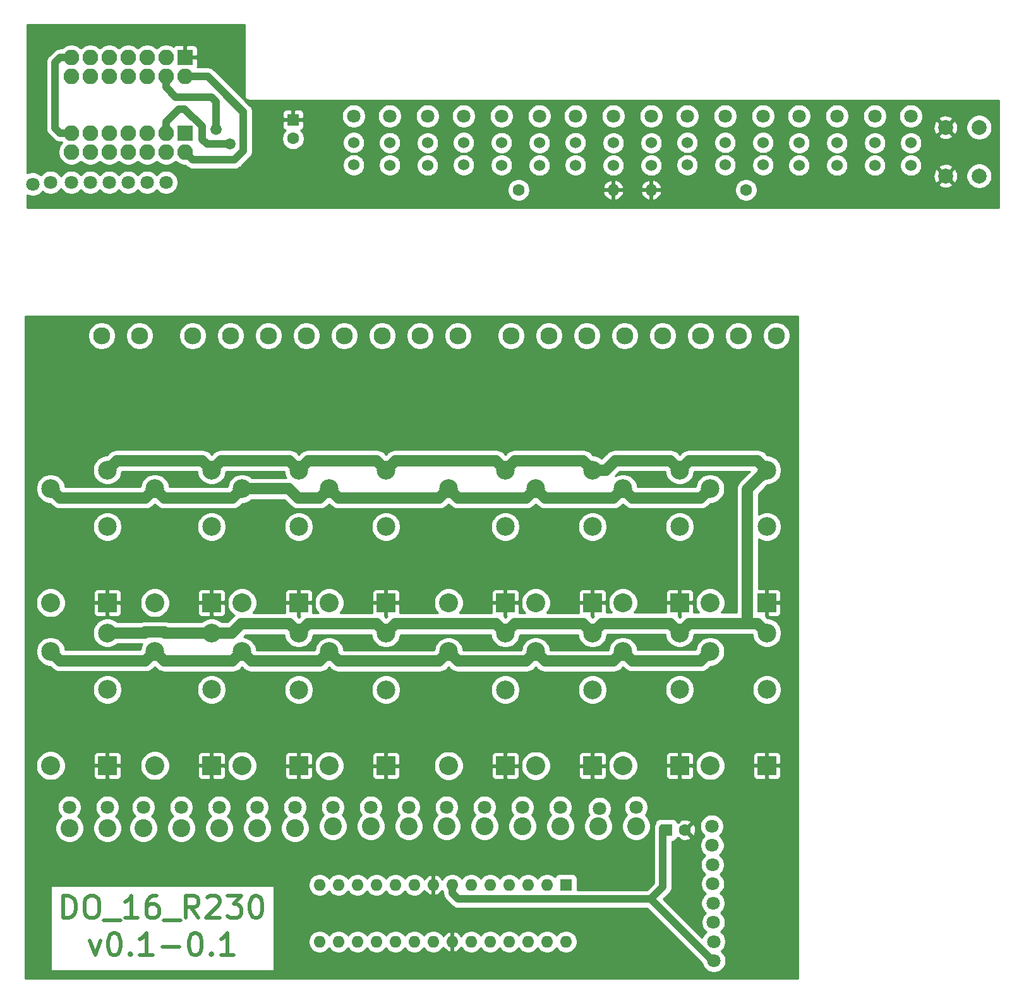
<source format=gbr>
G04 #@! TF.GenerationSoftware,KiCad,Pcbnew,(5.1.5)-3*
G04 #@! TF.CreationDate,2020-12-26T15:00:11+01:00*
G04 #@! TF.ProjectId,Projekt,50726f6a-656b-4742-9e6b-696361645f70,rev?*
G04 #@! TF.SameCoordinates,PX3a60d30PYb302a90*
G04 #@! TF.FileFunction,Copper,L1,Top*
G04 #@! TF.FilePolarity,Positive*
%FSLAX46Y46*%
G04 Gerber Fmt 4.6, Leading zero omitted, Abs format (unit mm)*
G04 Created by KiCad (PCBNEW (5.1.5)-3) date 2020-12-26 15:00:11*
%MOMM*%
%LPD*%
G04 APERTURE LIST*
%ADD10C,0.500000*%
%ADD11C,2.540000*%
%ADD12R,2.500000X2.500000*%
%ADD13C,2.500000*%
%ADD14C,2.300000*%
%ADD15C,1.600000*%
%ADD16R,1.600000X1.600000*%
%ADD17O,1.600000X1.600000*%
%ADD18C,1.524000*%
%ADD19C,2.000000*%
%ADD20O,2.100000X2.100000*%
%ADD21R,2.100000X2.100000*%
%ADD22C,1.800000*%
%ADD23C,2.400000*%
%ADD24C,1.500000*%
%ADD25C,1.000000*%
%ADD26C,1.000000*%
%ADD27C,1.500000*%
%ADD28C,0.254000*%
G04 APERTURE END LIST*
D10*
X5764285Y8762858D02*
X5764285Y11762858D01*
X6478571Y11762858D01*
X6907142Y11620000D01*
X7192857Y11334286D01*
X7335714Y11048572D01*
X7478571Y10477143D01*
X7478571Y10048572D01*
X7335714Y9477143D01*
X7192857Y9191429D01*
X6907142Y8905715D01*
X6478571Y8762858D01*
X5764285Y8762858D01*
X9335714Y11762858D02*
X9907142Y11762858D01*
X10192857Y11620000D01*
X10478571Y11334286D01*
X10621428Y10762858D01*
X10621428Y9762858D01*
X10478571Y9191429D01*
X10192857Y8905715D01*
X9907142Y8762858D01*
X9335714Y8762858D01*
X9050000Y8905715D01*
X8764285Y9191429D01*
X8621428Y9762858D01*
X8621428Y10762858D01*
X8764285Y11334286D01*
X9050000Y11620000D01*
X9335714Y11762858D01*
X11192857Y8477143D02*
X13478571Y8477143D01*
X15764285Y8762858D02*
X14050000Y8762858D01*
X14907142Y8762858D02*
X14907142Y11762858D01*
X14621428Y11334286D01*
X14335714Y11048572D01*
X14050000Y10905715D01*
X18335714Y11762858D02*
X17764285Y11762858D01*
X17478571Y11620000D01*
X17335714Y11477143D01*
X17050000Y11048572D01*
X16907142Y10477143D01*
X16907142Y9334286D01*
X17050000Y9048572D01*
X17192857Y8905715D01*
X17478571Y8762858D01*
X18050000Y8762858D01*
X18335714Y8905715D01*
X18478571Y9048572D01*
X18621428Y9334286D01*
X18621428Y10048572D01*
X18478571Y10334286D01*
X18335714Y10477143D01*
X18050000Y10620000D01*
X17478571Y10620000D01*
X17192857Y10477143D01*
X17050000Y10334286D01*
X16907142Y10048572D01*
X19192857Y8477143D02*
X21478571Y8477143D01*
X23907142Y8762858D02*
X22907142Y10191429D01*
X22192857Y8762858D02*
X22192857Y11762858D01*
X23335714Y11762858D01*
X23621428Y11620000D01*
X23764285Y11477143D01*
X23907142Y11191429D01*
X23907142Y10762858D01*
X23764285Y10477143D01*
X23621428Y10334286D01*
X23335714Y10191429D01*
X22192857Y10191429D01*
X25050000Y11477143D02*
X25192857Y11620000D01*
X25478571Y11762858D01*
X26192857Y11762858D01*
X26478571Y11620000D01*
X26621428Y11477143D01*
X26764285Y11191429D01*
X26764285Y10905715D01*
X26621428Y10477143D01*
X24907142Y8762858D01*
X26764285Y8762858D01*
X27764285Y11762858D02*
X29621428Y11762858D01*
X28621428Y10620000D01*
X29050000Y10620000D01*
X29335714Y10477143D01*
X29478571Y10334286D01*
X29621428Y10048572D01*
X29621428Y9334286D01*
X29478571Y9048572D01*
X29335714Y8905715D01*
X29050000Y8762858D01*
X28192857Y8762858D01*
X27907142Y8905715D01*
X27764285Y9048572D01*
X31478571Y11762858D02*
X31764285Y11762858D01*
X32050000Y11620000D01*
X32192857Y11477143D01*
X32335714Y11191429D01*
X32478571Y10620000D01*
X32478571Y9905715D01*
X32335714Y9334286D01*
X32192857Y9048572D01*
X32050000Y8905715D01*
X31764285Y8762858D01*
X31478571Y8762858D01*
X31192857Y8905715D01*
X31050000Y9048572D01*
X30907142Y9334286D01*
X30764285Y9905715D01*
X30764285Y10620000D01*
X30907142Y11191429D01*
X31050000Y11477143D01*
X31192857Y11620000D01*
X31478571Y11762858D01*
X9335714Y5762858D02*
X10050000Y3762858D01*
X10764285Y5762858D01*
X12478571Y6762858D02*
X12764285Y6762858D01*
X13050000Y6620000D01*
X13192857Y6477143D01*
X13335714Y6191429D01*
X13478571Y5620000D01*
X13478571Y4905715D01*
X13335714Y4334286D01*
X13192857Y4048572D01*
X13050000Y3905715D01*
X12764285Y3762858D01*
X12478571Y3762858D01*
X12192857Y3905715D01*
X12050000Y4048572D01*
X11907142Y4334286D01*
X11764285Y4905715D01*
X11764285Y5620000D01*
X11907142Y6191429D01*
X12050000Y6477143D01*
X12192857Y6620000D01*
X12478571Y6762858D01*
X14764285Y4048572D02*
X14907142Y3905715D01*
X14764285Y3762858D01*
X14621428Y3905715D01*
X14764285Y4048572D01*
X14764285Y3762858D01*
X17764285Y3762858D02*
X16050000Y3762858D01*
X16907142Y3762858D02*
X16907142Y6762858D01*
X16621428Y6334286D01*
X16335714Y6048572D01*
X16050000Y5905715D01*
X19050000Y4905715D02*
X21335714Y4905715D01*
X23335714Y6762858D02*
X23621428Y6762858D01*
X23907142Y6620000D01*
X24050000Y6477143D01*
X24192857Y6191429D01*
X24335714Y5620000D01*
X24335714Y4905715D01*
X24192857Y4334286D01*
X24050000Y4048572D01*
X23907142Y3905715D01*
X23621428Y3762858D01*
X23335714Y3762858D01*
X23050000Y3905715D01*
X22907142Y4048572D01*
X22764285Y4334286D01*
X22621428Y4905715D01*
X22621428Y5620000D01*
X22764285Y6191429D01*
X22907142Y6477143D01*
X23050000Y6620000D01*
X23335714Y6762858D01*
X25621428Y4048572D02*
X25764285Y3905715D01*
X25621428Y3762858D01*
X25478571Y3905715D01*
X25621428Y4048572D01*
X25621428Y3762858D01*
X28621428Y3762858D02*
X26907142Y3762858D01*
X27764285Y3762858D02*
X27764285Y6762858D01*
X27478571Y6334286D01*
X27192857Y6048572D01*
X26907142Y5905715D01*
D11*
X80792000Y29210000D03*
D12*
X88392000Y29210000D03*
D13*
X88392000Y39410000D03*
X80792000Y44510000D03*
X88392000Y47010000D03*
D11*
X4084000Y51054000D03*
D12*
X11684000Y51054000D03*
D13*
X11684000Y61254000D03*
X4084000Y66354000D03*
X11684000Y68854000D03*
D11*
X57424000Y29190000D03*
D12*
X65024000Y29190000D03*
D13*
X65024000Y39390000D03*
X57424000Y44490000D03*
X65024000Y46990000D03*
D11*
X41422000Y51054000D03*
D12*
X49022000Y51054000D03*
D13*
X49022000Y61254000D03*
X41422000Y66354000D03*
X49022000Y68854000D03*
D11*
X29738000Y29190000D03*
D12*
X37338000Y29190000D03*
D13*
X37338000Y39390000D03*
X29738000Y44490000D03*
X37338000Y46990000D03*
D11*
X18054000Y29210000D03*
D12*
X25654000Y29210000D03*
D13*
X25654000Y39410000D03*
X18054000Y44510000D03*
X25654000Y47010000D03*
D11*
X80792000Y51054000D03*
D12*
X88392000Y51054000D03*
D13*
X88392000Y61254000D03*
X80792000Y66354000D03*
X88392000Y68854000D03*
D11*
X18054000Y51054000D03*
D12*
X25654000Y51054000D03*
D13*
X25654000Y61254000D03*
X18054000Y66354000D03*
X25654000Y68854000D03*
D11*
X69108000Y51054000D03*
D12*
X76708000Y51054000D03*
D13*
X76708000Y61254000D03*
X69108000Y66354000D03*
X76708000Y68854000D03*
D11*
X92476000Y51054000D03*
D12*
X100076000Y51054000D03*
D13*
X100076000Y61254000D03*
X92476000Y66354000D03*
X100076000Y68854000D03*
D11*
X57424000Y51054000D03*
D12*
X65024000Y51054000D03*
D13*
X65024000Y61254000D03*
X57424000Y66354000D03*
X65024000Y68854000D03*
D11*
X41422000Y29190000D03*
D12*
X49022000Y29190000D03*
D13*
X49022000Y39390000D03*
X41422000Y44490000D03*
X49022000Y46990000D03*
D11*
X69108000Y29190000D03*
D12*
X76708000Y29190000D03*
D13*
X76708000Y39390000D03*
X69108000Y44490000D03*
X76708000Y46990000D03*
D14*
X16002000Y86868000D03*
X10922000Y86868000D03*
D15*
X89114000Y20574000D03*
D16*
X86614000Y20574000D03*
D11*
X4084000Y29210000D03*
D12*
X11684000Y29210000D03*
D13*
X11684000Y39410000D03*
X4084000Y44510000D03*
X11684000Y47010000D03*
D14*
X58674000Y86868000D03*
X53594000Y86868000D03*
X48514000Y86868000D03*
X43434000Y86868000D03*
X38354000Y86868000D03*
X33274000Y86868000D03*
X28194000Y86868000D03*
X23114000Y86868000D03*
D11*
X29738000Y51054000D03*
D12*
X37338000Y51054000D03*
D13*
X37338000Y61254000D03*
X29738000Y66354000D03*
X37338000Y68854000D03*
D14*
X101346000Y86868000D03*
X96266000Y86868000D03*
X91186000Y86868000D03*
X86106000Y86868000D03*
X81026000Y86868000D03*
X75946000Y86868000D03*
X70866000Y86868000D03*
X65786000Y86868000D03*
D16*
X73152000Y13208000D03*
D17*
X40132000Y5588000D03*
X70612000Y13208000D03*
X42672000Y5588000D03*
X68072000Y13208000D03*
X45212000Y5588000D03*
X65532000Y13208000D03*
X47752000Y5588000D03*
X62992000Y13208000D03*
X50292000Y5588000D03*
X60452000Y13208000D03*
X52832000Y5588000D03*
X57912000Y13208000D03*
X55372000Y5588000D03*
X55372000Y13208000D03*
X57912000Y5588000D03*
X52832000Y13208000D03*
X60452000Y5588000D03*
X50292000Y13208000D03*
X62992000Y5588000D03*
X47752000Y13208000D03*
X65532000Y5588000D03*
X45212000Y13208000D03*
X68072000Y5588000D03*
X42672000Y13208000D03*
X70612000Y5588000D03*
X40132000Y13208000D03*
X73152000Y5588000D03*
D11*
X92476000Y29210000D03*
D12*
X100076000Y29210000D03*
D13*
X100076000Y39410000D03*
X92476000Y44510000D03*
X100076000Y47010000D03*
D16*
X36576000Y115824000D03*
D15*
X36576000Y113324000D03*
D18*
X104394000Y109728000D03*
X104394000Y112728000D03*
D19*
X124024000Y114808000D03*
X128524000Y114808000D03*
X124024000Y108308000D03*
X128524000Y108308000D03*
D15*
X97282000Y106426000D03*
D17*
X84582000Y106426000D03*
D18*
X109474000Y109728000D03*
X109474000Y112728000D03*
D20*
X6858000Y121666000D03*
X6858000Y124206000D03*
X9398000Y121666000D03*
X9398000Y124206000D03*
X11938000Y121666000D03*
X11938000Y124206000D03*
X14478000Y121666000D03*
X14478000Y124206000D03*
X17018000Y121666000D03*
X17018000Y124206000D03*
X19558000Y121666000D03*
X19558000Y124206000D03*
X22098000Y121666000D03*
D21*
X22098000Y124206000D03*
D18*
X54610000Y109728000D03*
X54610000Y112728000D03*
D15*
X66802000Y106426000D03*
D17*
X79502000Y106426000D03*
D18*
X114554000Y109728000D03*
X114554000Y112728000D03*
X119380000Y109728000D03*
X119380000Y112728000D03*
D20*
X6858000Y111506000D03*
X6858000Y114046000D03*
X9398000Y111506000D03*
X9398000Y114046000D03*
X11938000Y111506000D03*
X11938000Y114046000D03*
X14478000Y111506000D03*
X14478000Y114046000D03*
X17018000Y111506000D03*
X17018000Y114046000D03*
X19558000Y111506000D03*
X19558000Y114046000D03*
X22098000Y111506000D03*
D21*
X22098000Y114046000D03*
D18*
X99568000Y109776000D03*
X99568000Y112776000D03*
X89408000Y109776000D03*
X89408000Y112776000D03*
X49530000Y109752000D03*
X49530000Y112752000D03*
X94488000Y109776000D03*
X94488000Y112776000D03*
X59436000Y109776000D03*
X59436000Y112776000D03*
X69596000Y109728000D03*
X69596000Y112728000D03*
X74422000Y109752000D03*
X74422000Y112752000D03*
X64516000Y109752000D03*
X64516000Y112752000D03*
X44704000Y109776000D03*
X44704000Y112776000D03*
X84582000Y109728000D03*
X84582000Y112728000D03*
X79502000Y109728000D03*
X79502000Y112728000D03*
D22*
X44704000Y116332000D03*
X11684000Y23622000D03*
D23*
X31750000Y20828000D03*
D22*
X49530000Y116332000D03*
X6604000Y23622000D03*
D23*
X16510000Y20828000D03*
D22*
X54610000Y116332000D03*
X21590000Y23622000D03*
D23*
X11684000Y20828000D03*
D22*
X59436000Y116332000D03*
D23*
X6604000Y20828000D03*
D22*
X16510000Y23622000D03*
X64516000Y116332000D03*
D23*
X21590000Y20828000D03*
D22*
X26670000Y23622000D03*
X69596000Y116332000D03*
D23*
X26670000Y20828000D03*
D22*
X31750000Y23622000D03*
X74422000Y116332000D03*
X36830000Y23622000D03*
D23*
X57150000Y21082000D03*
D22*
X79502000Y116332000D03*
X41910000Y23622000D03*
D23*
X52070000Y21082000D03*
D22*
X84582000Y116332000D03*
X52070000Y23622000D03*
D23*
X82550000Y21082000D03*
D22*
X94488000Y116332000D03*
X46990000Y23622000D03*
D23*
X77470000Y21082000D03*
D22*
X89408000Y116332000D03*
X62230000Y23622000D03*
D23*
X72390000Y21082000D03*
D22*
X99568000Y116332000D03*
D23*
X67310000Y21082000D03*
D22*
X57150000Y23622000D03*
D24*
X26239021Y114576935D03*
D22*
X19558000Y107442000D03*
X92710000Y21082000D03*
X17018000Y107442000D03*
X92824444Y13347556D03*
X14478000Y107442000D03*
X92938888Y5613112D03*
X9398000Y107442000D03*
X92786296Y15925704D03*
X4064000Y107442000D03*
X92900740Y8191260D03*
X6858000Y107442000D03*
X92862592Y10769408D03*
X104394000Y116332000D03*
D23*
X62230000Y21082000D03*
D22*
X72390000Y23622000D03*
X109474000Y116332000D03*
D23*
X46990000Y21082000D03*
D22*
X67310000Y23622000D03*
X114554000Y116332000D03*
X82550000Y23622000D03*
D23*
X41910000Y21082000D03*
D22*
X119380000Y116332000D03*
D23*
X36830000Y20828000D03*
D22*
X77645148Y23446852D03*
X11938000Y107442000D03*
X92748148Y18503852D03*
X1688419Y107211705D03*
D24*
X28089021Y112553281D03*
D19*
X36322000Y107696000D03*
D25*
X82042000Y108204000D03*
D24*
X25146000Y123698000D03*
D19*
X97028000Y23876000D03*
D22*
X92977036Y3034964D03*
D26*
X19558000Y120181076D02*
X19558000Y121666000D01*
X26239021Y114576935D02*
X26239021Y118286979D01*
X26239021Y118286979D02*
X25654000Y118872000D01*
X25654000Y118872000D02*
X20867076Y118872000D01*
X20867076Y118872000D02*
X19558000Y120181076D01*
X4707999Y114711077D02*
X4707999Y123540923D01*
X5373076Y114046000D02*
X4707999Y114711077D01*
X5373076Y124206000D02*
X6858000Y124206000D01*
X6858000Y114046000D02*
X5373076Y114046000D01*
X4707999Y123540923D02*
X5373076Y124206000D01*
D27*
X42671999Y43240001D02*
X41422000Y44490000D01*
X82041999Y65104001D02*
X91226001Y65104001D01*
X18054000Y66354000D02*
X19303999Y65104001D01*
X67858001Y65104001D02*
X69108000Y66354000D01*
X42671999Y65104001D02*
X41422000Y66354000D01*
X16804001Y65104001D02*
X18054000Y66354000D01*
X5333999Y43260001D02*
X4084000Y44510000D01*
X19303999Y65104001D02*
X28488001Y65104001D01*
X56174001Y43240001D02*
X42671999Y43240001D01*
X57424000Y44490000D02*
X56174001Y43240001D01*
X79542001Y65104001D02*
X80792000Y66354000D01*
X91226001Y43260001D02*
X92476000Y44510000D01*
X5333999Y65104001D02*
X16804001Y65104001D01*
X4084000Y66354000D02*
X5333999Y65104001D01*
X18054000Y44510000D02*
X19323999Y43240001D01*
X29738000Y66354000D02*
X35989998Y66354000D01*
X29738000Y44490000D02*
X30987999Y43240001D01*
X28488001Y65104001D02*
X29738000Y66354000D01*
X40172001Y65104001D02*
X41422000Y66354000D01*
X69108000Y66354000D02*
X70357999Y65104001D01*
X69108000Y44490000D02*
X70357999Y43240001D01*
X79522001Y43240001D02*
X79542001Y43260001D01*
X67858001Y43240001D02*
X69108000Y44490000D01*
X82041999Y43260001D02*
X91226001Y43260001D01*
X80792000Y44510000D02*
X82041999Y43260001D01*
X18054000Y44510000D02*
X16804001Y43260001D01*
X35989998Y66354000D02*
X37239997Y65104001D01*
X91226001Y65104001D02*
X92476000Y66354000D01*
X70357999Y65104001D02*
X79542001Y65104001D01*
X70357999Y43240001D02*
X79522001Y43240001D01*
X58673999Y65104001D02*
X67858001Y65104001D01*
X37239997Y65104001D02*
X40172001Y65104001D01*
X30987999Y43240001D02*
X40172001Y43240001D01*
X40172001Y43240001D02*
X41422000Y44490000D01*
X56174001Y65104001D02*
X42671999Y65104001D01*
X19323999Y43240001D02*
X28488001Y43240001D01*
X57424000Y66354000D02*
X58673999Y65104001D01*
X80792000Y66354000D02*
X82041999Y65104001D01*
X28488001Y43240001D02*
X29738000Y44490000D01*
X16804001Y43260001D02*
X5333999Y43260001D01*
X79542001Y43260001D02*
X80792000Y44510000D01*
X57424000Y44490000D02*
X58673999Y43240001D01*
X57424000Y66354000D02*
X56174001Y65104001D01*
X58673999Y43240001D02*
X67858001Y43240001D01*
X50271999Y70103999D02*
X63774001Y70103999D01*
X98826001Y70103999D02*
X100076000Y68854000D01*
X36088001Y48239999D02*
X37338000Y46990000D01*
X50271999Y48239999D02*
X63774001Y48239999D01*
X29639997Y48239999D02*
X36088001Y48239999D01*
X16705998Y47010000D02*
X16805999Y47110001D01*
X25654000Y47010000D02*
X28409998Y47010000D01*
X16805999Y47110001D02*
X19302001Y47110001D01*
X75458001Y70103999D02*
X76708000Y68854000D01*
X63774001Y48239999D02*
X65024000Y46990000D01*
X26903999Y70103999D02*
X36088001Y70103999D01*
X47772001Y70103999D02*
X49022000Y68854000D01*
X75458001Y48239999D02*
X76708000Y46990000D01*
X49022000Y46990000D02*
X50271999Y48239999D01*
X65024000Y68854000D02*
X66273999Y70103999D01*
X25654000Y68854000D02*
X26903999Y70103999D01*
X36088001Y70103999D02*
X37338000Y68854000D01*
X87142001Y48259999D02*
X88392000Y47010000D01*
X28409998Y47010000D02*
X29639997Y48239999D01*
X37338000Y46990000D02*
X38587999Y48239999D01*
X76708000Y68854000D02*
X78475766Y68854000D01*
X24404001Y70103999D02*
X25654000Y68854000D01*
X11684000Y47010000D02*
X16705998Y47010000D01*
X38587999Y48239999D02*
X47772001Y48239999D01*
X49022000Y68854000D02*
X50271999Y70103999D01*
X87142001Y70103999D02*
X88392000Y68854000D01*
X98826001Y67604001D02*
X100076000Y68854000D01*
X19302001Y47110001D02*
X19402002Y47010000D01*
X47772001Y48239999D02*
X49022000Y46990000D01*
X11684000Y68854000D02*
X12933999Y70103999D01*
X66273999Y48239999D02*
X75458001Y48239999D01*
X77977999Y48259999D02*
X87142001Y48259999D01*
X89641999Y70103999D02*
X98826001Y70103999D01*
X88392000Y68854000D02*
X89641999Y70103999D01*
X79725765Y70103999D02*
X87142001Y70103999D01*
X12933999Y70103999D02*
X24404001Y70103999D01*
X66273999Y70103999D02*
X75458001Y70103999D01*
X97475999Y66253999D02*
X98826001Y67604001D01*
X38587999Y70103999D02*
X47772001Y70103999D01*
X37338000Y68854000D02*
X38587999Y70103999D01*
X19402002Y47010000D02*
X25654000Y47010000D01*
X78475766Y68854000D02*
X79725765Y70103999D01*
X98826001Y48259999D02*
X100076000Y47010000D01*
X97535999Y48259999D02*
X97535999Y48663999D01*
X97535999Y48663999D02*
X97475999Y48723999D01*
X65024000Y46990000D02*
X66273999Y48239999D01*
X88392000Y47010000D02*
X89641999Y48259999D01*
X89641999Y48259999D02*
X97535999Y48259999D01*
X76708000Y46990000D02*
X77977999Y48259999D01*
X97475999Y48723999D02*
X97475999Y66253999D01*
X97535999Y48259999D02*
X98826001Y48259999D01*
X63774001Y70103999D02*
X65024000Y68854000D01*
D26*
X24372893Y113215187D02*
X25034799Y112553281D01*
X24372893Y114953109D02*
X24372893Y113215187D01*
X19558000Y115558941D02*
X21271049Y117271990D01*
X21271049Y117271990D02*
X22054012Y117271990D01*
X25034799Y112553281D02*
X28089021Y112553281D01*
X22054012Y117271990D02*
X24372893Y114953109D01*
X19558000Y114046000D02*
X19558000Y115558941D01*
X29939022Y116849733D02*
X29939022Y111665280D01*
X29939022Y111665280D02*
X29939022Y116872978D01*
X25122755Y121666000D02*
X29939022Y116849733D01*
X29939022Y116872978D02*
X25146000Y121666000D01*
X23582924Y121666000D02*
X22098000Y121666000D01*
X29939022Y111665280D02*
X28729743Y110456001D01*
X22098000Y121666000D02*
X25122755Y121666000D01*
X25146000Y121666000D02*
X23582924Y121666000D01*
X23147999Y110456001D02*
X22098000Y111506000D01*
X28729743Y110456001D02*
X23147999Y110456001D01*
X57912000Y12076630D02*
X58680631Y11307999D01*
X84505999Y11307999D02*
X86146000Y12948000D01*
X57912000Y13208000D02*
X57912000Y12076630D01*
X92779034Y3034964D02*
X92977036Y3034964D01*
X58680631Y11307999D02*
X84505999Y11307999D01*
X86146000Y12948000D02*
X86146000Y20828000D01*
X84505999Y11307999D02*
X92779034Y3034964D01*
D28*
G36*
X30039001Y119160145D02*
G01*
X30035638Y119126000D01*
X30049057Y118989756D01*
X30088798Y118858748D01*
X30153333Y118738011D01*
X30240183Y118632183D01*
X30346011Y118545333D01*
X30466748Y118480798D01*
X30597756Y118441057D01*
X30699865Y118431000D01*
X30699866Y118431000D01*
X30734000Y118427638D01*
X30768135Y118431000D01*
X131131000Y118431000D01*
X131131001Y104073000D01*
X949000Y104073000D01*
X949000Y105756931D01*
X1213841Y105647230D01*
X1528174Y105584705D01*
X1848664Y105584705D01*
X2162997Y105647230D01*
X2459092Y105769877D01*
X2725571Y105947932D01*
X2952192Y106174553D01*
X2983567Y106221508D01*
X3026848Y106178227D01*
X3293327Y106000172D01*
X3589422Y105877525D01*
X3903755Y105815000D01*
X4224245Y105815000D01*
X4538578Y105877525D01*
X4834673Y106000172D01*
X5101152Y106178227D01*
X5327773Y106404848D01*
X5461000Y106604237D01*
X5594227Y106404848D01*
X5820848Y106178227D01*
X6087327Y106000172D01*
X6383422Y105877525D01*
X6697755Y105815000D01*
X7018245Y105815000D01*
X7332578Y105877525D01*
X7628673Y106000172D01*
X7895152Y106178227D01*
X8121773Y106404848D01*
X8128000Y106414167D01*
X8134227Y106404848D01*
X8360848Y106178227D01*
X8627327Y106000172D01*
X8923422Y105877525D01*
X9237755Y105815000D01*
X9558245Y105815000D01*
X9872578Y105877525D01*
X10168673Y106000172D01*
X10435152Y106178227D01*
X10661773Y106404848D01*
X10668000Y106414167D01*
X10674227Y106404848D01*
X10900848Y106178227D01*
X11167327Y106000172D01*
X11463422Y105877525D01*
X11777755Y105815000D01*
X12098245Y105815000D01*
X12412578Y105877525D01*
X12708673Y106000172D01*
X12975152Y106178227D01*
X13201773Y106404848D01*
X13208000Y106414167D01*
X13214227Y106404848D01*
X13440848Y106178227D01*
X13707327Y106000172D01*
X14003422Y105877525D01*
X14317755Y105815000D01*
X14638245Y105815000D01*
X14952578Y105877525D01*
X15248673Y106000172D01*
X15515152Y106178227D01*
X15741773Y106404848D01*
X15748000Y106414167D01*
X15754227Y106404848D01*
X15980848Y106178227D01*
X16247327Y106000172D01*
X16543422Y105877525D01*
X16857755Y105815000D01*
X17178245Y105815000D01*
X17492578Y105877525D01*
X17788673Y106000172D01*
X18055152Y106178227D01*
X18281773Y106404848D01*
X18288000Y106414167D01*
X18294227Y106404848D01*
X18520848Y106178227D01*
X18787327Y106000172D01*
X19083422Y105877525D01*
X19397755Y105815000D01*
X19718245Y105815000D01*
X20032578Y105877525D01*
X20328673Y106000172D01*
X20595152Y106178227D01*
X20821773Y106404848D01*
X20936397Y106576396D01*
X65275000Y106576396D01*
X65275000Y106275604D01*
X65333681Y105980590D01*
X65448790Y105702694D01*
X65615901Y105452594D01*
X65828594Y105239901D01*
X66078694Y105072790D01*
X66356590Y104957681D01*
X66651604Y104899000D01*
X66952396Y104899000D01*
X67247410Y104957681D01*
X67525306Y105072790D01*
X67775406Y105239901D01*
X67988099Y105452594D01*
X68155210Y105702694D01*
X68270319Y105980590D01*
X68289488Y106076961D01*
X78110096Y106076961D01*
X78150754Y105942913D01*
X78270963Y105688580D01*
X78438481Y105462586D01*
X78646869Y105273615D01*
X78888119Y105128930D01*
X79152960Y105034091D01*
X79375000Y105155376D01*
X79375000Y106299000D01*
X79629000Y106299000D01*
X79629000Y105155376D01*
X79851040Y105034091D01*
X80115881Y105128930D01*
X80357131Y105273615D01*
X80565519Y105462586D01*
X80733037Y105688580D01*
X80853246Y105942913D01*
X80893904Y106076961D01*
X83190096Y106076961D01*
X83230754Y105942913D01*
X83350963Y105688580D01*
X83518481Y105462586D01*
X83726869Y105273615D01*
X83968119Y105128930D01*
X84232960Y105034091D01*
X84455000Y105155376D01*
X84455000Y106299000D01*
X84709000Y106299000D01*
X84709000Y105155376D01*
X84931040Y105034091D01*
X85195881Y105128930D01*
X85437131Y105273615D01*
X85645519Y105462586D01*
X85813037Y105688580D01*
X85933246Y105942913D01*
X85973904Y106076961D01*
X85851915Y106299000D01*
X84709000Y106299000D01*
X84455000Y106299000D01*
X83312085Y106299000D01*
X83190096Y106076961D01*
X80893904Y106076961D01*
X80771915Y106299000D01*
X79629000Y106299000D01*
X79375000Y106299000D01*
X78232085Y106299000D01*
X78110096Y106076961D01*
X68289488Y106076961D01*
X68329000Y106275604D01*
X68329000Y106576396D01*
X68289489Y106775039D01*
X78110096Y106775039D01*
X78232085Y106553000D01*
X79375000Y106553000D01*
X79375000Y107696624D01*
X79629000Y107696624D01*
X79629000Y106553000D01*
X80771915Y106553000D01*
X80893904Y106775039D01*
X83190096Y106775039D01*
X83312085Y106553000D01*
X84455000Y106553000D01*
X84455000Y107696624D01*
X84709000Y107696624D01*
X84709000Y106553000D01*
X85851915Y106553000D01*
X85864768Y106576396D01*
X95755000Y106576396D01*
X95755000Y106275604D01*
X95813681Y105980590D01*
X95928790Y105702694D01*
X96095901Y105452594D01*
X96308594Y105239901D01*
X96558694Y105072790D01*
X96836590Y104957681D01*
X97131604Y104899000D01*
X97432396Y104899000D01*
X97727410Y104957681D01*
X98005306Y105072790D01*
X98255406Y105239901D01*
X98468099Y105452594D01*
X98635210Y105702694D01*
X98750319Y105980590D01*
X98809000Y106275604D01*
X98809000Y106576396D01*
X98750319Y106871410D01*
X98635210Y107149306D01*
X98619655Y107172587D01*
X123068192Y107172587D01*
X123163956Y106908186D01*
X123453571Y106767296D01*
X123765108Y106685616D01*
X124086595Y106666282D01*
X124405675Y106710039D01*
X124710088Y106815205D01*
X124884044Y106908186D01*
X124979808Y107172587D01*
X124024000Y108128395D01*
X123068192Y107172587D01*
X98619655Y107172587D01*
X98468099Y107399406D01*
X98255406Y107612099D01*
X98005306Y107779210D01*
X97727410Y107894319D01*
X97432396Y107953000D01*
X97131604Y107953000D01*
X96836590Y107894319D01*
X96558694Y107779210D01*
X96308594Y107612099D01*
X96095901Y107399406D01*
X95928790Y107149306D01*
X95813681Y106871410D01*
X95755000Y106576396D01*
X85864768Y106576396D01*
X85973904Y106775039D01*
X85933246Y106909087D01*
X85813037Y107163420D01*
X85645519Y107389414D01*
X85437131Y107578385D01*
X85195881Y107723070D01*
X84931040Y107817909D01*
X84709000Y107696624D01*
X84455000Y107696624D01*
X84232960Y107817909D01*
X83968119Y107723070D01*
X83726869Y107578385D01*
X83518481Y107389414D01*
X83350963Y107163420D01*
X83230754Y106909087D01*
X83190096Y106775039D01*
X80893904Y106775039D01*
X80853246Y106909087D01*
X80733037Y107163420D01*
X80565519Y107389414D01*
X80357131Y107578385D01*
X80115881Y107723070D01*
X79851040Y107817909D01*
X79629000Y107696624D01*
X79375000Y107696624D01*
X79152960Y107817909D01*
X78888119Y107723070D01*
X78646869Y107578385D01*
X78438481Y107389414D01*
X78270963Y107163420D01*
X78150754Y106909087D01*
X78110096Y106775039D01*
X68289489Y106775039D01*
X68270319Y106871410D01*
X68155210Y107149306D01*
X67988099Y107399406D01*
X67775406Y107612099D01*
X67525306Y107779210D01*
X67247410Y107894319D01*
X66952396Y107953000D01*
X66651604Y107953000D01*
X66356590Y107894319D01*
X66078694Y107779210D01*
X65828594Y107612099D01*
X65615901Y107399406D01*
X65448790Y107149306D01*
X65333681Y106871410D01*
X65275000Y106576396D01*
X20936397Y106576396D01*
X20999828Y106671327D01*
X21122475Y106967422D01*
X21185000Y107281755D01*
X21185000Y107602245D01*
X21122475Y107916578D01*
X20999828Y108212673D01*
X20821773Y108479152D01*
X20595152Y108705773D01*
X20328673Y108883828D01*
X20032578Y109006475D01*
X19718245Y109069000D01*
X19397755Y109069000D01*
X19083422Y109006475D01*
X18787327Y108883828D01*
X18520848Y108705773D01*
X18294227Y108479152D01*
X18288000Y108469833D01*
X18281773Y108479152D01*
X18055152Y108705773D01*
X17788673Y108883828D01*
X17492578Y109006475D01*
X17178245Y109069000D01*
X16857755Y109069000D01*
X16543422Y109006475D01*
X16247327Y108883828D01*
X15980848Y108705773D01*
X15754227Y108479152D01*
X15748000Y108469833D01*
X15741773Y108479152D01*
X15515152Y108705773D01*
X15248673Y108883828D01*
X14952578Y109006475D01*
X14638245Y109069000D01*
X14317755Y109069000D01*
X14003422Y109006475D01*
X13707327Y108883828D01*
X13440848Y108705773D01*
X13214227Y108479152D01*
X13208000Y108469833D01*
X13201773Y108479152D01*
X12975152Y108705773D01*
X12708673Y108883828D01*
X12412578Y109006475D01*
X12098245Y109069000D01*
X11777755Y109069000D01*
X11463422Y109006475D01*
X11167327Y108883828D01*
X10900848Y108705773D01*
X10674227Y108479152D01*
X10668000Y108469833D01*
X10661773Y108479152D01*
X10435152Y108705773D01*
X10168673Y108883828D01*
X9872578Y109006475D01*
X9558245Y109069000D01*
X9237755Y109069000D01*
X8923422Y109006475D01*
X8627327Y108883828D01*
X8360848Y108705773D01*
X8134227Y108479152D01*
X8128000Y108469833D01*
X8121773Y108479152D01*
X7895152Y108705773D01*
X7628673Y108883828D01*
X7332578Y109006475D01*
X7018245Y109069000D01*
X6697755Y109069000D01*
X6383422Y109006475D01*
X6087327Y108883828D01*
X5820848Y108705773D01*
X5594227Y108479152D01*
X5461000Y108279763D01*
X5327773Y108479152D01*
X5101152Y108705773D01*
X4834673Y108883828D01*
X4538578Y109006475D01*
X4224245Y109069000D01*
X3903755Y109069000D01*
X3589422Y109006475D01*
X3293327Y108883828D01*
X3026848Y108705773D01*
X2800227Y108479152D01*
X2768852Y108432197D01*
X2725571Y108475478D01*
X2459092Y108653533D01*
X2162997Y108776180D01*
X1848664Y108838705D01*
X1528174Y108838705D01*
X1213841Y108776180D01*
X949000Y108666479D01*
X949000Y123540923D01*
X3475064Y123540923D01*
X3481000Y123480653D01*
X3480999Y114771337D01*
X3475064Y114711077D01*
X3480999Y114650817D01*
X3480999Y114650810D01*
X3498754Y114470544D01*
X3568915Y114239254D01*
X3682850Y114026095D01*
X3836182Y113839260D01*
X3882999Y113800838D01*
X4462837Y113221000D01*
X4501259Y113174183D01*
X4688093Y113020851D01*
X4846184Y112936350D01*
X4901251Y112906916D01*
X5132542Y112836755D01*
X5312808Y112819000D01*
X5312816Y112819000D01*
X5373076Y112813065D01*
X5433336Y112819000D01*
X5571943Y112819000D01*
X5614943Y112776000D01*
X5477714Y112638771D01*
X5283243Y112347725D01*
X5149289Y112024332D01*
X5081000Y111681019D01*
X5081000Y111330981D01*
X5149289Y110987668D01*
X5283243Y110664275D01*
X5477714Y110373229D01*
X5725229Y110125714D01*
X6016275Y109931243D01*
X6339668Y109797289D01*
X6682981Y109729000D01*
X7033019Y109729000D01*
X7376332Y109797289D01*
X7699725Y109931243D01*
X7990771Y110125714D01*
X8128000Y110262943D01*
X8265229Y110125714D01*
X8556275Y109931243D01*
X8879668Y109797289D01*
X9222981Y109729000D01*
X9573019Y109729000D01*
X9916332Y109797289D01*
X10239725Y109931243D01*
X10530771Y110125714D01*
X10668000Y110262943D01*
X10805229Y110125714D01*
X11096275Y109931243D01*
X11419668Y109797289D01*
X11762981Y109729000D01*
X12113019Y109729000D01*
X12456332Y109797289D01*
X12779725Y109931243D01*
X13070771Y110125714D01*
X13208000Y110262943D01*
X13345229Y110125714D01*
X13636275Y109931243D01*
X13959668Y109797289D01*
X14302981Y109729000D01*
X14653019Y109729000D01*
X14996332Y109797289D01*
X15319725Y109931243D01*
X15610771Y110125714D01*
X15748000Y110262943D01*
X15885229Y110125714D01*
X16176275Y109931243D01*
X16499668Y109797289D01*
X16842981Y109729000D01*
X17193019Y109729000D01*
X17536332Y109797289D01*
X17859725Y109931243D01*
X18150771Y110125714D01*
X18288000Y110262943D01*
X18425229Y110125714D01*
X18716275Y109931243D01*
X19039668Y109797289D01*
X19382981Y109729000D01*
X19733019Y109729000D01*
X20076332Y109797289D01*
X20399725Y109931243D01*
X20690771Y110125714D01*
X20828000Y110262943D01*
X20965229Y110125714D01*
X21256275Y109931243D01*
X21579668Y109797289D01*
X21922981Y109729000D01*
X22139760Y109729000D01*
X22237764Y109630996D01*
X22276182Y109584184D01*
X22463016Y109430852D01*
X22629856Y109341675D01*
X22676175Y109316917D01*
X22907465Y109246755D01*
X23027945Y109234890D01*
X23087731Y109229001D01*
X23087736Y109229001D01*
X23147999Y109223066D01*
X23208262Y109229001D01*
X28669483Y109229001D01*
X28729743Y109223066D01*
X28790003Y109229001D01*
X28790011Y109229001D01*
X28970277Y109246756D01*
X29201567Y109316917D01*
X29414726Y109430852D01*
X29601560Y109584184D01*
X29639982Y109631001D01*
X29931635Y109922654D01*
X43215000Y109922654D01*
X43215000Y109629346D01*
X43272221Y109341675D01*
X43384465Y109070694D01*
X43547418Y108826818D01*
X43754818Y108619418D01*
X43998694Y108456465D01*
X44269675Y108344221D01*
X44557346Y108287000D01*
X44850654Y108287000D01*
X45138325Y108344221D01*
X45409306Y108456465D01*
X45653182Y108619418D01*
X45860582Y108826818D01*
X46023535Y109070694D01*
X46135779Y109341675D01*
X46193000Y109629346D01*
X46193000Y109898654D01*
X48041000Y109898654D01*
X48041000Y109605346D01*
X48098221Y109317675D01*
X48210465Y109046694D01*
X48373418Y108802818D01*
X48580818Y108595418D01*
X48824694Y108432465D01*
X49095675Y108320221D01*
X49383346Y108263000D01*
X49676654Y108263000D01*
X49964325Y108320221D01*
X50235306Y108432465D01*
X50479182Y108595418D01*
X50686582Y108802818D01*
X50849535Y109046694D01*
X50961779Y109317675D01*
X51019000Y109605346D01*
X51019000Y109874654D01*
X53121000Y109874654D01*
X53121000Y109581346D01*
X53178221Y109293675D01*
X53290465Y109022694D01*
X53453418Y108778818D01*
X53660818Y108571418D01*
X53904694Y108408465D01*
X54175675Y108296221D01*
X54463346Y108239000D01*
X54756654Y108239000D01*
X55044325Y108296221D01*
X55315306Y108408465D01*
X55559182Y108571418D01*
X55766582Y108778818D01*
X55929535Y109022694D01*
X56041779Y109293675D01*
X56099000Y109581346D01*
X56099000Y109874654D01*
X56089453Y109922654D01*
X57947000Y109922654D01*
X57947000Y109629346D01*
X58004221Y109341675D01*
X58116465Y109070694D01*
X58279418Y108826818D01*
X58486818Y108619418D01*
X58730694Y108456465D01*
X59001675Y108344221D01*
X59289346Y108287000D01*
X59582654Y108287000D01*
X59870325Y108344221D01*
X60141306Y108456465D01*
X60385182Y108619418D01*
X60592582Y108826818D01*
X60755535Y109070694D01*
X60867779Y109341675D01*
X60925000Y109629346D01*
X60925000Y109898654D01*
X63027000Y109898654D01*
X63027000Y109605346D01*
X63084221Y109317675D01*
X63196465Y109046694D01*
X63359418Y108802818D01*
X63566818Y108595418D01*
X63810694Y108432465D01*
X64081675Y108320221D01*
X64369346Y108263000D01*
X64662654Y108263000D01*
X64950325Y108320221D01*
X65221306Y108432465D01*
X65465182Y108595418D01*
X65672582Y108802818D01*
X65835535Y109046694D01*
X65947779Y109317675D01*
X66005000Y109605346D01*
X66005000Y109874654D01*
X68107000Y109874654D01*
X68107000Y109581346D01*
X68164221Y109293675D01*
X68276465Y109022694D01*
X68439418Y108778818D01*
X68646818Y108571418D01*
X68890694Y108408465D01*
X69161675Y108296221D01*
X69449346Y108239000D01*
X69742654Y108239000D01*
X70030325Y108296221D01*
X70301306Y108408465D01*
X70545182Y108571418D01*
X70752582Y108778818D01*
X70915535Y109022694D01*
X71027779Y109293675D01*
X71085000Y109581346D01*
X71085000Y109874654D01*
X71080227Y109898654D01*
X72933000Y109898654D01*
X72933000Y109605346D01*
X72990221Y109317675D01*
X73102465Y109046694D01*
X73265418Y108802818D01*
X73472818Y108595418D01*
X73716694Y108432465D01*
X73987675Y108320221D01*
X74275346Y108263000D01*
X74568654Y108263000D01*
X74856325Y108320221D01*
X75127306Y108432465D01*
X75371182Y108595418D01*
X75578582Y108802818D01*
X75741535Y109046694D01*
X75853779Y109317675D01*
X75911000Y109605346D01*
X75911000Y109874654D01*
X78013000Y109874654D01*
X78013000Y109581346D01*
X78070221Y109293675D01*
X78182465Y109022694D01*
X78345418Y108778818D01*
X78552818Y108571418D01*
X78796694Y108408465D01*
X79067675Y108296221D01*
X79355346Y108239000D01*
X79648654Y108239000D01*
X79936325Y108296221D01*
X80207306Y108408465D01*
X80451182Y108571418D01*
X80658582Y108778818D01*
X80821535Y109022694D01*
X80933779Y109293675D01*
X80991000Y109581346D01*
X80991000Y109874654D01*
X83093000Y109874654D01*
X83093000Y109581346D01*
X83150221Y109293675D01*
X83262465Y109022694D01*
X83425418Y108778818D01*
X83632818Y108571418D01*
X83876694Y108408465D01*
X84147675Y108296221D01*
X84435346Y108239000D01*
X84728654Y108239000D01*
X85016325Y108296221D01*
X85287306Y108408465D01*
X85531182Y108571418D01*
X85738582Y108778818D01*
X85901535Y109022694D01*
X86013779Y109293675D01*
X86071000Y109581346D01*
X86071000Y109874654D01*
X86061453Y109922654D01*
X87919000Y109922654D01*
X87919000Y109629346D01*
X87976221Y109341675D01*
X88088465Y109070694D01*
X88251418Y108826818D01*
X88458818Y108619418D01*
X88702694Y108456465D01*
X88973675Y108344221D01*
X89261346Y108287000D01*
X89554654Y108287000D01*
X89842325Y108344221D01*
X90113306Y108456465D01*
X90357182Y108619418D01*
X90564582Y108826818D01*
X90727535Y109070694D01*
X90839779Y109341675D01*
X90897000Y109629346D01*
X90897000Y109922654D01*
X92999000Y109922654D01*
X92999000Y109629346D01*
X93056221Y109341675D01*
X93168465Y109070694D01*
X93331418Y108826818D01*
X93538818Y108619418D01*
X93782694Y108456465D01*
X94053675Y108344221D01*
X94341346Y108287000D01*
X94634654Y108287000D01*
X94922325Y108344221D01*
X95193306Y108456465D01*
X95437182Y108619418D01*
X95644582Y108826818D01*
X95807535Y109070694D01*
X95919779Y109341675D01*
X95977000Y109629346D01*
X95977000Y109922654D01*
X98079000Y109922654D01*
X98079000Y109629346D01*
X98136221Y109341675D01*
X98248465Y109070694D01*
X98411418Y108826818D01*
X98618818Y108619418D01*
X98862694Y108456465D01*
X99133675Y108344221D01*
X99421346Y108287000D01*
X99714654Y108287000D01*
X100002325Y108344221D01*
X100273306Y108456465D01*
X100517182Y108619418D01*
X100724582Y108826818D01*
X100887535Y109070694D01*
X100999779Y109341675D01*
X101057000Y109629346D01*
X101057000Y109874654D01*
X102905000Y109874654D01*
X102905000Y109581346D01*
X102962221Y109293675D01*
X103074465Y109022694D01*
X103237418Y108778818D01*
X103444818Y108571418D01*
X103688694Y108408465D01*
X103959675Y108296221D01*
X104247346Y108239000D01*
X104540654Y108239000D01*
X104828325Y108296221D01*
X105099306Y108408465D01*
X105343182Y108571418D01*
X105550582Y108778818D01*
X105713535Y109022694D01*
X105825779Y109293675D01*
X105883000Y109581346D01*
X105883000Y109874654D01*
X107985000Y109874654D01*
X107985000Y109581346D01*
X108042221Y109293675D01*
X108154465Y109022694D01*
X108317418Y108778818D01*
X108524818Y108571418D01*
X108768694Y108408465D01*
X109039675Y108296221D01*
X109327346Y108239000D01*
X109620654Y108239000D01*
X109908325Y108296221D01*
X110179306Y108408465D01*
X110423182Y108571418D01*
X110630582Y108778818D01*
X110793535Y109022694D01*
X110905779Y109293675D01*
X110963000Y109581346D01*
X110963000Y109874654D01*
X113065000Y109874654D01*
X113065000Y109581346D01*
X113122221Y109293675D01*
X113234465Y109022694D01*
X113397418Y108778818D01*
X113604818Y108571418D01*
X113848694Y108408465D01*
X114119675Y108296221D01*
X114407346Y108239000D01*
X114700654Y108239000D01*
X114988325Y108296221D01*
X115259306Y108408465D01*
X115503182Y108571418D01*
X115710582Y108778818D01*
X115873535Y109022694D01*
X115985779Y109293675D01*
X116043000Y109581346D01*
X116043000Y109874654D01*
X117891000Y109874654D01*
X117891000Y109581346D01*
X117948221Y109293675D01*
X118060465Y109022694D01*
X118223418Y108778818D01*
X118430818Y108571418D01*
X118674694Y108408465D01*
X118945675Y108296221D01*
X119233346Y108239000D01*
X119526654Y108239000D01*
X119558854Y108245405D01*
X122382282Y108245405D01*
X122426039Y107926325D01*
X122531205Y107621912D01*
X122624186Y107447956D01*
X122888587Y107352192D01*
X123844395Y108308000D01*
X124203605Y108308000D01*
X125159413Y107352192D01*
X125423814Y107447956D01*
X125564704Y107737571D01*
X125646384Y108049108D01*
X125665718Y108370595D01*
X125650976Y108478095D01*
X126797000Y108478095D01*
X126797000Y108137905D01*
X126863368Y107804253D01*
X126993553Y107489959D01*
X127182552Y107207102D01*
X127423102Y106966552D01*
X127705959Y106777553D01*
X128020253Y106647368D01*
X128353905Y106581000D01*
X128694095Y106581000D01*
X129027747Y106647368D01*
X129342041Y106777553D01*
X129624898Y106966552D01*
X129865448Y107207102D01*
X130054447Y107489959D01*
X130184632Y107804253D01*
X130251000Y108137905D01*
X130251000Y108478095D01*
X130184632Y108811747D01*
X130054447Y109126041D01*
X129865448Y109408898D01*
X129624898Y109649448D01*
X129342041Y109838447D01*
X129027747Y109968632D01*
X128694095Y110035000D01*
X128353905Y110035000D01*
X128020253Y109968632D01*
X127705959Y109838447D01*
X127423102Y109649448D01*
X127182552Y109408898D01*
X126993553Y109126041D01*
X126863368Y108811747D01*
X126797000Y108478095D01*
X125650976Y108478095D01*
X125621961Y108689675D01*
X125516795Y108994088D01*
X125423814Y109168044D01*
X125159413Y109263808D01*
X124203605Y108308000D01*
X123844395Y108308000D01*
X122888587Y109263808D01*
X122624186Y109168044D01*
X122483296Y108878429D01*
X122401616Y108566892D01*
X122382282Y108245405D01*
X119558854Y108245405D01*
X119814325Y108296221D01*
X120085306Y108408465D01*
X120329182Y108571418D01*
X120536582Y108778818D01*
X120699535Y109022694D01*
X120811779Y109293675D01*
X120841563Y109443413D01*
X123068192Y109443413D01*
X124024000Y108487605D01*
X124979808Y109443413D01*
X124884044Y109707814D01*
X124594429Y109848704D01*
X124282892Y109930384D01*
X123961405Y109949718D01*
X123642325Y109905961D01*
X123337912Y109800795D01*
X123163956Y109707814D01*
X123068192Y109443413D01*
X120841563Y109443413D01*
X120869000Y109581346D01*
X120869000Y109874654D01*
X120811779Y110162325D01*
X120699535Y110433306D01*
X120536582Y110677182D01*
X120329182Y110884582D01*
X120085306Y111047535D01*
X119814325Y111159779D01*
X119526654Y111217000D01*
X119233346Y111217000D01*
X118945675Y111159779D01*
X118674694Y111047535D01*
X118430818Y110884582D01*
X118223418Y110677182D01*
X118060465Y110433306D01*
X117948221Y110162325D01*
X117891000Y109874654D01*
X116043000Y109874654D01*
X115985779Y110162325D01*
X115873535Y110433306D01*
X115710582Y110677182D01*
X115503182Y110884582D01*
X115259306Y111047535D01*
X114988325Y111159779D01*
X114700654Y111217000D01*
X114407346Y111217000D01*
X114119675Y111159779D01*
X113848694Y111047535D01*
X113604818Y110884582D01*
X113397418Y110677182D01*
X113234465Y110433306D01*
X113122221Y110162325D01*
X113065000Y109874654D01*
X110963000Y109874654D01*
X110905779Y110162325D01*
X110793535Y110433306D01*
X110630582Y110677182D01*
X110423182Y110884582D01*
X110179306Y111047535D01*
X109908325Y111159779D01*
X109620654Y111217000D01*
X109327346Y111217000D01*
X109039675Y111159779D01*
X108768694Y111047535D01*
X108524818Y110884582D01*
X108317418Y110677182D01*
X108154465Y110433306D01*
X108042221Y110162325D01*
X107985000Y109874654D01*
X105883000Y109874654D01*
X105825779Y110162325D01*
X105713535Y110433306D01*
X105550582Y110677182D01*
X105343182Y110884582D01*
X105099306Y111047535D01*
X104828325Y111159779D01*
X104540654Y111217000D01*
X104247346Y111217000D01*
X103959675Y111159779D01*
X103688694Y111047535D01*
X103444818Y110884582D01*
X103237418Y110677182D01*
X103074465Y110433306D01*
X102962221Y110162325D01*
X102905000Y109874654D01*
X101057000Y109874654D01*
X101057000Y109922654D01*
X100999779Y110210325D01*
X100887535Y110481306D01*
X100724582Y110725182D01*
X100517182Y110932582D01*
X100273306Y111095535D01*
X100002325Y111207779D01*
X99714654Y111265000D01*
X99421346Y111265000D01*
X99133675Y111207779D01*
X98862694Y111095535D01*
X98618818Y110932582D01*
X98411418Y110725182D01*
X98248465Y110481306D01*
X98136221Y110210325D01*
X98079000Y109922654D01*
X95977000Y109922654D01*
X95919779Y110210325D01*
X95807535Y110481306D01*
X95644582Y110725182D01*
X95437182Y110932582D01*
X95193306Y111095535D01*
X94922325Y111207779D01*
X94634654Y111265000D01*
X94341346Y111265000D01*
X94053675Y111207779D01*
X93782694Y111095535D01*
X93538818Y110932582D01*
X93331418Y110725182D01*
X93168465Y110481306D01*
X93056221Y110210325D01*
X92999000Y109922654D01*
X90897000Y109922654D01*
X90839779Y110210325D01*
X90727535Y110481306D01*
X90564582Y110725182D01*
X90357182Y110932582D01*
X90113306Y111095535D01*
X89842325Y111207779D01*
X89554654Y111265000D01*
X89261346Y111265000D01*
X88973675Y111207779D01*
X88702694Y111095535D01*
X88458818Y110932582D01*
X88251418Y110725182D01*
X88088465Y110481306D01*
X87976221Y110210325D01*
X87919000Y109922654D01*
X86061453Y109922654D01*
X86013779Y110162325D01*
X85901535Y110433306D01*
X85738582Y110677182D01*
X85531182Y110884582D01*
X85287306Y111047535D01*
X85016325Y111159779D01*
X84728654Y111217000D01*
X84435346Y111217000D01*
X84147675Y111159779D01*
X83876694Y111047535D01*
X83632818Y110884582D01*
X83425418Y110677182D01*
X83262465Y110433306D01*
X83150221Y110162325D01*
X83093000Y109874654D01*
X80991000Y109874654D01*
X80933779Y110162325D01*
X80821535Y110433306D01*
X80658582Y110677182D01*
X80451182Y110884582D01*
X80207306Y111047535D01*
X79936325Y111159779D01*
X79648654Y111217000D01*
X79355346Y111217000D01*
X79067675Y111159779D01*
X78796694Y111047535D01*
X78552818Y110884582D01*
X78345418Y110677182D01*
X78182465Y110433306D01*
X78070221Y110162325D01*
X78013000Y109874654D01*
X75911000Y109874654D01*
X75911000Y109898654D01*
X75853779Y110186325D01*
X75741535Y110457306D01*
X75578582Y110701182D01*
X75371182Y110908582D01*
X75127306Y111071535D01*
X74856325Y111183779D01*
X74568654Y111241000D01*
X74275346Y111241000D01*
X73987675Y111183779D01*
X73716694Y111071535D01*
X73472818Y110908582D01*
X73265418Y110701182D01*
X73102465Y110457306D01*
X72990221Y110186325D01*
X72933000Y109898654D01*
X71080227Y109898654D01*
X71027779Y110162325D01*
X70915535Y110433306D01*
X70752582Y110677182D01*
X70545182Y110884582D01*
X70301306Y111047535D01*
X70030325Y111159779D01*
X69742654Y111217000D01*
X69449346Y111217000D01*
X69161675Y111159779D01*
X68890694Y111047535D01*
X68646818Y110884582D01*
X68439418Y110677182D01*
X68276465Y110433306D01*
X68164221Y110162325D01*
X68107000Y109874654D01*
X66005000Y109874654D01*
X66005000Y109898654D01*
X65947779Y110186325D01*
X65835535Y110457306D01*
X65672582Y110701182D01*
X65465182Y110908582D01*
X65221306Y111071535D01*
X64950325Y111183779D01*
X64662654Y111241000D01*
X64369346Y111241000D01*
X64081675Y111183779D01*
X63810694Y111071535D01*
X63566818Y110908582D01*
X63359418Y110701182D01*
X63196465Y110457306D01*
X63084221Y110186325D01*
X63027000Y109898654D01*
X60925000Y109898654D01*
X60925000Y109922654D01*
X60867779Y110210325D01*
X60755535Y110481306D01*
X60592582Y110725182D01*
X60385182Y110932582D01*
X60141306Y111095535D01*
X59870325Y111207779D01*
X59582654Y111265000D01*
X59289346Y111265000D01*
X59001675Y111207779D01*
X58730694Y111095535D01*
X58486818Y110932582D01*
X58279418Y110725182D01*
X58116465Y110481306D01*
X58004221Y110210325D01*
X57947000Y109922654D01*
X56089453Y109922654D01*
X56041779Y110162325D01*
X55929535Y110433306D01*
X55766582Y110677182D01*
X55559182Y110884582D01*
X55315306Y111047535D01*
X55044325Y111159779D01*
X54756654Y111217000D01*
X54463346Y111217000D01*
X54175675Y111159779D01*
X53904694Y111047535D01*
X53660818Y110884582D01*
X53453418Y110677182D01*
X53290465Y110433306D01*
X53178221Y110162325D01*
X53121000Y109874654D01*
X51019000Y109874654D01*
X51019000Y109898654D01*
X50961779Y110186325D01*
X50849535Y110457306D01*
X50686582Y110701182D01*
X50479182Y110908582D01*
X50235306Y111071535D01*
X49964325Y111183779D01*
X49676654Y111241000D01*
X49383346Y111241000D01*
X49095675Y111183779D01*
X48824694Y111071535D01*
X48580818Y110908582D01*
X48373418Y110701182D01*
X48210465Y110457306D01*
X48098221Y110186325D01*
X48041000Y109898654D01*
X46193000Y109898654D01*
X46193000Y109922654D01*
X46135779Y110210325D01*
X46023535Y110481306D01*
X45860582Y110725182D01*
X45653182Y110932582D01*
X45409306Y111095535D01*
X45138325Y111207779D01*
X44850654Y111265000D01*
X44557346Y111265000D01*
X44269675Y111207779D01*
X43998694Y111095535D01*
X43754818Y110932582D01*
X43547418Y110725182D01*
X43384465Y110481306D01*
X43272221Y110210325D01*
X43215000Y109922654D01*
X29931635Y109922654D01*
X30764027Y110755045D01*
X30810839Y110793463D01*
X30964171Y110980297D01*
X31078106Y111193456D01*
X31091922Y111239000D01*
X31148268Y111424746D01*
X31171957Y111665280D01*
X31166022Y111725543D01*
X31166022Y113474396D01*
X35049000Y113474396D01*
X35049000Y113173604D01*
X35107681Y112878590D01*
X35222790Y112600694D01*
X35389901Y112350594D01*
X35602594Y112137901D01*
X35852694Y111970790D01*
X36130590Y111855681D01*
X36425604Y111797000D01*
X36726396Y111797000D01*
X37021410Y111855681D01*
X37299306Y111970790D01*
X37549406Y112137901D01*
X37762099Y112350594D01*
X37929210Y112600694D01*
X38044319Y112878590D01*
X38053083Y112922654D01*
X43215000Y112922654D01*
X43215000Y112629346D01*
X43272221Y112341675D01*
X43384465Y112070694D01*
X43547418Y111826818D01*
X43754818Y111619418D01*
X43998694Y111456465D01*
X44269675Y111344221D01*
X44557346Y111287000D01*
X44850654Y111287000D01*
X45138325Y111344221D01*
X45409306Y111456465D01*
X45653182Y111619418D01*
X45860582Y111826818D01*
X46023535Y112070694D01*
X46135779Y112341675D01*
X46193000Y112629346D01*
X46193000Y112898654D01*
X48041000Y112898654D01*
X48041000Y112605346D01*
X48098221Y112317675D01*
X48210465Y112046694D01*
X48373418Y111802818D01*
X48580818Y111595418D01*
X48824694Y111432465D01*
X49095675Y111320221D01*
X49383346Y111263000D01*
X49676654Y111263000D01*
X49964325Y111320221D01*
X50235306Y111432465D01*
X50479182Y111595418D01*
X50686582Y111802818D01*
X50849535Y112046694D01*
X50961779Y112317675D01*
X51019000Y112605346D01*
X51019000Y112874654D01*
X53121000Y112874654D01*
X53121000Y112581346D01*
X53178221Y112293675D01*
X53290465Y112022694D01*
X53453418Y111778818D01*
X53660818Y111571418D01*
X53904694Y111408465D01*
X54175675Y111296221D01*
X54463346Y111239000D01*
X54756654Y111239000D01*
X55044325Y111296221D01*
X55315306Y111408465D01*
X55559182Y111571418D01*
X55766582Y111778818D01*
X55929535Y112022694D01*
X56041779Y112293675D01*
X56099000Y112581346D01*
X56099000Y112874654D01*
X56089453Y112922654D01*
X57947000Y112922654D01*
X57947000Y112629346D01*
X58004221Y112341675D01*
X58116465Y112070694D01*
X58279418Y111826818D01*
X58486818Y111619418D01*
X58730694Y111456465D01*
X59001675Y111344221D01*
X59289346Y111287000D01*
X59582654Y111287000D01*
X59870325Y111344221D01*
X60141306Y111456465D01*
X60385182Y111619418D01*
X60592582Y111826818D01*
X60755535Y112070694D01*
X60867779Y112341675D01*
X60925000Y112629346D01*
X60925000Y112898654D01*
X63027000Y112898654D01*
X63027000Y112605346D01*
X63084221Y112317675D01*
X63196465Y112046694D01*
X63359418Y111802818D01*
X63566818Y111595418D01*
X63810694Y111432465D01*
X64081675Y111320221D01*
X64369346Y111263000D01*
X64662654Y111263000D01*
X64950325Y111320221D01*
X65221306Y111432465D01*
X65465182Y111595418D01*
X65672582Y111802818D01*
X65835535Y112046694D01*
X65947779Y112317675D01*
X66005000Y112605346D01*
X66005000Y112874654D01*
X68107000Y112874654D01*
X68107000Y112581346D01*
X68164221Y112293675D01*
X68276465Y112022694D01*
X68439418Y111778818D01*
X68646818Y111571418D01*
X68890694Y111408465D01*
X69161675Y111296221D01*
X69449346Y111239000D01*
X69742654Y111239000D01*
X70030325Y111296221D01*
X70301306Y111408465D01*
X70545182Y111571418D01*
X70752582Y111778818D01*
X70915535Y112022694D01*
X71027779Y112293675D01*
X71085000Y112581346D01*
X71085000Y112874654D01*
X71080227Y112898654D01*
X72933000Y112898654D01*
X72933000Y112605346D01*
X72990221Y112317675D01*
X73102465Y112046694D01*
X73265418Y111802818D01*
X73472818Y111595418D01*
X73716694Y111432465D01*
X73987675Y111320221D01*
X74275346Y111263000D01*
X74568654Y111263000D01*
X74856325Y111320221D01*
X75127306Y111432465D01*
X75371182Y111595418D01*
X75578582Y111802818D01*
X75741535Y112046694D01*
X75853779Y112317675D01*
X75911000Y112605346D01*
X75911000Y112874654D01*
X78013000Y112874654D01*
X78013000Y112581346D01*
X78070221Y112293675D01*
X78182465Y112022694D01*
X78345418Y111778818D01*
X78552818Y111571418D01*
X78796694Y111408465D01*
X79067675Y111296221D01*
X79355346Y111239000D01*
X79648654Y111239000D01*
X79936325Y111296221D01*
X80207306Y111408465D01*
X80451182Y111571418D01*
X80658582Y111778818D01*
X80821535Y112022694D01*
X80933779Y112293675D01*
X80991000Y112581346D01*
X80991000Y112874654D01*
X83093000Y112874654D01*
X83093000Y112581346D01*
X83150221Y112293675D01*
X83262465Y112022694D01*
X83425418Y111778818D01*
X83632818Y111571418D01*
X83876694Y111408465D01*
X84147675Y111296221D01*
X84435346Y111239000D01*
X84728654Y111239000D01*
X85016325Y111296221D01*
X85287306Y111408465D01*
X85531182Y111571418D01*
X85738582Y111778818D01*
X85901535Y112022694D01*
X86013779Y112293675D01*
X86071000Y112581346D01*
X86071000Y112874654D01*
X86061453Y112922654D01*
X87919000Y112922654D01*
X87919000Y112629346D01*
X87976221Y112341675D01*
X88088465Y112070694D01*
X88251418Y111826818D01*
X88458818Y111619418D01*
X88702694Y111456465D01*
X88973675Y111344221D01*
X89261346Y111287000D01*
X89554654Y111287000D01*
X89842325Y111344221D01*
X90113306Y111456465D01*
X90357182Y111619418D01*
X90564582Y111826818D01*
X90727535Y112070694D01*
X90839779Y112341675D01*
X90897000Y112629346D01*
X90897000Y112922654D01*
X92999000Y112922654D01*
X92999000Y112629346D01*
X93056221Y112341675D01*
X93168465Y112070694D01*
X93331418Y111826818D01*
X93538818Y111619418D01*
X93782694Y111456465D01*
X94053675Y111344221D01*
X94341346Y111287000D01*
X94634654Y111287000D01*
X94922325Y111344221D01*
X95193306Y111456465D01*
X95437182Y111619418D01*
X95644582Y111826818D01*
X95807535Y112070694D01*
X95919779Y112341675D01*
X95977000Y112629346D01*
X95977000Y112922654D01*
X98079000Y112922654D01*
X98079000Y112629346D01*
X98136221Y112341675D01*
X98248465Y112070694D01*
X98411418Y111826818D01*
X98618818Y111619418D01*
X98862694Y111456465D01*
X99133675Y111344221D01*
X99421346Y111287000D01*
X99714654Y111287000D01*
X100002325Y111344221D01*
X100273306Y111456465D01*
X100517182Y111619418D01*
X100724582Y111826818D01*
X100887535Y112070694D01*
X100999779Y112341675D01*
X101057000Y112629346D01*
X101057000Y112874654D01*
X102905000Y112874654D01*
X102905000Y112581346D01*
X102962221Y112293675D01*
X103074465Y112022694D01*
X103237418Y111778818D01*
X103444818Y111571418D01*
X103688694Y111408465D01*
X103959675Y111296221D01*
X104247346Y111239000D01*
X104540654Y111239000D01*
X104828325Y111296221D01*
X105099306Y111408465D01*
X105343182Y111571418D01*
X105550582Y111778818D01*
X105713535Y112022694D01*
X105825779Y112293675D01*
X105883000Y112581346D01*
X105883000Y112874654D01*
X107985000Y112874654D01*
X107985000Y112581346D01*
X108042221Y112293675D01*
X108154465Y112022694D01*
X108317418Y111778818D01*
X108524818Y111571418D01*
X108768694Y111408465D01*
X109039675Y111296221D01*
X109327346Y111239000D01*
X109620654Y111239000D01*
X109908325Y111296221D01*
X110179306Y111408465D01*
X110423182Y111571418D01*
X110630582Y111778818D01*
X110793535Y112022694D01*
X110905779Y112293675D01*
X110963000Y112581346D01*
X110963000Y112874654D01*
X113065000Y112874654D01*
X113065000Y112581346D01*
X113122221Y112293675D01*
X113234465Y112022694D01*
X113397418Y111778818D01*
X113604818Y111571418D01*
X113848694Y111408465D01*
X114119675Y111296221D01*
X114407346Y111239000D01*
X114700654Y111239000D01*
X114988325Y111296221D01*
X115259306Y111408465D01*
X115503182Y111571418D01*
X115710582Y111778818D01*
X115873535Y112022694D01*
X115985779Y112293675D01*
X116043000Y112581346D01*
X116043000Y112874654D01*
X117891000Y112874654D01*
X117891000Y112581346D01*
X117948221Y112293675D01*
X118060465Y112022694D01*
X118223418Y111778818D01*
X118430818Y111571418D01*
X118674694Y111408465D01*
X118945675Y111296221D01*
X119233346Y111239000D01*
X119526654Y111239000D01*
X119814325Y111296221D01*
X120085306Y111408465D01*
X120329182Y111571418D01*
X120536582Y111778818D01*
X120699535Y112022694D01*
X120811779Y112293675D01*
X120869000Y112581346D01*
X120869000Y112874654D01*
X120811779Y113162325D01*
X120699535Y113433306D01*
X120539653Y113672587D01*
X123068192Y113672587D01*
X123163956Y113408186D01*
X123453571Y113267296D01*
X123765108Y113185616D01*
X124086595Y113166282D01*
X124405675Y113210039D01*
X124710088Y113315205D01*
X124884044Y113408186D01*
X124979808Y113672587D01*
X124024000Y114628395D01*
X123068192Y113672587D01*
X120539653Y113672587D01*
X120536582Y113677182D01*
X120329182Y113884582D01*
X120085306Y114047535D01*
X119814325Y114159779D01*
X119526654Y114217000D01*
X119233346Y114217000D01*
X118945675Y114159779D01*
X118674694Y114047535D01*
X118430818Y113884582D01*
X118223418Y113677182D01*
X118060465Y113433306D01*
X117948221Y113162325D01*
X117891000Y112874654D01*
X116043000Y112874654D01*
X115985779Y113162325D01*
X115873535Y113433306D01*
X115710582Y113677182D01*
X115503182Y113884582D01*
X115259306Y114047535D01*
X114988325Y114159779D01*
X114700654Y114217000D01*
X114407346Y114217000D01*
X114119675Y114159779D01*
X113848694Y114047535D01*
X113604818Y113884582D01*
X113397418Y113677182D01*
X113234465Y113433306D01*
X113122221Y113162325D01*
X113065000Y112874654D01*
X110963000Y112874654D01*
X110905779Y113162325D01*
X110793535Y113433306D01*
X110630582Y113677182D01*
X110423182Y113884582D01*
X110179306Y114047535D01*
X109908325Y114159779D01*
X109620654Y114217000D01*
X109327346Y114217000D01*
X109039675Y114159779D01*
X108768694Y114047535D01*
X108524818Y113884582D01*
X108317418Y113677182D01*
X108154465Y113433306D01*
X108042221Y113162325D01*
X107985000Y112874654D01*
X105883000Y112874654D01*
X105825779Y113162325D01*
X105713535Y113433306D01*
X105550582Y113677182D01*
X105343182Y113884582D01*
X105099306Y114047535D01*
X104828325Y114159779D01*
X104540654Y114217000D01*
X104247346Y114217000D01*
X103959675Y114159779D01*
X103688694Y114047535D01*
X103444818Y113884582D01*
X103237418Y113677182D01*
X103074465Y113433306D01*
X102962221Y113162325D01*
X102905000Y112874654D01*
X101057000Y112874654D01*
X101057000Y112922654D01*
X100999779Y113210325D01*
X100887535Y113481306D01*
X100724582Y113725182D01*
X100517182Y113932582D01*
X100273306Y114095535D01*
X100002325Y114207779D01*
X99714654Y114265000D01*
X99421346Y114265000D01*
X99133675Y114207779D01*
X98862694Y114095535D01*
X98618818Y113932582D01*
X98411418Y113725182D01*
X98248465Y113481306D01*
X98136221Y113210325D01*
X98079000Y112922654D01*
X95977000Y112922654D01*
X95919779Y113210325D01*
X95807535Y113481306D01*
X95644582Y113725182D01*
X95437182Y113932582D01*
X95193306Y114095535D01*
X94922325Y114207779D01*
X94634654Y114265000D01*
X94341346Y114265000D01*
X94053675Y114207779D01*
X93782694Y114095535D01*
X93538818Y113932582D01*
X93331418Y113725182D01*
X93168465Y113481306D01*
X93056221Y113210325D01*
X92999000Y112922654D01*
X90897000Y112922654D01*
X90839779Y113210325D01*
X90727535Y113481306D01*
X90564582Y113725182D01*
X90357182Y113932582D01*
X90113306Y114095535D01*
X89842325Y114207779D01*
X89554654Y114265000D01*
X89261346Y114265000D01*
X88973675Y114207779D01*
X88702694Y114095535D01*
X88458818Y113932582D01*
X88251418Y113725182D01*
X88088465Y113481306D01*
X87976221Y113210325D01*
X87919000Y112922654D01*
X86061453Y112922654D01*
X86013779Y113162325D01*
X85901535Y113433306D01*
X85738582Y113677182D01*
X85531182Y113884582D01*
X85287306Y114047535D01*
X85016325Y114159779D01*
X84728654Y114217000D01*
X84435346Y114217000D01*
X84147675Y114159779D01*
X83876694Y114047535D01*
X83632818Y113884582D01*
X83425418Y113677182D01*
X83262465Y113433306D01*
X83150221Y113162325D01*
X83093000Y112874654D01*
X80991000Y112874654D01*
X80933779Y113162325D01*
X80821535Y113433306D01*
X80658582Y113677182D01*
X80451182Y113884582D01*
X80207306Y114047535D01*
X79936325Y114159779D01*
X79648654Y114217000D01*
X79355346Y114217000D01*
X79067675Y114159779D01*
X78796694Y114047535D01*
X78552818Y113884582D01*
X78345418Y113677182D01*
X78182465Y113433306D01*
X78070221Y113162325D01*
X78013000Y112874654D01*
X75911000Y112874654D01*
X75911000Y112898654D01*
X75853779Y113186325D01*
X75741535Y113457306D01*
X75578582Y113701182D01*
X75371182Y113908582D01*
X75127306Y114071535D01*
X74856325Y114183779D01*
X74568654Y114241000D01*
X74275346Y114241000D01*
X73987675Y114183779D01*
X73716694Y114071535D01*
X73472818Y113908582D01*
X73265418Y113701182D01*
X73102465Y113457306D01*
X72990221Y113186325D01*
X72933000Y112898654D01*
X71080227Y112898654D01*
X71027779Y113162325D01*
X70915535Y113433306D01*
X70752582Y113677182D01*
X70545182Y113884582D01*
X70301306Y114047535D01*
X70030325Y114159779D01*
X69742654Y114217000D01*
X69449346Y114217000D01*
X69161675Y114159779D01*
X68890694Y114047535D01*
X68646818Y113884582D01*
X68439418Y113677182D01*
X68276465Y113433306D01*
X68164221Y113162325D01*
X68107000Y112874654D01*
X66005000Y112874654D01*
X66005000Y112898654D01*
X65947779Y113186325D01*
X65835535Y113457306D01*
X65672582Y113701182D01*
X65465182Y113908582D01*
X65221306Y114071535D01*
X64950325Y114183779D01*
X64662654Y114241000D01*
X64369346Y114241000D01*
X64081675Y114183779D01*
X63810694Y114071535D01*
X63566818Y113908582D01*
X63359418Y113701182D01*
X63196465Y113457306D01*
X63084221Y113186325D01*
X63027000Y112898654D01*
X60925000Y112898654D01*
X60925000Y112922654D01*
X60867779Y113210325D01*
X60755535Y113481306D01*
X60592582Y113725182D01*
X60385182Y113932582D01*
X60141306Y114095535D01*
X59870325Y114207779D01*
X59582654Y114265000D01*
X59289346Y114265000D01*
X59001675Y114207779D01*
X58730694Y114095535D01*
X58486818Y113932582D01*
X58279418Y113725182D01*
X58116465Y113481306D01*
X58004221Y113210325D01*
X57947000Y112922654D01*
X56089453Y112922654D01*
X56041779Y113162325D01*
X55929535Y113433306D01*
X55766582Y113677182D01*
X55559182Y113884582D01*
X55315306Y114047535D01*
X55044325Y114159779D01*
X54756654Y114217000D01*
X54463346Y114217000D01*
X54175675Y114159779D01*
X53904694Y114047535D01*
X53660818Y113884582D01*
X53453418Y113677182D01*
X53290465Y113433306D01*
X53178221Y113162325D01*
X53121000Y112874654D01*
X51019000Y112874654D01*
X51019000Y112898654D01*
X50961779Y113186325D01*
X50849535Y113457306D01*
X50686582Y113701182D01*
X50479182Y113908582D01*
X50235306Y114071535D01*
X49964325Y114183779D01*
X49676654Y114241000D01*
X49383346Y114241000D01*
X49095675Y114183779D01*
X48824694Y114071535D01*
X48580818Y113908582D01*
X48373418Y113701182D01*
X48210465Y113457306D01*
X48098221Y113186325D01*
X48041000Y112898654D01*
X46193000Y112898654D01*
X46193000Y112922654D01*
X46135779Y113210325D01*
X46023535Y113481306D01*
X45860582Y113725182D01*
X45653182Y113932582D01*
X45409306Y114095535D01*
X45138325Y114207779D01*
X44850654Y114265000D01*
X44557346Y114265000D01*
X44269675Y114207779D01*
X43998694Y114095535D01*
X43754818Y113932582D01*
X43547418Y113725182D01*
X43384465Y113481306D01*
X43272221Y113210325D01*
X43215000Y112922654D01*
X38053083Y112922654D01*
X38103000Y113173604D01*
X38103000Y113474396D01*
X38044319Y113769410D01*
X37929210Y114047306D01*
X37762099Y114297406D01*
X37623326Y114436179D01*
X37730494Y114493463D01*
X37827185Y114572815D01*
X37906537Y114669506D01*
X37965502Y114779820D01*
X38001812Y114899518D01*
X38014072Y115024000D01*
X38011000Y115538250D01*
X37852250Y115697000D01*
X36703000Y115697000D01*
X36703000Y115677000D01*
X36449000Y115677000D01*
X36449000Y115697000D01*
X35299750Y115697000D01*
X35141000Y115538250D01*
X35137928Y115024000D01*
X35150188Y114899518D01*
X35186498Y114779820D01*
X35245463Y114669506D01*
X35324815Y114572815D01*
X35421506Y114493463D01*
X35528674Y114436179D01*
X35389901Y114297406D01*
X35222790Y114047306D01*
X35107681Y113769410D01*
X35049000Y113474396D01*
X31166022Y113474396D01*
X31166022Y116624000D01*
X35137928Y116624000D01*
X35141000Y116109750D01*
X35299750Y115951000D01*
X36449000Y115951000D01*
X36449000Y117100250D01*
X36703000Y117100250D01*
X36703000Y115951000D01*
X37852250Y115951000D01*
X38011000Y116109750D01*
X38013284Y116492245D01*
X43077000Y116492245D01*
X43077000Y116171755D01*
X43139525Y115857422D01*
X43262172Y115561327D01*
X43440227Y115294848D01*
X43666848Y115068227D01*
X43933327Y114890172D01*
X44229422Y114767525D01*
X44543755Y114705000D01*
X44864245Y114705000D01*
X45178578Y114767525D01*
X45474673Y114890172D01*
X45741152Y115068227D01*
X45967773Y115294848D01*
X46145828Y115561327D01*
X46268475Y115857422D01*
X46331000Y116171755D01*
X46331000Y116492245D01*
X47903000Y116492245D01*
X47903000Y116171755D01*
X47965525Y115857422D01*
X48088172Y115561327D01*
X48266227Y115294848D01*
X48492848Y115068227D01*
X48759327Y114890172D01*
X49055422Y114767525D01*
X49369755Y114705000D01*
X49690245Y114705000D01*
X50004578Y114767525D01*
X50300673Y114890172D01*
X50567152Y115068227D01*
X50793773Y115294848D01*
X50971828Y115561327D01*
X51094475Y115857422D01*
X51157000Y116171755D01*
X51157000Y116492245D01*
X52983000Y116492245D01*
X52983000Y116171755D01*
X53045525Y115857422D01*
X53168172Y115561327D01*
X53346227Y115294848D01*
X53572848Y115068227D01*
X53839327Y114890172D01*
X54135422Y114767525D01*
X54449755Y114705000D01*
X54770245Y114705000D01*
X55084578Y114767525D01*
X55380673Y114890172D01*
X55647152Y115068227D01*
X55873773Y115294848D01*
X56051828Y115561327D01*
X56174475Y115857422D01*
X56237000Y116171755D01*
X56237000Y116492245D01*
X57809000Y116492245D01*
X57809000Y116171755D01*
X57871525Y115857422D01*
X57994172Y115561327D01*
X58172227Y115294848D01*
X58398848Y115068227D01*
X58665327Y114890172D01*
X58961422Y114767525D01*
X59275755Y114705000D01*
X59596245Y114705000D01*
X59910578Y114767525D01*
X60206673Y114890172D01*
X60473152Y115068227D01*
X60699773Y115294848D01*
X60877828Y115561327D01*
X61000475Y115857422D01*
X61063000Y116171755D01*
X61063000Y116492245D01*
X62889000Y116492245D01*
X62889000Y116171755D01*
X62951525Y115857422D01*
X63074172Y115561327D01*
X63252227Y115294848D01*
X63478848Y115068227D01*
X63745327Y114890172D01*
X64041422Y114767525D01*
X64355755Y114705000D01*
X64676245Y114705000D01*
X64990578Y114767525D01*
X65286673Y114890172D01*
X65553152Y115068227D01*
X65779773Y115294848D01*
X65957828Y115561327D01*
X66080475Y115857422D01*
X66143000Y116171755D01*
X66143000Y116492245D01*
X67969000Y116492245D01*
X67969000Y116171755D01*
X68031525Y115857422D01*
X68154172Y115561327D01*
X68332227Y115294848D01*
X68558848Y115068227D01*
X68825327Y114890172D01*
X69121422Y114767525D01*
X69435755Y114705000D01*
X69756245Y114705000D01*
X70070578Y114767525D01*
X70366673Y114890172D01*
X70633152Y115068227D01*
X70859773Y115294848D01*
X71037828Y115561327D01*
X71160475Y115857422D01*
X71223000Y116171755D01*
X71223000Y116492245D01*
X72795000Y116492245D01*
X72795000Y116171755D01*
X72857525Y115857422D01*
X72980172Y115561327D01*
X73158227Y115294848D01*
X73384848Y115068227D01*
X73651327Y114890172D01*
X73947422Y114767525D01*
X74261755Y114705000D01*
X74582245Y114705000D01*
X74896578Y114767525D01*
X75192673Y114890172D01*
X75459152Y115068227D01*
X75685773Y115294848D01*
X75863828Y115561327D01*
X75986475Y115857422D01*
X76049000Y116171755D01*
X76049000Y116492245D01*
X77875000Y116492245D01*
X77875000Y116171755D01*
X77937525Y115857422D01*
X78060172Y115561327D01*
X78238227Y115294848D01*
X78464848Y115068227D01*
X78731327Y114890172D01*
X79027422Y114767525D01*
X79341755Y114705000D01*
X79662245Y114705000D01*
X79976578Y114767525D01*
X80272673Y114890172D01*
X80539152Y115068227D01*
X80765773Y115294848D01*
X80943828Y115561327D01*
X81066475Y115857422D01*
X81129000Y116171755D01*
X81129000Y116492245D01*
X82955000Y116492245D01*
X82955000Y116171755D01*
X83017525Y115857422D01*
X83140172Y115561327D01*
X83318227Y115294848D01*
X83544848Y115068227D01*
X83811327Y114890172D01*
X84107422Y114767525D01*
X84421755Y114705000D01*
X84742245Y114705000D01*
X85056578Y114767525D01*
X85352673Y114890172D01*
X85619152Y115068227D01*
X85845773Y115294848D01*
X86023828Y115561327D01*
X86146475Y115857422D01*
X86209000Y116171755D01*
X86209000Y116492245D01*
X87781000Y116492245D01*
X87781000Y116171755D01*
X87843525Y115857422D01*
X87966172Y115561327D01*
X88144227Y115294848D01*
X88370848Y115068227D01*
X88637327Y114890172D01*
X88933422Y114767525D01*
X89247755Y114705000D01*
X89568245Y114705000D01*
X89882578Y114767525D01*
X90178673Y114890172D01*
X90445152Y115068227D01*
X90671773Y115294848D01*
X90849828Y115561327D01*
X90972475Y115857422D01*
X91035000Y116171755D01*
X91035000Y116492245D01*
X92861000Y116492245D01*
X92861000Y116171755D01*
X92923525Y115857422D01*
X93046172Y115561327D01*
X93224227Y115294848D01*
X93450848Y115068227D01*
X93717327Y114890172D01*
X94013422Y114767525D01*
X94327755Y114705000D01*
X94648245Y114705000D01*
X94962578Y114767525D01*
X95258673Y114890172D01*
X95525152Y115068227D01*
X95751773Y115294848D01*
X95929828Y115561327D01*
X96052475Y115857422D01*
X96115000Y116171755D01*
X96115000Y116492245D01*
X97941000Y116492245D01*
X97941000Y116171755D01*
X98003525Y115857422D01*
X98126172Y115561327D01*
X98304227Y115294848D01*
X98530848Y115068227D01*
X98797327Y114890172D01*
X99093422Y114767525D01*
X99407755Y114705000D01*
X99728245Y114705000D01*
X100042578Y114767525D01*
X100338673Y114890172D01*
X100605152Y115068227D01*
X100831773Y115294848D01*
X101009828Y115561327D01*
X101132475Y115857422D01*
X101195000Y116171755D01*
X101195000Y116492245D01*
X102767000Y116492245D01*
X102767000Y116171755D01*
X102829525Y115857422D01*
X102952172Y115561327D01*
X103130227Y115294848D01*
X103356848Y115068227D01*
X103623327Y114890172D01*
X103919422Y114767525D01*
X104233755Y114705000D01*
X104554245Y114705000D01*
X104868578Y114767525D01*
X105164673Y114890172D01*
X105431152Y115068227D01*
X105657773Y115294848D01*
X105835828Y115561327D01*
X105958475Y115857422D01*
X106021000Y116171755D01*
X106021000Y116492245D01*
X107847000Y116492245D01*
X107847000Y116171755D01*
X107909525Y115857422D01*
X108032172Y115561327D01*
X108210227Y115294848D01*
X108436848Y115068227D01*
X108703327Y114890172D01*
X108999422Y114767525D01*
X109313755Y114705000D01*
X109634245Y114705000D01*
X109948578Y114767525D01*
X110244673Y114890172D01*
X110511152Y115068227D01*
X110737773Y115294848D01*
X110915828Y115561327D01*
X111038475Y115857422D01*
X111101000Y116171755D01*
X111101000Y116492245D01*
X112927000Y116492245D01*
X112927000Y116171755D01*
X112989525Y115857422D01*
X113112172Y115561327D01*
X113290227Y115294848D01*
X113516848Y115068227D01*
X113783327Y114890172D01*
X114079422Y114767525D01*
X114393755Y114705000D01*
X114714245Y114705000D01*
X115028578Y114767525D01*
X115324673Y114890172D01*
X115591152Y115068227D01*
X115817773Y115294848D01*
X115995828Y115561327D01*
X116118475Y115857422D01*
X116181000Y116171755D01*
X116181000Y116492245D01*
X117753000Y116492245D01*
X117753000Y116171755D01*
X117815525Y115857422D01*
X117938172Y115561327D01*
X118116227Y115294848D01*
X118342848Y115068227D01*
X118609327Y114890172D01*
X118905422Y114767525D01*
X119219755Y114705000D01*
X119540245Y114705000D01*
X119743373Y114745405D01*
X122382282Y114745405D01*
X122426039Y114426325D01*
X122531205Y114121912D01*
X122624186Y113947956D01*
X122888587Y113852192D01*
X123844395Y114808000D01*
X124203605Y114808000D01*
X125159413Y113852192D01*
X125423814Y113947956D01*
X125564704Y114237571D01*
X125646384Y114549108D01*
X125665718Y114870595D01*
X125650976Y114978095D01*
X126797000Y114978095D01*
X126797000Y114637905D01*
X126863368Y114304253D01*
X126993553Y113989959D01*
X127182552Y113707102D01*
X127423102Y113466552D01*
X127705959Y113277553D01*
X128020253Y113147368D01*
X128353905Y113081000D01*
X128694095Y113081000D01*
X129027747Y113147368D01*
X129342041Y113277553D01*
X129624898Y113466552D01*
X129865448Y113707102D01*
X130054447Y113989959D01*
X130184632Y114304253D01*
X130251000Y114637905D01*
X130251000Y114978095D01*
X130184632Y115311747D01*
X130054447Y115626041D01*
X129865448Y115908898D01*
X129624898Y116149448D01*
X129342041Y116338447D01*
X129027747Y116468632D01*
X128694095Y116535000D01*
X128353905Y116535000D01*
X128020253Y116468632D01*
X127705959Y116338447D01*
X127423102Y116149448D01*
X127182552Y115908898D01*
X126993553Y115626041D01*
X126863368Y115311747D01*
X126797000Y114978095D01*
X125650976Y114978095D01*
X125621961Y115189675D01*
X125516795Y115494088D01*
X125423814Y115668044D01*
X125159413Y115763808D01*
X124203605Y114808000D01*
X123844395Y114808000D01*
X122888587Y115763808D01*
X122624186Y115668044D01*
X122483296Y115378429D01*
X122401616Y115066892D01*
X122382282Y114745405D01*
X119743373Y114745405D01*
X119854578Y114767525D01*
X120150673Y114890172D01*
X120417152Y115068227D01*
X120643773Y115294848D01*
X120821828Y115561327D01*
X120944475Y115857422D01*
X120961579Y115943413D01*
X123068192Y115943413D01*
X124024000Y114987605D01*
X124979808Y115943413D01*
X124884044Y116207814D01*
X124594429Y116348704D01*
X124282892Y116430384D01*
X123961405Y116449718D01*
X123642325Y116405961D01*
X123337912Y116300795D01*
X123163956Y116207814D01*
X123068192Y115943413D01*
X120961579Y115943413D01*
X121007000Y116171755D01*
X121007000Y116492245D01*
X120944475Y116806578D01*
X120821828Y117102673D01*
X120643773Y117369152D01*
X120417152Y117595773D01*
X120150673Y117773828D01*
X119854578Y117896475D01*
X119540245Y117959000D01*
X119219755Y117959000D01*
X118905422Y117896475D01*
X118609327Y117773828D01*
X118342848Y117595773D01*
X118116227Y117369152D01*
X117938172Y117102673D01*
X117815525Y116806578D01*
X117753000Y116492245D01*
X116181000Y116492245D01*
X116118475Y116806578D01*
X115995828Y117102673D01*
X115817773Y117369152D01*
X115591152Y117595773D01*
X115324673Y117773828D01*
X115028578Y117896475D01*
X114714245Y117959000D01*
X114393755Y117959000D01*
X114079422Y117896475D01*
X113783327Y117773828D01*
X113516848Y117595773D01*
X113290227Y117369152D01*
X113112172Y117102673D01*
X112989525Y116806578D01*
X112927000Y116492245D01*
X111101000Y116492245D01*
X111038475Y116806578D01*
X110915828Y117102673D01*
X110737773Y117369152D01*
X110511152Y117595773D01*
X110244673Y117773828D01*
X109948578Y117896475D01*
X109634245Y117959000D01*
X109313755Y117959000D01*
X108999422Y117896475D01*
X108703327Y117773828D01*
X108436848Y117595773D01*
X108210227Y117369152D01*
X108032172Y117102673D01*
X107909525Y116806578D01*
X107847000Y116492245D01*
X106021000Y116492245D01*
X105958475Y116806578D01*
X105835828Y117102673D01*
X105657773Y117369152D01*
X105431152Y117595773D01*
X105164673Y117773828D01*
X104868578Y117896475D01*
X104554245Y117959000D01*
X104233755Y117959000D01*
X103919422Y117896475D01*
X103623327Y117773828D01*
X103356848Y117595773D01*
X103130227Y117369152D01*
X102952172Y117102673D01*
X102829525Y116806578D01*
X102767000Y116492245D01*
X101195000Y116492245D01*
X101132475Y116806578D01*
X101009828Y117102673D01*
X100831773Y117369152D01*
X100605152Y117595773D01*
X100338673Y117773828D01*
X100042578Y117896475D01*
X99728245Y117959000D01*
X99407755Y117959000D01*
X99093422Y117896475D01*
X98797327Y117773828D01*
X98530848Y117595773D01*
X98304227Y117369152D01*
X98126172Y117102673D01*
X98003525Y116806578D01*
X97941000Y116492245D01*
X96115000Y116492245D01*
X96052475Y116806578D01*
X95929828Y117102673D01*
X95751773Y117369152D01*
X95525152Y117595773D01*
X95258673Y117773828D01*
X94962578Y117896475D01*
X94648245Y117959000D01*
X94327755Y117959000D01*
X94013422Y117896475D01*
X93717327Y117773828D01*
X93450848Y117595773D01*
X93224227Y117369152D01*
X93046172Y117102673D01*
X92923525Y116806578D01*
X92861000Y116492245D01*
X91035000Y116492245D01*
X90972475Y116806578D01*
X90849828Y117102673D01*
X90671773Y117369152D01*
X90445152Y117595773D01*
X90178673Y117773828D01*
X89882578Y117896475D01*
X89568245Y117959000D01*
X89247755Y117959000D01*
X88933422Y117896475D01*
X88637327Y117773828D01*
X88370848Y117595773D01*
X88144227Y117369152D01*
X87966172Y117102673D01*
X87843525Y116806578D01*
X87781000Y116492245D01*
X86209000Y116492245D01*
X86146475Y116806578D01*
X86023828Y117102673D01*
X85845773Y117369152D01*
X85619152Y117595773D01*
X85352673Y117773828D01*
X85056578Y117896475D01*
X84742245Y117959000D01*
X84421755Y117959000D01*
X84107422Y117896475D01*
X83811327Y117773828D01*
X83544848Y117595773D01*
X83318227Y117369152D01*
X83140172Y117102673D01*
X83017525Y116806578D01*
X82955000Y116492245D01*
X81129000Y116492245D01*
X81066475Y116806578D01*
X80943828Y117102673D01*
X80765773Y117369152D01*
X80539152Y117595773D01*
X80272673Y117773828D01*
X79976578Y117896475D01*
X79662245Y117959000D01*
X79341755Y117959000D01*
X79027422Y117896475D01*
X78731327Y117773828D01*
X78464848Y117595773D01*
X78238227Y117369152D01*
X78060172Y117102673D01*
X77937525Y116806578D01*
X77875000Y116492245D01*
X76049000Y116492245D01*
X75986475Y116806578D01*
X75863828Y117102673D01*
X75685773Y117369152D01*
X75459152Y117595773D01*
X75192673Y117773828D01*
X74896578Y117896475D01*
X74582245Y117959000D01*
X74261755Y117959000D01*
X73947422Y117896475D01*
X73651327Y117773828D01*
X73384848Y117595773D01*
X73158227Y117369152D01*
X72980172Y117102673D01*
X72857525Y116806578D01*
X72795000Y116492245D01*
X71223000Y116492245D01*
X71160475Y116806578D01*
X71037828Y117102673D01*
X70859773Y117369152D01*
X70633152Y117595773D01*
X70366673Y117773828D01*
X70070578Y117896475D01*
X69756245Y117959000D01*
X69435755Y117959000D01*
X69121422Y117896475D01*
X68825327Y117773828D01*
X68558848Y117595773D01*
X68332227Y117369152D01*
X68154172Y117102673D01*
X68031525Y116806578D01*
X67969000Y116492245D01*
X66143000Y116492245D01*
X66080475Y116806578D01*
X65957828Y117102673D01*
X65779773Y117369152D01*
X65553152Y117595773D01*
X65286673Y117773828D01*
X64990578Y117896475D01*
X64676245Y117959000D01*
X64355755Y117959000D01*
X64041422Y117896475D01*
X63745327Y117773828D01*
X63478848Y117595773D01*
X63252227Y117369152D01*
X63074172Y117102673D01*
X62951525Y116806578D01*
X62889000Y116492245D01*
X61063000Y116492245D01*
X61000475Y116806578D01*
X60877828Y117102673D01*
X60699773Y117369152D01*
X60473152Y117595773D01*
X60206673Y117773828D01*
X59910578Y117896475D01*
X59596245Y117959000D01*
X59275755Y117959000D01*
X58961422Y117896475D01*
X58665327Y117773828D01*
X58398848Y117595773D01*
X58172227Y117369152D01*
X57994172Y117102673D01*
X57871525Y116806578D01*
X57809000Y116492245D01*
X56237000Y116492245D01*
X56174475Y116806578D01*
X56051828Y117102673D01*
X55873773Y117369152D01*
X55647152Y117595773D01*
X55380673Y117773828D01*
X55084578Y117896475D01*
X54770245Y117959000D01*
X54449755Y117959000D01*
X54135422Y117896475D01*
X53839327Y117773828D01*
X53572848Y117595773D01*
X53346227Y117369152D01*
X53168172Y117102673D01*
X53045525Y116806578D01*
X52983000Y116492245D01*
X51157000Y116492245D01*
X51094475Y116806578D01*
X50971828Y117102673D01*
X50793773Y117369152D01*
X50567152Y117595773D01*
X50300673Y117773828D01*
X50004578Y117896475D01*
X49690245Y117959000D01*
X49369755Y117959000D01*
X49055422Y117896475D01*
X48759327Y117773828D01*
X48492848Y117595773D01*
X48266227Y117369152D01*
X48088172Y117102673D01*
X47965525Y116806578D01*
X47903000Y116492245D01*
X46331000Y116492245D01*
X46268475Y116806578D01*
X46145828Y117102673D01*
X45967773Y117369152D01*
X45741152Y117595773D01*
X45474673Y117773828D01*
X45178578Y117896475D01*
X44864245Y117959000D01*
X44543755Y117959000D01*
X44229422Y117896475D01*
X43933327Y117773828D01*
X43666848Y117595773D01*
X43440227Y117369152D01*
X43262172Y117102673D01*
X43139525Y116806578D01*
X43077000Y116492245D01*
X38013284Y116492245D01*
X38014072Y116624000D01*
X38001812Y116748482D01*
X37965502Y116868180D01*
X37906537Y116978494D01*
X37827185Y117075185D01*
X37730494Y117154537D01*
X37620180Y117213502D01*
X37500482Y117249812D01*
X37376000Y117262072D01*
X36861750Y117259000D01*
X36703000Y117100250D01*
X36449000Y117100250D01*
X36290250Y117259000D01*
X35776000Y117262072D01*
X35651518Y117249812D01*
X35531820Y117213502D01*
X35421506Y117154537D01*
X35324815Y117075185D01*
X35245463Y116978494D01*
X35186498Y116868180D01*
X35150188Y116748482D01*
X35137928Y116624000D01*
X31166022Y116624000D01*
X31166022Y116789474D01*
X31171957Y116849734D01*
X31170812Y116861356D01*
X31171957Y116872978D01*
X31148268Y117113512D01*
X31078106Y117344802D01*
X31040498Y117415162D01*
X30964171Y117557961D01*
X30810839Y117744795D01*
X30764027Y117783213D01*
X26056239Y122491000D01*
X26017817Y122537817D01*
X25830983Y122691149D01*
X25617824Y122805084D01*
X25386534Y122875245D01*
X25206268Y122893000D01*
X25206260Y122893000D01*
X25146000Y122898935D01*
X25134378Y122897790D01*
X25122755Y122898935D01*
X25062495Y122893000D01*
X23727442Y122893000D01*
X23737502Y122911820D01*
X23773812Y123031518D01*
X23786072Y123156000D01*
X23783000Y123920250D01*
X23624250Y124079000D01*
X22225000Y124079000D01*
X22225000Y124059000D01*
X21971000Y124059000D01*
X21971000Y124079000D01*
X21951000Y124079000D01*
X21951000Y124333000D01*
X21971000Y124333000D01*
X21971000Y125732250D01*
X22225000Y125732250D01*
X22225000Y124333000D01*
X23624250Y124333000D01*
X23783000Y124491750D01*
X23786072Y125256000D01*
X23773812Y125380482D01*
X23737502Y125500180D01*
X23678537Y125610494D01*
X23599185Y125707185D01*
X23502494Y125786537D01*
X23392180Y125845502D01*
X23272482Y125881812D01*
X23148000Y125894072D01*
X22383750Y125891000D01*
X22225000Y125732250D01*
X21971000Y125732250D01*
X21812250Y125891000D01*
X21048000Y125894072D01*
X20923518Y125881812D01*
X20803820Y125845502D01*
X20693506Y125786537D01*
X20596815Y125707185D01*
X20566010Y125669649D01*
X20399725Y125780757D01*
X20076332Y125914711D01*
X19733019Y125983000D01*
X19382981Y125983000D01*
X19039668Y125914711D01*
X18716275Y125780757D01*
X18425229Y125586286D01*
X18288000Y125449057D01*
X18150771Y125586286D01*
X17859725Y125780757D01*
X17536332Y125914711D01*
X17193019Y125983000D01*
X16842981Y125983000D01*
X16499668Y125914711D01*
X16176275Y125780757D01*
X15885229Y125586286D01*
X15748000Y125449057D01*
X15610771Y125586286D01*
X15319725Y125780757D01*
X14996332Y125914711D01*
X14653019Y125983000D01*
X14302981Y125983000D01*
X13959668Y125914711D01*
X13636275Y125780757D01*
X13345229Y125586286D01*
X13208000Y125449057D01*
X13070771Y125586286D01*
X12779725Y125780757D01*
X12456332Y125914711D01*
X12113019Y125983000D01*
X11762981Y125983000D01*
X11419668Y125914711D01*
X11096275Y125780757D01*
X10805229Y125586286D01*
X10668000Y125449057D01*
X10530771Y125586286D01*
X10239725Y125780757D01*
X9916332Y125914711D01*
X9573019Y125983000D01*
X9222981Y125983000D01*
X8879668Y125914711D01*
X8556275Y125780757D01*
X8265229Y125586286D01*
X8128000Y125449057D01*
X7990771Y125586286D01*
X7699725Y125780757D01*
X7376332Y125914711D01*
X7033019Y125983000D01*
X6682981Y125983000D01*
X6339668Y125914711D01*
X6016275Y125780757D01*
X5725229Y125586286D01*
X5571943Y125433000D01*
X5433336Y125433000D01*
X5373076Y125438935D01*
X5312816Y125433000D01*
X5312808Y125433000D01*
X5132542Y125415245D01*
X4901251Y125345084D01*
X4846184Y125315650D01*
X4688093Y125231149D01*
X4501259Y125077817D01*
X4462837Y125031000D01*
X3882995Y124451158D01*
X3836183Y124412740D01*
X3682851Y124225906D01*
X3604329Y124079000D01*
X3568916Y124012747D01*
X3498754Y123781456D01*
X3475064Y123540923D01*
X949000Y123540923D01*
X949000Y128591000D01*
X30039000Y128591000D01*
X30039001Y119160145D01*
G37*
X30039001Y119160145D02*
X30035638Y119126000D01*
X30049057Y118989756D01*
X30088798Y118858748D01*
X30153333Y118738011D01*
X30240183Y118632183D01*
X30346011Y118545333D01*
X30466748Y118480798D01*
X30597756Y118441057D01*
X30699865Y118431000D01*
X30699866Y118431000D01*
X30734000Y118427638D01*
X30768135Y118431000D01*
X131131000Y118431000D01*
X131131001Y104073000D01*
X949000Y104073000D01*
X949000Y105756931D01*
X1213841Y105647230D01*
X1528174Y105584705D01*
X1848664Y105584705D01*
X2162997Y105647230D01*
X2459092Y105769877D01*
X2725571Y105947932D01*
X2952192Y106174553D01*
X2983567Y106221508D01*
X3026848Y106178227D01*
X3293327Y106000172D01*
X3589422Y105877525D01*
X3903755Y105815000D01*
X4224245Y105815000D01*
X4538578Y105877525D01*
X4834673Y106000172D01*
X5101152Y106178227D01*
X5327773Y106404848D01*
X5461000Y106604237D01*
X5594227Y106404848D01*
X5820848Y106178227D01*
X6087327Y106000172D01*
X6383422Y105877525D01*
X6697755Y105815000D01*
X7018245Y105815000D01*
X7332578Y105877525D01*
X7628673Y106000172D01*
X7895152Y106178227D01*
X8121773Y106404848D01*
X8128000Y106414167D01*
X8134227Y106404848D01*
X8360848Y106178227D01*
X8627327Y106000172D01*
X8923422Y105877525D01*
X9237755Y105815000D01*
X9558245Y105815000D01*
X9872578Y105877525D01*
X10168673Y106000172D01*
X10435152Y106178227D01*
X10661773Y106404848D01*
X10668000Y106414167D01*
X10674227Y106404848D01*
X10900848Y106178227D01*
X11167327Y106000172D01*
X11463422Y105877525D01*
X11777755Y105815000D01*
X12098245Y105815000D01*
X12412578Y105877525D01*
X12708673Y106000172D01*
X12975152Y106178227D01*
X13201773Y106404848D01*
X13208000Y106414167D01*
X13214227Y106404848D01*
X13440848Y106178227D01*
X13707327Y106000172D01*
X14003422Y105877525D01*
X14317755Y105815000D01*
X14638245Y105815000D01*
X14952578Y105877525D01*
X15248673Y106000172D01*
X15515152Y106178227D01*
X15741773Y106404848D01*
X15748000Y106414167D01*
X15754227Y106404848D01*
X15980848Y106178227D01*
X16247327Y106000172D01*
X16543422Y105877525D01*
X16857755Y105815000D01*
X17178245Y105815000D01*
X17492578Y105877525D01*
X17788673Y106000172D01*
X18055152Y106178227D01*
X18281773Y106404848D01*
X18288000Y106414167D01*
X18294227Y106404848D01*
X18520848Y106178227D01*
X18787327Y106000172D01*
X19083422Y105877525D01*
X19397755Y105815000D01*
X19718245Y105815000D01*
X20032578Y105877525D01*
X20328673Y106000172D01*
X20595152Y106178227D01*
X20821773Y106404848D01*
X20936397Y106576396D01*
X65275000Y106576396D01*
X65275000Y106275604D01*
X65333681Y105980590D01*
X65448790Y105702694D01*
X65615901Y105452594D01*
X65828594Y105239901D01*
X66078694Y105072790D01*
X66356590Y104957681D01*
X66651604Y104899000D01*
X66952396Y104899000D01*
X67247410Y104957681D01*
X67525306Y105072790D01*
X67775406Y105239901D01*
X67988099Y105452594D01*
X68155210Y105702694D01*
X68270319Y105980590D01*
X68289488Y106076961D01*
X78110096Y106076961D01*
X78150754Y105942913D01*
X78270963Y105688580D01*
X78438481Y105462586D01*
X78646869Y105273615D01*
X78888119Y105128930D01*
X79152960Y105034091D01*
X79375000Y105155376D01*
X79375000Y106299000D01*
X79629000Y106299000D01*
X79629000Y105155376D01*
X79851040Y105034091D01*
X80115881Y105128930D01*
X80357131Y105273615D01*
X80565519Y105462586D01*
X80733037Y105688580D01*
X80853246Y105942913D01*
X80893904Y106076961D01*
X83190096Y106076961D01*
X83230754Y105942913D01*
X83350963Y105688580D01*
X83518481Y105462586D01*
X83726869Y105273615D01*
X83968119Y105128930D01*
X84232960Y105034091D01*
X84455000Y105155376D01*
X84455000Y106299000D01*
X84709000Y106299000D01*
X84709000Y105155376D01*
X84931040Y105034091D01*
X85195881Y105128930D01*
X85437131Y105273615D01*
X85645519Y105462586D01*
X85813037Y105688580D01*
X85933246Y105942913D01*
X85973904Y106076961D01*
X85851915Y106299000D01*
X84709000Y106299000D01*
X84455000Y106299000D01*
X83312085Y106299000D01*
X83190096Y106076961D01*
X80893904Y106076961D01*
X80771915Y106299000D01*
X79629000Y106299000D01*
X79375000Y106299000D01*
X78232085Y106299000D01*
X78110096Y106076961D01*
X68289488Y106076961D01*
X68329000Y106275604D01*
X68329000Y106576396D01*
X68289489Y106775039D01*
X78110096Y106775039D01*
X78232085Y106553000D01*
X79375000Y106553000D01*
X79375000Y107696624D01*
X79629000Y107696624D01*
X79629000Y106553000D01*
X80771915Y106553000D01*
X80893904Y106775039D01*
X83190096Y106775039D01*
X83312085Y106553000D01*
X84455000Y106553000D01*
X84455000Y107696624D01*
X84709000Y107696624D01*
X84709000Y106553000D01*
X85851915Y106553000D01*
X85864768Y106576396D01*
X95755000Y106576396D01*
X95755000Y106275604D01*
X95813681Y105980590D01*
X95928790Y105702694D01*
X96095901Y105452594D01*
X96308594Y105239901D01*
X96558694Y105072790D01*
X96836590Y104957681D01*
X97131604Y104899000D01*
X97432396Y104899000D01*
X97727410Y104957681D01*
X98005306Y105072790D01*
X98255406Y105239901D01*
X98468099Y105452594D01*
X98635210Y105702694D01*
X98750319Y105980590D01*
X98809000Y106275604D01*
X98809000Y106576396D01*
X98750319Y106871410D01*
X98635210Y107149306D01*
X98619655Y107172587D01*
X123068192Y107172587D01*
X123163956Y106908186D01*
X123453571Y106767296D01*
X123765108Y106685616D01*
X124086595Y106666282D01*
X124405675Y106710039D01*
X124710088Y106815205D01*
X124884044Y106908186D01*
X124979808Y107172587D01*
X124024000Y108128395D01*
X123068192Y107172587D01*
X98619655Y107172587D01*
X98468099Y107399406D01*
X98255406Y107612099D01*
X98005306Y107779210D01*
X97727410Y107894319D01*
X97432396Y107953000D01*
X97131604Y107953000D01*
X96836590Y107894319D01*
X96558694Y107779210D01*
X96308594Y107612099D01*
X96095901Y107399406D01*
X95928790Y107149306D01*
X95813681Y106871410D01*
X95755000Y106576396D01*
X85864768Y106576396D01*
X85973904Y106775039D01*
X85933246Y106909087D01*
X85813037Y107163420D01*
X85645519Y107389414D01*
X85437131Y107578385D01*
X85195881Y107723070D01*
X84931040Y107817909D01*
X84709000Y107696624D01*
X84455000Y107696624D01*
X84232960Y107817909D01*
X83968119Y107723070D01*
X83726869Y107578385D01*
X83518481Y107389414D01*
X83350963Y107163420D01*
X83230754Y106909087D01*
X83190096Y106775039D01*
X80893904Y106775039D01*
X80853246Y106909087D01*
X80733037Y107163420D01*
X80565519Y107389414D01*
X80357131Y107578385D01*
X80115881Y107723070D01*
X79851040Y107817909D01*
X79629000Y107696624D01*
X79375000Y107696624D01*
X79152960Y107817909D01*
X78888119Y107723070D01*
X78646869Y107578385D01*
X78438481Y107389414D01*
X78270963Y107163420D01*
X78150754Y106909087D01*
X78110096Y106775039D01*
X68289489Y106775039D01*
X68270319Y106871410D01*
X68155210Y107149306D01*
X67988099Y107399406D01*
X67775406Y107612099D01*
X67525306Y107779210D01*
X67247410Y107894319D01*
X66952396Y107953000D01*
X66651604Y107953000D01*
X66356590Y107894319D01*
X66078694Y107779210D01*
X65828594Y107612099D01*
X65615901Y107399406D01*
X65448790Y107149306D01*
X65333681Y106871410D01*
X65275000Y106576396D01*
X20936397Y106576396D01*
X20999828Y106671327D01*
X21122475Y106967422D01*
X21185000Y107281755D01*
X21185000Y107602245D01*
X21122475Y107916578D01*
X20999828Y108212673D01*
X20821773Y108479152D01*
X20595152Y108705773D01*
X20328673Y108883828D01*
X20032578Y109006475D01*
X19718245Y109069000D01*
X19397755Y109069000D01*
X19083422Y109006475D01*
X18787327Y108883828D01*
X18520848Y108705773D01*
X18294227Y108479152D01*
X18288000Y108469833D01*
X18281773Y108479152D01*
X18055152Y108705773D01*
X17788673Y108883828D01*
X17492578Y109006475D01*
X17178245Y109069000D01*
X16857755Y109069000D01*
X16543422Y109006475D01*
X16247327Y108883828D01*
X15980848Y108705773D01*
X15754227Y108479152D01*
X15748000Y108469833D01*
X15741773Y108479152D01*
X15515152Y108705773D01*
X15248673Y108883828D01*
X14952578Y109006475D01*
X14638245Y109069000D01*
X14317755Y109069000D01*
X14003422Y109006475D01*
X13707327Y108883828D01*
X13440848Y108705773D01*
X13214227Y108479152D01*
X13208000Y108469833D01*
X13201773Y108479152D01*
X12975152Y108705773D01*
X12708673Y108883828D01*
X12412578Y109006475D01*
X12098245Y109069000D01*
X11777755Y109069000D01*
X11463422Y109006475D01*
X11167327Y108883828D01*
X10900848Y108705773D01*
X10674227Y108479152D01*
X10668000Y108469833D01*
X10661773Y108479152D01*
X10435152Y108705773D01*
X10168673Y108883828D01*
X9872578Y109006475D01*
X9558245Y109069000D01*
X9237755Y109069000D01*
X8923422Y109006475D01*
X8627327Y108883828D01*
X8360848Y108705773D01*
X8134227Y108479152D01*
X8128000Y108469833D01*
X8121773Y108479152D01*
X7895152Y108705773D01*
X7628673Y108883828D01*
X7332578Y109006475D01*
X7018245Y109069000D01*
X6697755Y109069000D01*
X6383422Y109006475D01*
X6087327Y108883828D01*
X5820848Y108705773D01*
X5594227Y108479152D01*
X5461000Y108279763D01*
X5327773Y108479152D01*
X5101152Y108705773D01*
X4834673Y108883828D01*
X4538578Y109006475D01*
X4224245Y109069000D01*
X3903755Y109069000D01*
X3589422Y109006475D01*
X3293327Y108883828D01*
X3026848Y108705773D01*
X2800227Y108479152D01*
X2768852Y108432197D01*
X2725571Y108475478D01*
X2459092Y108653533D01*
X2162997Y108776180D01*
X1848664Y108838705D01*
X1528174Y108838705D01*
X1213841Y108776180D01*
X949000Y108666479D01*
X949000Y123540923D01*
X3475064Y123540923D01*
X3481000Y123480653D01*
X3480999Y114771337D01*
X3475064Y114711077D01*
X3480999Y114650817D01*
X3480999Y114650810D01*
X3498754Y114470544D01*
X3568915Y114239254D01*
X3682850Y114026095D01*
X3836182Y113839260D01*
X3882999Y113800838D01*
X4462837Y113221000D01*
X4501259Y113174183D01*
X4688093Y113020851D01*
X4846184Y112936350D01*
X4901251Y112906916D01*
X5132542Y112836755D01*
X5312808Y112819000D01*
X5312816Y112819000D01*
X5373076Y112813065D01*
X5433336Y112819000D01*
X5571943Y112819000D01*
X5614943Y112776000D01*
X5477714Y112638771D01*
X5283243Y112347725D01*
X5149289Y112024332D01*
X5081000Y111681019D01*
X5081000Y111330981D01*
X5149289Y110987668D01*
X5283243Y110664275D01*
X5477714Y110373229D01*
X5725229Y110125714D01*
X6016275Y109931243D01*
X6339668Y109797289D01*
X6682981Y109729000D01*
X7033019Y109729000D01*
X7376332Y109797289D01*
X7699725Y109931243D01*
X7990771Y110125714D01*
X8128000Y110262943D01*
X8265229Y110125714D01*
X8556275Y109931243D01*
X8879668Y109797289D01*
X9222981Y109729000D01*
X9573019Y109729000D01*
X9916332Y109797289D01*
X10239725Y109931243D01*
X10530771Y110125714D01*
X10668000Y110262943D01*
X10805229Y110125714D01*
X11096275Y109931243D01*
X11419668Y109797289D01*
X11762981Y109729000D01*
X12113019Y109729000D01*
X12456332Y109797289D01*
X12779725Y109931243D01*
X13070771Y110125714D01*
X13208000Y110262943D01*
X13345229Y110125714D01*
X13636275Y109931243D01*
X13959668Y109797289D01*
X14302981Y109729000D01*
X14653019Y109729000D01*
X14996332Y109797289D01*
X15319725Y109931243D01*
X15610771Y110125714D01*
X15748000Y110262943D01*
X15885229Y110125714D01*
X16176275Y109931243D01*
X16499668Y109797289D01*
X16842981Y109729000D01*
X17193019Y109729000D01*
X17536332Y109797289D01*
X17859725Y109931243D01*
X18150771Y110125714D01*
X18288000Y110262943D01*
X18425229Y110125714D01*
X18716275Y109931243D01*
X19039668Y109797289D01*
X19382981Y109729000D01*
X19733019Y109729000D01*
X20076332Y109797289D01*
X20399725Y109931243D01*
X20690771Y110125714D01*
X20828000Y110262943D01*
X20965229Y110125714D01*
X21256275Y109931243D01*
X21579668Y109797289D01*
X21922981Y109729000D01*
X22139760Y109729000D01*
X22237764Y109630996D01*
X22276182Y109584184D01*
X22463016Y109430852D01*
X22629856Y109341675D01*
X22676175Y109316917D01*
X22907465Y109246755D01*
X23027945Y109234890D01*
X23087731Y109229001D01*
X23087736Y109229001D01*
X23147999Y109223066D01*
X23208262Y109229001D01*
X28669483Y109229001D01*
X28729743Y109223066D01*
X28790003Y109229001D01*
X28790011Y109229001D01*
X28970277Y109246756D01*
X29201567Y109316917D01*
X29414726Y109430852D01*
X29601560Y109584184D01*
X29639982Y109631001D01*
X29931635Y109922654D01*
X43215000Y109922654D01*
X43215000Y109629346D01*
X43272221Y109341675D01*
X43384465Y109070694D01*
X43547418Y108826818D01*
X43754818Y108619418D01*
X43998694Y108456465D01*
X44269675Y108344221D01*
X44557346Y108287000D01*
X44850654Y108287000D01*
X45138325Y108344221D01*
X45409306Y108456465D01*
X45653182Y108619418D01*
X45860582Y108826818D01*
X46023535Y109070694D01*
X46135779Y109341675D01*
X46193000Y109629346D01*
X46193000Y109898654D01*
X48041000Y109898654D01*
X48041000Y109605346D01*
X48098221Y109317675D01*
X48210465Y109046694D01*
X48373418Y108802818D01*
X48580818Y108595418D01*
X48824694Y108432465D01*
X49095675Y108320221D01*
X49383346Y108263000D01*
X49676654Y108263000D01*
X49964325Y108320221D01*
X50235306Y108432465D01*
X50479182Y108595418D01*
X50686582Y108802818D01*
X50849535Y109046694D01*
X50961779Y109317675D01*
X51019000Y109605346D01*
X51019000Y109874654D01*
X53121000Y109874654D01*
X53121000Y109581346D01*
X53178221Y109293675D01*
X53290465Y109022694D01*
X53453418Y108778818D01*
X53660818Y108571418D01*
X53904694Y108408465D01*
X54175675Y108296221D01*
X54463346Y108239000D01*
X54756654Y108239000D01*
X55044325Y108296221D01*
X55315306Y108408465D01*
X55559182Y108571418D01*
X55766582Y108778818D01*
X55929535Y109022694D01*
X56041779Y109293675D01*
X56099000Y109581346D01*
X56099000Y109874654D01*
X56089453Y109922654D01*
X57947000Y109922654D01*
X57947000Y109629346D01*
X58004221Y109341675D01*
X58116465Y109070694D01*
X58279418Y108826818D01*
X58486818Y108619418D01*
X58730694Y108456465D01*
X59001675Y108344221D01*
X59289346Y108287000D01*
X59582654Y108287000D01*
X59870325Y108344221D01*
X60141306Y108456465D01*
X60385182Y108619418D01*
X60592582Y108826818D01*
X60755535Y109070694D01*
X60867779Y109341675D01*
X60925000Y109629346D01*
X60925000Y109898654D01*
X63027000Y109898654D01*
X63027000Y109605346D01*
X63084221Y109317675D01*
X63196465Y109046694D01*
X63359418Y108802818D01*
X63566818Y108595418D01*
X63810694Y108432465D01*
X64081675Y108320221D01*
X64369346Y108263000D01*
X64662654Y108263000D01*
X64950325Y108320221D01*
X65221306Y108432465D01*
X65465182Y108595418D01*
X65672582Y108802818D01*
X65835535Y109046694D01*
X65947779Y109317675D01*
X66005000Y109605346D01*
X66005000Y109874654D01*
X68107000Y109874654D01*
X68107000Y109581346D01*
X68164221Y109293675D01*
X68276465Y109022694D01*
X68439418Y108778818D01*
X68646818Y108571418D01*
X68890694Y108408465D01*
X69161675Y108296221D01*
X69449346Y108239000D01*
X69742654Y108239000D01*
X70030325Y108296221D01*
X70301306Y108408465D01*
X70545182Y108571418D01*
X70752582Y108778818D01*
X70915535Y109022694D01*
X71027779Y109293675D01*
X71085000Y109581346D01*
X71085000Y109874654D01*
X71080227Y109898654D01*
X72933000Y109898654D01*
X72933000Y109605346D01*
X72990221Y109317675D01*
X73102465Y109046694D01*
X73265418Y108802818D01*
X73472818Y108595418D01*
X73716694Y108432465D01*
X73987675Y108320221D01*
X74275346Y108263000D01*
X74568654Y108263000D01*
X74856325Y108320221D01*
X75127306Y108432465D01*
X75371182Y108595418D01*
X75578582Y108802818D01*
X75741535Y109046694D01*
X75853779Y109317675D01*
X75911000Y109605346D01*
X75911000Y109874654D01*
X78013000Y109874654D01*
X78013000Y109581346D01*
X78070221Y109293675D01*
X78182465Y109022694D01*
X78345418Y108778818D01*
X78552818Y108571418D01*
X78796694Y108408465D01*
X79067675Y108296221D01*
X79355346Y108239000D01*
X79648654Y108239000D01*
X79936325Y108296221D01*
X80207306Y108408465D01*
X80451182Y108571418D01*
X80658582Y108778818D01*
X80821535Y109022694D01*
X80933779Y109293675D01*
X80991000Y109581346D01*
X80991000Y109874654D01*
X83093000Y109874654D01*
X83093000Y109581346D01*
X83150221Y109293675D01*
X83262465Y109022694D01*
X83425418Y108778818D01*
X83632818Y108571418D01*
X83876694Y108408465D01*
X84147675Y108296221D01*
X84435346Y108239000D01*
X84728654Y108239000D01*
X85016325Y108296221D01*
X85287306Y108408465D01*
X85531182Y108571418D01*
X85738582Y108778818D01*
X85901535Y109022694D01*
X86013779Y109293675D01*
X86071000Y109581346D01*
X86071000Y109874654D01*
X86061453Y109922654D01*
X87919000Y109922654D01*
X87919000Y109629346D01*
X87976221Y109341675D01*
X88088465Y109070694D01*
X88251418Y108826818D01*
X88458818Y108619418D01*
X88702694Y108456465D01*
X88973675Y108344221D01*
X89261346Y108287000D01*
X89554654Y108287000D01*
X89842325Y108344221D01*
X90113306Y108456465D01*
X90357182Y108619418D01*
X90564582Y108826818D01*
X90727535Y109070694D01*
X90839779Y109341675D01*
X90897000Y109629346D01*
X90897000Y109922654D01*
X92999000Y109922654D01*
X92999000Y109629346D01*
X93056221Y109341675D01*
X93168465Y109070694D01*
X93331418Y108826818D01*
X93538818Y108619418D01*
X93782694Y108456465D01*
X94053675Y108344221D01*
X94341346Y108287000D01*
X94634654Y108287000D01*
X94922325Y108344221D01*
X95193306Y108456465D01*
X95437182Y108619418D01*
X95644582Y108826818D01*
X95807535Y109070694D01*
X95919779Y109341675D01*
X95977000Y109629346D01*
X95977000Y109922654D01*
X98079000Y109922654D01*
X98079000Y109629346D01*
X98136221Y109341675D01*
X98248465Y109070694D01*
X98411418Y108826818D01*
X98618818Y108619418D01*
X98862694Y108456465D01*
X99133675Y108344221D01*
X99421346Y108287000D01*
X99714654Y108287000D01*
X100002325Y108344221D01*
X100273306Y108456465D01*
X100517182Y108619418D01*
X100724582Y108826818D01*
X100887535Y109070694D01*
X100999779Y109341675D01*
X101057000Y109629346D01*
X101057000Y109874654D01*
X102905000Y109874654D01*
X102905000Y109581346D01*
X102962221Y109293675D01*
X103074465Y109022694D01*
X103237418Y108778818D01*
X103444818Y108571418D01*
X103688694Y108408465D01*
X103959675Y108296221D01*
X104247346Y108239000D01*
X104540654Y108239000D01*
X104828325Y108296221D01*
X105099306Y108408465D01*
X105343182Y108571418D01*
X105550582Y108778818D01*
X105713535Y109022694D01*
X105825779Y109293675D01*
X105883000Y109581346D01*
X105883000Y109874654D01*
X107985000Y109874654D01*
X107985000Y109581346D01*
X108042221Y109293675D01*
X108154465Y109022694D01*
X108317418Y108778818D01*
X108524818Y108571418D01*
X108768694Y108408465D01*
X109039675Y108296221D01*
X109327346Y108239000D01*
X109620654Y108239000D01*
X109908325Y108296221D01*
X110179306Y108408465D01*
X110423182Y108571418D01*
X110630582Y108778818D01*
X110793535Y109022694D01*
X110905779Y109293675D01*
X110963000Y109581346D01*
X110963000Y109874654D01*
X113065000Y109874654D01*
X113065000Y109581346D01*
X113122221Y109293675D01*
X113234465Y109022694D01*
X113397418Y108778818D01*
X113604818Y108571418D01*
X113848694Y108408465D01*
X114119675Y108296221D01*
X114407346Y108239000D01*
X114700654Y108239000D01*
X114988325Y108296221D01*
X115259306Y108408465D01*
X115503182Y108571418D01*
X115710582Y108778818D01*
X115873535Y109022694D01*
X115985779Y109293675D01*
X116043000Y109581346D01*
X116043000Y109874654D01*
X117891000Y109874654D01*
X117891000Y109581346D01*
X117948221Y109293675D01*
X118060465Y109022694D01*
X118223418Y108778818D01*
X118430818Y108571418D01*
X118674694Y108408465D01*
X118945675Y108296221D01*
X119233346Y108239000D01*
X119526654Y108239000D01*
X119558854Y108245405D01*
X122382282Y108245405D01*
X122426039Y107926325D01*
X122531205Y107621912D01*
X122624186Y107447956D01*
X122888587Y107352192D01*
X123844395Y108308000D01*
X124203605Y108308000D01*
X125159413Y107352192D01*
X125423814Y107447956D01*
X125564704Y107737571D01*
X125646384Y108049108D01*
X125665718Y108370595D01*
X125650976Y108478095D01*
X126797000Y108478095D01*
X126797000Y108137905D01*
X126863368Y107804253D01*
X126993553Y107489959D01*
X127182552Y107207102D01*
X127423102Y106966552D01*
X127705959Y106777553D01*
X128020253Y106647368D01*
X128353905Y106581000D01*
X128694095Y106581000D01*
X129027747Y106647368D01*
X129342041Y106777553D01*
X129624898Y106966552D01*
X129865448Y107207102D01*
X130054447Y107489959D01*
X130184632Y107804253D01*
X130251000Y108137905D01*
X130251000Y108478095D01*
X130184632Y108811747D01*
X130054447Y109126041D01*
X129865448Y109408898D01*
X129624898Y109649448D01*
X129342041Y109838447D01*
X129027747Y109968632D01*
X128694095Y110035000D01*
X128353905Y110035000D01*
X128020253Y109968632D01*
X127705959Y109838447D01*
X127423102Y109649448D01*
X127182552Y109408898D01*
X126993553Y109126041D01*
X126863368Y108811747D01*
X126797000Y108478095D01*
X125650976Y108478095D01*
X125621961Y108689675D01*
X125516795Y108994088D01*
X125423814Y109168044D01*
X125159413Y109263808D01*
X124203605Y108308000D01*
X123844395Y108308000D01*
X122888587Y109263808D01*
X122624186Y109168044D01*
X122483296Y108878429D01*
X122401616Y108566892D01*
X122382282Y108245405D01*
X119558854Y108245405D01*
X119814325Y108296221D01*
X120085306Y108408465D01*
X120329182Y108571418D01*
X120536582Y108778818D01*
X120699535Y109022694D01*
X120811779Y109293675D01*
X120841563Y109443413D01*
X123068192Y109443413D01*
X124024000Y108487605D01*
X124979808Y109443413D01*
X124884044Y109707814D01*
X124594429Y109848704D01*
X124282892Y109930384D01*
X123961405Y109949718D01*
X123642325Y109905961D01*
X123337912Y109800795D01*
X123163956Y109707814D01*
X123068192Y109443413D01*
X120841563Y109443413D01*
X120869000Y109581346D01*
X120869000Y109874654D01*
X120811779Y110162325D01*
X120699535Y110433306D01*
X120536582Y110677182D01*
X120329182Y110884582D01*
X120085306Y111047535D01*
X119814325Y111159779D01*
X119526654Y111217000D01*
X119233346Y111217000D01*
X118945675Y111159779D01*
X118674694Y111047535D01*
X118430818Y110884582D01*
X118223418Y110677182D01*
X118060465Y110433306D01*
X117948221Y110162325D01*
X117891000Y109874654D01*
X116043000Y109874654D01*
X115985779Y110162325D01*
X115873535Y110433306D01*
X115710582Y110677182D01*
X115503182Y110884582D01*
X115259306Y111047535D01*
X114988325Y111159779D01*
X114700654Y111217000D01*
X114407346Y111217000D01*
X114119675Y111159779D01*
X113848694Y111047535D01*
X113604818Y110884582D01*
X113397418Y110677182D01*
X113234465Y110433306D01*
X113122221Y110162325D01*
X113065000Y109874654D01*
X110963000Y109874654D01*
X110905779Y110162325D01*
X110793535Y110433306D01*
X110630582Y110677182D01*
X110423182Y110884582D01*
X110179306Y111047535D01*
X109908325Y111159779D01*
X109620654Y111217000D01*
X109327346Y111217000D01*
X109039675Y111159779D01*
X108768694Y111047535D01*
X108524818Y110884582D01*
X108317418Y110677182D01*
X108154465Y110433306D01*
X108042221Y110162325D01*
X107985000Y109874654D01*
X105883000Y109874654D01*
X105825779Y110162325D01*
X105713535Y110433306D01*
X105550582Y110677182D01*
X105343182Y110884582D01*
X105099306Y111047535D01*
X104828325Y111159779D01*
X104540654Y111217000D01*
X104247346Y111217000D01*
X103959675Y111159779D01*
X103688694Y111047535D01*
X103444818Y110884582D01*
X103237418Y110677182D01*
X103074465Y110433306D01*
X102962221Y110162325D01*
X102905000Y109874654D01*
X101057000Y109874654D01*
X101057000Y109922654D01*
X100999779Y110210325D01*
X100887535Y110481306D01*
X100724582Y110725182D01*
X100517182Y110932582D01*
X100273306Y111095535D01*
X100002325Y111207779D01*
X99714654Y111265000D01*
X99421346Y111265000D01*
X99133675Y111207779D01*
X98862694Y111095535D01*
X98618818Y110932582D01*
X98411418Y110725182D01*
X98248465Y110481306D01*
X98136221Y110210325D01*
X98079000Y109922654D01*
X95977000Y109922654D01*
X95919779Y110210325D01*
X95807535Y110481306D01*
X95644582Y110725182D01*
X95437182Y110932582D01*
X95193306Y111095535D01*
X94922325Y111207779D01*
X94634654Y111265000D01*
X94341346Y111265000D01*
X94053675Y111207779D01*
X93782694Y111095535D01*
X93538818Y110932582D01*
X93331418Y110725182D01*
X93168465Y110481306D01*
X93056221Y110210325D01*
X92999000Y109922654D01*
X90897000Y109922654D01*
X90839779Y110210325D01*
X90727535Y110481306D01*
X90564582Y110725182D01*
X90357182Y110932582D01*
X90113306Y111095535D01*
X89842325Y111207779D01*
X89554654Y111265000D01*
X89261346Y111265000D01*
X88973675Y111207779D01*
X88702694Y111095535D01*
X88458818Y110932582D01*
X88251418Y110725182D01*
X88088465Y110481306D01*
X87976221Y110210325D01*
X87919000Y109922654D01*
X86061453Y109922654D01*
X86013779Y110162325D01*
X85901535Y110433306D01*
X85738582Y110677182D01*
X85531182Y110884582D01*
X85287306Y111047535D01*
X85016325Y111159779D01*
X84728654Y111217000D01*
X84435346Y111217000D01*
X84147675Y111159779D01*
X83876694Y111047535D01*
X83632818Y110884582D01*
X83425418Y110677182D01*
X83262465Y110433306D01*
X83150221Y110162325D01*
X83093000Y109874654D01*
X80991000Y109874654D01*
X80933779Y110162325D01*
X80821535Y110433306D01*
X80658582Y110677182D01*
X80451182Y110884582D01*
X80207306Y111047535D01*
X79936325Y111159779D01*
X79648654Y111217000D01*
X79355346Y111217000D01*
X79067675Y111159779D01*
X78796694Y111047535D01*
X78552818Y110884582D01*
X78345418Y110677182D01*
X78182465Y110433306D01*
X78070221Y110162325D01*
X78013000Y109874654D01*
X75911000Y109874654D01*
X75911000Y109898654D01*
X75853779Y110186325D01*
X75741535Y110457306D01*
X75578582Y110701182D01*
X75371182Y110908582D01*
X75127306Y111071535D01*
X74856325Y111183779D01*
X74568654Y111241000D01*
X74275346Y111241000D01*
X73987675Y111183779D01*
X73716694Y111071535D01*
X73472818Y110908582D01*
X73265418Y110701182D01*
X73102465Y110457306D01*
X72990221Y110186325D01*
X72933000Y109898654D01*
X71080227Y109898654D01*
X71027779Y110162325D01*
X70915535Y110433306D01*
X70752582Y110677182D01*
X70545182Y110884582D01*
X70301306Y111047535D01*
X70030325Y111159779D01*
X69742654Y111217000D01*
X69449346Y111217000D01*
X69161675Y111159779D01*
X68890694Y111047535D01*
X68646818Y110884582D01*
X68439418Y110677182D01*
X68276465Y110433306D01*
X68164221Y110162325D01*
X68107000Y109874654D01*
X66005000Y109874654D01*
X66005000Y109898654D01*
X65947779Y110186325D01*
X65835535Y110457306D01*
X65672582Y110701182D01*
X65465182Y110908582D01*
X65221306Y111071535D01*
X64950325Y111183779D01*
X64662654Y111241000D01*
X64369346Y111241000D01*
X64081675Y111183779D01*
X63810694Y111071535D01*
X63566818Y110908582D01*
X63359418Y110701182D01*
X63196465Y110457306D01*
X63084221Y110186325D01*
X63027000Y109898654D01*
X60925000Y109898654D01*
X60925000Y109922654D01*
X60867779Y110210325D01*
X60755535Y110481306D01*
X60592582Y110725182D01*
X60385182Y110932582D01*
X60141306Y111095535D01*
X59870325Y111207779D01*
X59582654Y111265000D01*
X59289346Y111265000D01*
X59001675Y111207779D01*
X58730694Y111095535D01*
X58486818Y110932582D01*
X58279418Y110725182D01*
X58116465Y110481306D01*
X58004221Y110210325D01*
X57947000Y109922654D01*
X56089453Y109922654D01*
X56041779Y110162325D01*
X55929535Y110433306D01*
X55766582Y110677182D01*
X55559182Y110884582D01*
X55315306Y111047535D01*
X55044325Y111159779D01*
X54756654Y111217000D01*
X54463346Y111217000D01*
X54175675Y111159779D01*
X53904694Y111047535D01*
X53660818Y110884582D01*
X53453418Y110677182D01*
X53290465Y110433306D01*
X53178221Y110162325D01*
X53121000Y109874654D01*
X51019000Y109874654D01*
X51019000Y109898654D01*
X50961779Y110186325D01*
X50849535Y110457306D01*
X50686582Y110701182D01*
X50479182Y110908582D01*
X50235306Y111071535D01*
X49964325Y111183779D01*
X49676654Y111241000D01*
X49383346Y111241000D01*
X49095675Y111183779D01*
X48824694Y111071535D01*
X48580818Y110908582D01*
X48373418Y110701182D01*
X48210465Y110457306D01*
X48098221Y110186325D01*
X48041000Y109898654D01*
X46193000Y109898654D01*
X46193000Y109922654D01*
X46135779Y110210325D01*
X46023535Y110481306D01*
X45860582Y110725182D01*
X45653182Y110932582D01*
X45409306Y111095535D01*
X45138325Y111207779D01*
X44850654Y111265000D01*
X44557346Y111265000D01*
X44269675Y111207779D01*
X43998694Y111095535D01*
X43754818Y110932582D01*
X43547418Y110725182D01*
X43384465Y110481306D01*
X43272221Y110210325D01*
X43215000Y109922654D01*
X29931635Y109922654D01*
X30764027Y110755045D01*
X30810839Y110793463D01*
X30964171Y110980297D01*
X31078106Y111193456D01*
X31091922Y111239000D01*
X31148268Y111424746D01*
X31171957Y111665280D01*
X31166022Y111725543D01*
X31166022Y113474396D01*
X35049000Y113474396D01*
X35049000Y113173604D01*
X35107681Y112878590D01*
X35222790Y112600694D01*
X35389901Y112350594D01*
X35602594Y112137901D01*
X35852694Y111970790D01*
X36130590Y111855681D01*
X36425604Y111797000D01*
X36726396Y111797000D01*
X37021410Y111855681D01*
X37299306Y111970790D01*
X37549406Y112137901D01*
X37762099Y112350594D01*
X37929210Y112600694D01*
X38044319Y112878590D01*
X38053083Y112922654D01*
X43215000Y112922654D01*
X43215000Y112629346D01*
X43272221Y112341675D01*
X43384465Y112070694D01*
X43547418Y111826818D01*
X43754818Y111619418D01*
X43998694Y111456465D01*
X44269675Y111344221D01*
X44557346Y111287000D01*
X44850654Y111287000D01*
X45138325Y111344221D01*
X45409306Y111456465D01*
X45653182Y111619418D01*
X45860582Y111826818D01*
X46023535Y112070694D01*
X46135779Y112341675D01*
X46193000Y112629346D01*
X46193000Y112898654D01*
X48041000Y112898654D01*
X48041000Y112605346D01*
X48098221Y112317675D01*
X48210465Y112046694D01*
X48373418Y111802818D01*
X48580818Y111595418D01*
X48824694Y111432465D01*
X49095675Y111320221D01*
X49383346Y111263000D01*
X49676654Y111263000D01*
X49964325Y111320221D01*
X50235306Y111432465D01*
X50479182Y111595418D01*
X50686582Y111802818D01*
X50849535Y112046694D01*
X50961779Y112317675D01*
X51019000Y112605346D01*
X51019000Y112874654D01*
X53121000Y112874654D01*
X53121000Y112581346D01*
X53178221Y112293675D01*
X53290465Y112022694D01*
X53453418Y111778818D01*
X53660818Y111571418D01*
X53904694Y111408465D01*
X54175675Y111296221D01*
X54463346Y111239000D01*
X54756654Y111239000D01*
X55044325Y111296221D01*
X55315306Y111408465D01*
X55559182Y111571418D01*
X55766582Y111778818D01*
X55929535Y112022694D01*
X56041779Y112293675D01*
X56099000Y112581346D01*
X56099000Y112874654D01*
X56089453Y112922654D01*
X57947000Y112922654D01*
X57947000Y112629346D01*
X58004221Y112341675D01*
X58116465Y112070694D01*
X58279418Y111826818D01*
X58486818Y111619418D01*
X58730694Y111456465D01*
X59001675Y111344221D01*
X59289346Y111287000D01*
X59582654Y111287000D01*
X59870325Y111344221D01*
X60141306Y111456465D01*
X60385182Y111619418D01*
X60592582Y111826818D01*
X60755535Y112070694D01*
X60867779Y112341675D01*
X60925000Y112629346D01*
X60925000Y112898654D01*
X63027000Y112898654D01*
X63027000Y112605346D01*
X63084221Y112317675D01*
X63196465Y112046694D01*
X63359418Y111802818D01*
X63566818Y111595418D01*
X63810694Y111432465D01*
X64081675Y111320221D01*
X64369346Y111263000D01*
X64662654Y111263000D01*
X64950325Y111320221D01*
X65221306Y111432465D01*
X65465182Y111595418D01*
X65672582Y111802818D01*
X65835535Y112046694D01*
X65947779Y112317675D01*
X66005000Y112605346D01*
X66005000Y112874654D01*
X68107000Y112874654D01*
X68107000Y112581346D01*
X68164221Y112293675D01*
X68276465Y112022694D01*
X68439418Y111778818D01*
X68646818Y111571418D01*
X68890694Y111408465D01*
X69161675Y111296221D01*
X69449346Y111239000D01*
X69742654Y111239000D01*
X70030325Y111296221D01*
X70301306Y111408465D01*
X70545182Y111571418D01*
X70752582Y111778818D01*
X70915535Y112022694D01*
X71027779Y112293675D01*
X71085000Y112581346D01*
X71085000Y112874654D01*
X71080227Y112898654D01*
X72933000Y112898654D01*
X72933000Y112605346D01*
X72990221Y112317675D01*
X73102465Y112046694D01*
X73265418Y111802818D01*
X73472818Y111595418D01*
X73716694Y111432465D01*
X73987675Y111320221D01*
X74275346Y111263000D01*
X74568654Y111263000D01*
X74856325Y111320221D01*
X75127306Y111432465D01*
X75371182Y111595418D01*
X75578582Y111802818D01*
X75741535Y112046694D01*
X75853779Y112317675D01*
X75911000Y112605346D01*
X75911000Y112874654D01*
X78013000Y112874654D01*
X78013000Y112581346D01*
X78070221Y112293675D01*
X78182465Y112022694D01*
X78345418Y111778818D01*
X78552818Y111571418D01*
X78796694Y111408465D01*
X79067675Y111296221D01*
X79355346Y111239000D01*
X79648654Y111239000D01*
X79936325Y111296221D01*
X80207306Y111408465D01*
X80451182Y111571418D01*
X80658582Y111778818D01*
X80821535Y112022694D01*
X80933779Y112293675D01*
X80991000Y112581346D01*
X80991000Y112874654D01*
X83093000Y112874654D01*
X83093000Y112581346D01*
X83150221Y112293675D01*
X83262465Y112022694D01*
X83425418Y111778818D01*
X83632818Y111571418D01*
X83876694Y111408465D01*
X84147675Y111296221D01*
X84435346Y111239000D01*
X84728654Y111239000D01*
X85016325Y111296221D01*
X85287306Y111408465D01*
X85531182Y111571418D01*
X85738582Y111778818D01*
X85901535Y112022694D01*
X86013779Y112293675D01*
X86071000Y112581346D01*
X86071000Y112874654D01*
X86061453Y112922654D01*
X87919000Y112922654D01*
X87919000Y112629346D01*
X87976221Y112341675D01*
X88088465Y112070694D01*
X88251418Y111826818D01*
X88458818Y111619418D01*
X88702694Y111456465D01*
X88973675Y111344221D01*
X89261346Y111287000D01*
X89554654Y111287000D01*
X89842325Y111344221D01*
X90113306Y111456465D01*
X90357182Y111619418D01*
X90564582Y111826818D01*
X90727535Y112070694D01*
X90839779Y112341675D01*
X90897000Y112629346D01*
X90897000Y112922654D01*
X92999000Y112922654D01*
X92999000Y112629346D01*
X93056221Y112341675D01*
X93168465Y112070694D01*
X93331418Y111826818D01*
X93538818Y111619418D01*
X93782694Y111456465D01*
X94053675Y111344221D01*
X94341346Y111287000D01*
X94634654Y111287000D01*
X94922325Y111344221D01*
X95193306Y111456465D01*
X95437182Y111619418D01*
X95644582Y111826818D01*
X95807535Y112070694D01*
X95919779Y112341675D01*
X95977000Y112629346D01*
X95977000Y112922654D01*
X98079000Y112922654D01*
X98079000Y112629346D01*
X98136221Y112341675D01*
X98248465Y112070694D01*
X98411418Y111826818D01*
X98618818Y111619418D01*
X98862694Y111456465D01*
X99133675Y111344221D01*
X99421346Y111287000D01*
X99714654Y111287000D01*
X100002325Y111344221D01*
X100273306Y111456465D01*
X100517182Y111619418D01*
X100724582Y111826818D01*
X100887535Y112070694D01*
X100999779Y112341675D01*
X101057000Y112629346D01*
X101057000Y112874654D01*
X102905000Y112874654D01*
X102905000Y112581346D01*
X102962221Y112293675D01*
X103074465Y112022694D01*
X103237418Y111778818D01*
X103444818Y111571418D01*
X103688694Y111408465D01*
X103959675Y111296221D01*
X104247346Y111239000D01*
X104540654Y111239000D01*
X104828325Y111296221D01*
X105099306Y111408465D01*
X105343182Y111571418D01*
X105550582Y111778818D01*
X105713535Y112022694D01*
X105825779Y112293675D01*
X105883000Y112581346D01*
X105883000Y112874654D01*
X107985000Y112874654D01*
X107985000Y112581346D01*
X108042221Y112293675D01*
X108154465Y112022694D01*
X108317418Y111778818D01*
X108524818Y111571418D01*
X108768694Y111408465D01*
X109039675Y111296221D01*
X109327346Y111239000D01*
X109620654Y111239000D01*
X109908325Y111296221D01*
X110179306Y111408465D01*
X110423182Y111571418D01*
X110630582Y111778818D01*
X110793535Y112022694D01*
X110905779Y112293675D01*
X110963000Y112581346D01*
X110963000Y112874654D01*
X113065000Y112874654D01*
X113065000Y112581346D01*
X113122221Y112293675D01*
X113234465Y112022694D01*
X113397418Y111778818D01*
X113604818Y111571418D01*
X113848694Y111408465D01*
X114119675Y111296221D01*
X114407346Y111239000D01*
X114700654Y111239000D01*
X114988325Y111296221D01*
X115259306Y111408465D01*
X115503182Y111571418D01*
X115710582Y111778818D01*
X115873535Y112022694D01*
X115985779Y112293675D01*
X116043000Y112581346D01*
X116043000Y112874654D01*
X117891000Y112874654D01*
X117891000Y112581346D01*
X117948221Y112293675D01*
X118060465Y112022694D01*
X118223418Y111778818D01*
X118430818Y111571418D01*
X118674694Y111408465D01*
X118945675Y111296221D01*
X119233346Y111239000D01*
X119526654Y111239000D01*
X119814325Y111296221D01*
X120085306Y111408465D01*
X120329182Y111571418D01*
X120536582Y111778818D01*
X120699535Y112022694D01*
X120811779Y112293675D01*
X120869000Y112581346D01*
X120869000Y112874654D01*
X120811779Y113162325D01*
X120699535Y113433306D01*
X120539653Y113672587D01*
X123068192Y113672587D01*
X123163956Y113408186D01*
X123453571Y113267296D01*
X123765108Y113185616D01*
X124086595Y113166282D01*
X124405675Y113210039D01*
X124710088Y113315205D01*
X124884044Y113408186D01*
X124979808Y113672587D01*
X124024000Y114628395D01*
X123068192Y113672587D01*
X120539653Y113672587D01*
X120536582Y113677182D01*
X120329182Y113884582D01*
X120085306Y114047535D01*
X119814325Y114159779D01*
X119526654Y114217000D01*
X119233346Y114217000D01*
X118945675Y114159779D01*
X118674694Y114047535D01*
X118430818Y113884582D01*
X118223418Y113677182D01*
X118060465Y113433306D01*
X117948221Y113162325D01*
X117891000Y112874654D01*
X116043000Y112874654D01*
X115985779Y113162325D01*
X115873535Y113433306D01*
X115710582Y113677182D01*
X115503182Y113884582D01*
X115259306Y114047535D01*
X114988325Y114159779D01*
X114700654Y114217000D01*
X114407346Y114217000D01*
X114119675Y114159779D01*
X113848694Y114047535D01*
X113604818Y113884582D01*
X113397418Y113677182D01*
X113234465Y113433306D01*
X113122221Y113162325D01*
X113065000Y112874654D01*
X110963000Y112874654D01*
X110905779Y113162325D01*
X110793535Y113433306D01*
X110630582Y113677182D01*
X110423182Y113884582D01*
X110179306Y114047535D01*
X109908325Y114159779D01*
X109620654Y114217000D01*
X109327346Y114217000D01*
X109039675Y114159779D01*
X108768694Y114047535D01*
X108524818Y113884582D01*
X108317418Y113677182D01*
X108154465Y113433306D01*
X108042221Y113162325D01*
X107985000Y112874654D01*
X105883000Y112874654D01*
X105825779Y113162325D01*
X105713535Y113433306D01*
X105550582Y113677182D01*
X105343182Y113884582D01*
X105099306Y114047535D01*
X104828325Y114159779D01*
X104540654Y114217000D01*
X104247346Y114217000D01*
X103959675Y114159779D01*
X103688694Y114047535D01*
X103444818Y113884582D01*
X103237418Y113677182D01*
X103074465Y113433306D01*
X102962221Y113162325D01*
X102905000Y112874654D01*
X101057000Y112874654D01*
X101057000Y112922654D01*
X100999779Y113210325D01*
X100887535Y113481306D01*
X100724582Y113725182D01*
X100517182Y113932582D01*
X100273306Y114095535D01*
X100002325Y114207779D01*
X99714654Y114265000D01*
X99421346Y114265000D01*
X99133675Y114207779D01*
X98862694Y114095535D01*
X98618818Y113932582D01*
X98411418Y113725182D01*
X98248465Y113481306D01*
X98136221Y113210325D01*
X98079000Y112922654D01*
X95977000Y112922654D01*
X95919779Y113210325D01*
X95807535Y113481306D01*
X95644582Y113725182D01*
X95437182Y113932582D01*
X95193306Y114095535D01*
X94922325Y114207779D01*
X94634654Y114265000D01*
X94341346Y114265000D01*
X94053675Y114207779D01*
X93782694Y114095535D01*
X93538818Y113932582D01*
X93331418Y113725182D01*
X93168465Y113481306D01*
X93056221Y113210325D01*
X92999000Y112922654D01*
X90897000Y112922654D01*
X90839779Y113210325D01*
X90727535Y113481306D01*
X90564582Y113725182D01*
X90357182Y113932582D01*
X90113306Y114095535D01*
X89842325Y114207779D01*
X89554654Y114265000D01*
X89261346Y114265000D01*
X88973675Y114207779D01*
X88702694Y114095535D01*
X88458818Y113932582D01*
X88251418Y113725182D01*
X88088465Y113481306D01*
X87976221Y113210325D01*
X87919000Y112922654D01*
X86061453Y112922654D01*
X86013779Y113162325D01*
X85901535Y113433306D01*
X85738582Y113677182D01*
X85531182Y113884582D01*
X85287306Y114047535D01*
X85016325Y114159779D01*
X84728654Y114217000D01*
X84435346Y114217000D01*
X84147675Y114159779D01*
X83876694Y114047535D01*
X83632818Y113884582D01*
X83425418Y113677182D01*
X83262465Y113433306D01*
X83150221Y113162325D01*
X83093000Y112874654D01*
X80991000Y112874654D01*
X80933779Y113162325D01*
X80821535Y113433306D01*
X80658582Y113677182D01*
X80451182Y113884582D01*
X80207306Y114047535D01*
X79936325Y114159779D01*
X79648654Y114217000D01*
X79355346Y114217000D01*
X79067675Y114159779D01*
X78796694Y114047535D01*
X78552818Y113884582D01*
X78345418Y113677182D01*
X78182465Y113433306D01*
X78070221Y113162325D01*
X78013000Y112874654D01*
X75911000Y112874654D01*
X75911000Y112898654D01*
X75853779Y113186325D01*
X75741535Y113457306D01*
X75578582Y113701182D01*
X75371182Y113908582D01*
X75127306Y114071535D01*
X74856325Y114183779D01*
X74568654Y114241000D01*
X74275346Y114241000D01*
X73987675Y114183779D01*
X73716694Y114071535D01*
X73472818Y113908582D01*
X73265418Y113701182D01*
X73102465Y113457306D01*
X72990221Y113186325D01*
X72933000Y112898654D01*
X71080227Y112898654D01*
X71027779Y113162325D01*
X70915535Y113433306D01*
X70752582Y113677182D01*
X70545182Y113884582D01*
X70301306Y114047535D01*
X70030325Y114159779D01*
X69742654Y114217000D01*
X69449346Y114217000D01*
X69161675Y114159779D01*
X68890694Y114047535D01*
X68646818Y113884582D01*
X68439418Y113677182D01*
X68276465Y113433306D01*
X68164221Y113162325D01*
X68107000Y112874654D01*
X66005000Y112874654D01*
X66005000Y112898654D01*
X65947779Y113186325D01*
X65835535Y113457306D01*
X65672582Y113701182D01*
X65465182Y113908582D01*
X65221306Y114071535D01*
X64950325Y114183779D01*
X64662654Y114241000D01*
X64369346Y114241000D01*
X64081675Y114183779D01*
X63810694Y114071535D01*
X63566818Y113908582D01*
X63359418Y113701182D01*
X63196465Y113457306D01*
X63084221Y113186325D01*
X63027000Y112898654D01*
X60925000Y112898654D01*
X60925000Y112922654D01*
X60867779Y113210325D01*
X60755535Y113481306D01*
X60592582Y113725182D01*
X60385182Y113932582D01*
X60141306Y114095535D01*
X59870325Y114207779D01*
X59582654Y114265000D01*
X59289346Y114265000D01*
X59001675Y114207779D01*
X58730694Y114095535D01*
X58486818Y113932582D01*
X58279418Y113725182D01*
X58116465Y113481306D01*
X58004221Y113210325D01*
X57947000Y112922654D01*
X56089453Y112922654D01*
X56041779Y113162325D01*
X55929535Y113433306D01*
X55766582Y113677182D01*
X55559182Y113884582D01*
X55315306Y114047535D01*
X55044325Y114159779D01*
X54756654Y114217000D01*
X54463346Y114217000D01*
X54175675Y114159779D01*
X53904694Y114047535D01*
X53660818Y113884582D01*
X53453418Y113677182D01*
X53290465Y113433306D01*
X53178221Y113162325D01*
X53121000Y112874654D01*
X51019000Y112874654D01*
X51019000Y112898654D01*
X50961779Y113186325D01*
X50849535Y113457306D01*
X50686582Y113701182D01*
X50479182Y113908582D01*
X50235306Y114071535D01*
X49964325Y114183779D01*
X49676654Y114241000D01*
X49383346Y114241000D01*
X49095675Y114183779D01*
X48824694Y114071535D01*
X48580818Y113908582D01*
X48373418Y113701182D01*
X48210465Y113457306D01*
X48098221Y113186325D01*
X48041000Y112898654D01*
X46193000Y112898654D01*
X46193000Y112922654D01*
X46135779Y113210325D01*
X46023535Y113481306D01*
X45860582Y113725182D01*
X45653182Y113932582D01*
X45409306Y114095535D01*
X45138325Y114207779D01*
X44850654Y114265000D01*
X44557346Y114265000D01*
X44269675Y114207779D01*
X43998694Y114095535D01*
X43754818Y113932582D01*
X43547418Y113725182D01*
X43384465Y113481306D01*
X43272221Y113210325D01*
X43215000Y112922654D01*
X38053083Y112922654D01*
X38103000Y113173604D01*
X38103000Y113474396D01*
X38044319Y113769410D01*
X37929210Y114047306D01*
X37762099Y114297406D01*
X37623326Y114436179D01*
X37730494Y114493463D01*
X37827185Y114572815D01*
X37906537Y114669506D01*
X37965502Y114779820D01*
X38001812Y114899518D01*
X38014072Y115024000D01*
X38011000Y115538250D01*
X37852250Y115697000D01*
X36703000Y115697000D01*
X36703000Y115677000D01*
X36449000Y115677000D01*
X36449000Y115697000D01*
X35299750Y115697000D01*
X35141000Y115538250D01*
X35137928Y115024000D01*
X35150188Y114899518D01*
X35186498Y114779820D01*
X35245463Y114669506D01*
X35324815Y114572815D01*
X35421506Y114493463D01*
X35528674Y114436179D01*
X35389901Y114297406D01*
X35222790Y114047306D01*
X35107681Y113769410D01*
X35049000Y113474396D01*
X31166022Y113474396D01*
X31166022Y116624000D01*
X35137928Y116624000D01*
X35141000Y116109750D01*
X35299750Y115951000D01*
X36449000Y115951000D01*
X36449000Y117100250D01*
X36703000Y117100250D01*
X36703000Y115951000D01*
X37852250Y115951000D01*
X38011000Y116109750D01*
X38013284Y116492245D01*
X43077000Y116492245D01*
X43077000Y116171755D01*
X43139525Y115857422D01*
X43262172Y115561327D01*
X43440227Y115294848D01*
X43666848Y115068227D01*
X43933327Y114890172D01*
X44229422Y114767525D01*
X44543755Y114705000D01*
X44864245Y114705000D01*
X45178578Y114767525D01*
X45474673Y114890172D01*
X45741152Y115068227D01*
X45967773Y115294848D01*
X46145828Y115561327D01*
X46268475Y115857422D01*
X46331000Y116171755D01*
X46331000Y116492245D01*
X47903000Y116492245D01*
X47903000Y116171755D01*
X47965525Y115857422D01*
X48088172Y115561327D01*
X48266227Y115294848D01*
X48492848Y115068227D01*
X48759327Y114890172D01*
X49055422Y114767525D01*
X49369755Y114705000D01*
X49690245Y114705000D01*
X50004578Y114767525D01*
X50300673Y114890172D01*
X50567152Y115068227D01*
X50793773Y115294848D01*
X50971828Y115561327D01*
X51094475Y115857422D01*
X51157000Y116171755D01*
X51157000Y116492245D01*
X52983000Y116492245D01*
X52983000Y116171755D01*
X53045525Y115857422D01*
X53168172Y115561327D01*
X53346227Y115294848D01*
X53572848Y115068227D01*
X53839327Y114890172D01*
X54135422Y114767525D01*
X54449755Y114705000D01*
X54770245Y114705000D01*
X55084578Y114767525D01*
X55380673Y114890172D01*
X55647152Y115068227D01*
X55873773Y115294848D01*
X56051828Y115561327D01*
X56174475Y115857422D01*
X56237000Y116171755D01*
X56237000Y116492245D01*
X57809000Y116492245D01*
X57809000Y116171755D01*
X57871525Y115857422D01*
X57994172Y115561327D01*
X58172227Y115294848D01*
X58398848Y115068227D01*
X58665327Y114890172D01*
X58961422Y114767525D01*
X59275755Y114705000D01*
X59596245Y114705000D01*
X59910578Y114767525D01*
X60206673Y114890172D01*
X60473152Y115068227D01*
X60699773Y115294848D01*
X60877828Y115561327D01*
X61000475Y115857422D01*
X61063000Y116171755D01*
X61063000Y116492245D01*
X62889000Y116492245D01*
X62889000Y116171755D01*
X62951525Y115857422D01*
X63074172Y115561327D01*
X63252227Y115294848D01*
X63478848Y115068227D01*
X63745327Y114890172D01*
X64041422Y114767525D01*
X64355755Y114705000D01*
X64676245Y114705000D01*
X64990578Y114767525D01*
X65286673Y114890172D01*
X65553152Y115068227D01*
X65779773Y115294848D01*
X65957828Y115561327D01*
X66080475Y115857422D01*
X66143000Y116171755D01*
X66143000Y116492245D01*
X67969000Y116492245D01*
X67969000Y116171755D01*
X68031525Y115857422D01*
X68154172Y115561327D01*
X68332227Y115294848D01*
X68558848Y115068227D01*
X68825327Y114890172D01*
X69121422Y114767525D01*
X69435755Y114705000D01*
X69756245Y114705000D01*
X70070578Y114767525D01*
X70366673Y114890172D01*
X70633152Y115068227D01*
X70859773Y115294848D01*
X71037828Y115561327D01*
X71160475Y115857422D01*
X71223000Y116171755D01*
X71223000Y116492245D01*
X72795000Y116492245D01*
X72795000Y116171755D01*
X72857525Y115857422D01*
X72980172Y115561327D01*
X73158227Y115294848D01*
X73384848Y115068227D01*
X73651327Y114890172D01*
X73947422Y114767525D01*
X74261755Y114705000D01*
X74582245Y114705000D01*
X74896578Y114767525D01*
X75192673Y114890172D01*
X75459152Y115068227D01*
X75685773Y115294848D01*
X75863828Y115561327D01*
X75986475Y115857422D01*
X76049000Y116171755D01*
X76049000Y116492245D01*
X77875000Y116492245D01*
X77875000Y116171755D01*
X77937525Y115857422D01*
X78060172Y115561327D01*
X78238227Y115294848D01*
X78464848Y115068227D01*
X78731327Y114890172D01*
X79027422Y114767525D01*
X79341755Y114705000D01*
X79662245Y114705000D01*
X79976578Y114767525D01*
X80272673Y114890172D01*
X80539152Y115068227D01*
X80765773Y115294848D01*
X80943828Y115561327D01*
X81066475Y115857422D01*
X81129000Y116171755D01*
X81129000Y116492245D01*
X82955000Y116492245D01*
X82955000Y116171755D01*
X83017525Y115857422D01*
X83140172Y115561327D01*
X83318227Y115294848D01*
X83544848Y115068227D01*
X83811327Y114890172D01*
X84107422Y114767525D01*
X84421755Y114705000D01*
X84742245Y114705000D01*
X85056578Y114767525D01*
X85352673Y114890172D01*
X85619152Y115068227D01*
X85845773Y115294848D01*
X86023828Y115561327D01*
X86146475Y115857422D01*
X86209000Y116171755D01*
X86209000Y116492245D01*
X87781000Y116492245D01*
X87781000Y116171755D01*
X87843525Y115857422D01*
X87966172Y115561327D01*
X88144227Y115294848D01*
X88370848Y115068227D01*
X88637327Y114890172D01*
X88933422Y114767525D01*
X89247755Y114705000D01*
X89568245Y114705000D01*
X89882578Y114767525D01*
X90178673Y114890172D01*
X90445152Y115068227D01*
X90671773Y115294848D01*
X90849828Y115561327D01*
X90972475Y115857422D01*
X91035000Y116171755D01*
X91035000Y116492245D01*
X92861000Y116492245D01*
X92861000Y116171755D01*
X92923525Y115857422D01*
X93046172Y115561327D01*
X93224227Y115294848D01*
X93450848Y115068227D01*
X93717327Y114890172D01*
X94013422Y114767525D01*
X94327755Y114705000D01*
X94648245Y114705000D01*
X94962578Y114767525D01*
X95258673Y114890172D01*
X95525152Y115068227D01*
X95751773Y115294848D01*
X95929828Y115561327D01*
X96052475Y115857422D01*
X96115000Y116171755D01*
X96115000Y116492245D01*
X97941000Y116492245D01*
X97941000Y116171755D01*
X98003525Y115857422D01*
X98126172Y115561327D01*
X98304227Y115294848D01*
X98530848Y115068227D01*
X98797327Y114890172D01*
X99093422Y114767525D01*
X99407755Y114705000D01*
X99728245Y114705000D01*
X100042578Y114767525D01*
X100338673Y114890172D01*
X100605152Y115068227D01*
X100831773Y115294848D01*
X101009828Y115561327D01*
X101132475Y115857422D01*
X101195000Y116171755D01*
X101195000Y116492245D01*
X102767000Y116492245D01*
X102767000Y116171755D01*
X102829525Y115857422D01*
X102952172Y115561327D01*
X103130227Y115294848D01*
X103356848Y115068227D01*
X103623327Y114890172D01*
X103919422Y114767525D01*
X104233755Y114705000D01*
X104554245Y114705000D01*
X104868578Y114767525D01*
X105164673Y114890172D01*
X105431152Y115068227D01*
X105657773Y115294848D01*
X105835828Y115561327D01*
X105958475Y115857422D01*
X106021000Y116171755D01*
X106021000Y116492245D01*
X107847000Y116492245D01*
X107847000Y116171755D01*
X107909525Y115857422D01*
X108032172Y115561327D01*
X108210227Y115294848D01*
X108436848Y115068227D01*
X108703327Y114890172D01*
X108999422Y114767525D01*
X109313755Y114705000D01*
X109634245Y114705000D01*
X109948578Y114767525D01*
X110244673Y114890172D01*
X110511152Y115068227D01*
X110737773Y115294848D01*
X110915828Y115561327D01*
X111038475Y115857422D01*
X111101000Y116171755D01*
X111101000Y116492245D01*
X112927000Y116492245D01*
X112927000Y116171755D01*
X112989525Y115857422D01*
X113112172Y115561327D01*
X113290227Y115294848D01*
X113516848Y115068227D01*
X113783327Y114890172D01*
X114079422Y114767525D01*
X114393755Y114705000D01*
X114714245Y114705000D01*
X115028578Y114767525D01*
X115324673Y114890172D01*
X115591152Y115068227D01*
X115817773Y115294848D01*
X115995828Y115561327D01*
X116118475Y115857422D01*
X116181000Y116171755D01*
X116181000Y116492245D01*
X117753000Y116492245D01*
X117753000Y116171755D01*
X117815525Y115857422D01*
X117938172Y115561327D01*
X118116227Y115294848D01*
X118342848Y115068227D01*
X118609327Y114890172D01*
X118905422Y114767525D01*
X119219755Y114705000D01*
X119540245Y114705000D01*
X119743373Y114745405D01*
X122382282Y114745405D01*
X122426039Y114426325D01*
X122531205Y114121912D01*
X122624186Y113947956D01*
X122888587Y113852192D01*
X123844395Y114808000D01*
X124203605Y114808000D01*
X125159413Y113852192D01*
X125423814Y113947956D01*
X125564704Y114237571D01*
X125646384Y114549108D01*
X125665718Y114870595D01*
X125650976Y114978095D01*
X126797000Y114978095D01*
X126797000Y114637905D01*
X126863368Y114304253D01*
X126993553Y113989959D01*
X127182552Y113707102D01*
X127423102Y113466552D01*
X127705959Y113277553D01*
X128020253Y113147368D01*
X128353905Y113081000D01*
X128694095Y113081000D01*
X129027747Y113147368D01*
X129342041Y113277553D01*
X129624898Y113466552D01*
X129865448Y113707102D01*
X130054447Y113989959D01*
X130184632Y114304253D01*
X130251000Y114637905D01*
X130251000Y114978095D01*
X130184632Y115311747D01*
X130054447Y115626041D01*
X129865448Y115908898D01*
X129624898Y116149448D01*
X129342041Y116338447D01*
X129027747Y116468632D01*
X128694095Y116535000D01*
X128353905Y116535000D01*
X128020253Y116468632D01*
X127705959Y116338447D01*
X127423102Y116149448D01*
X127182552Y115908898D01*
X126993553Y115626041D01*
X126863368Y115311747D01*
X126797000Y114978095D01*
X125650976Y114978095D01*
X125621961Y115189675D01*
X125516795Y115494088D01*
X125423814Y115668044D01*
X125159413Y115763808D01*
X124203605Y114808000D01*
X123844395Y114808000D01*
X122888587Y115763808D01*
X122624186Y115668044D01*
X122483296Y115378429D01*
X122401616Y115066892D01*
X122382282Y114745405D01*
X119743373Y114745405D01*
X119854578Y114767525D01*
X120150673Y114890172D01*
X120417152Y115068227D01*
X120643773Y115294848D01*
X120821828Y115561327D01*
X120944475Y115857422D01*
X120961579Y115943413D01*
X123068192Y115943413D01*
X124024000Y114987605D01*
X124979808Y115943413D01*
X124884044Y116207814D01*
X124594429Y116348704D01*
X124282892Y116430384D01*
X123961405Y116449718D01*
X123642325Y116405961D01*
X123337912Y116300795D01*
X123163956Y116207814D01*
X123068192Y115943413D01*
X120961579Y115943413D01*
X121007000Y116171755D01*
X121007000Y116492245D01*
X120944475Y116806578D01*
X120821828Y117102673D01*
X120643773Y117369152D01*
X120417152Y117595773D01*
X120150673Y117773828D01*
X119854578Y117896475D01*
X119540245Y117959000D01*
X119219755Y117959000D01*
X118905422Y117896475D01*
X118609327Y117773828D01*
X118342848Y117595773D01*
X118116227Y117369152D01*
X117938172Y117102673D01*
X117815525Y116806578D01*
X117753000Y116492245D01*
X116181000Y116492245D01*
X116118475Y116806578D01*
X115995828Y117102673D01*
X115817773Y117369152D01*
X115591152Y117595773D01*
X115324673Y117773828D01*
X115028578Y117896475D01*
X114714245Y117959000D01*
X114393755Y117959000D01*
X114079422Y117896475D01*
X113783327Y117773828D01*
X113516848Y117595773D01*
X113290227Y117369152D01*
X113112172Y117102673D01*
X112989525Y116806578D01*
X112927000Y116492245D01*
X111101000Y116492245D01*
X111038475Y116806578D01*
X110915828Y117102673D01*
X110737773Y117369152D01*
X110511152Y117595773D01*
X110244673Y117773828D01*
X109948578Y117896475D01*
X109634245Y117959000D01*
X109313755Y117959000D01*
X108999422Y117896475D01*
X108703327Y117773828D01*
X108436848Y117595773D01*
X108210227Y117369152D01*
X108032172Y117102673D01*
X107909525Y116806578D01*
X107847000Y116492245D01*
X106021000Y116492245D01*
X105958475Y116806578D01*
X105835828Y117102673D01*
X105657773Y117369152D01*
X105431152Y117595773D01*
X105164673Y117773828D01*
X104868578Y117896475D01*
X104554245Y117959000D01*
X104233755Y117959000D01*
X103919422Y117896475D01*
X103623327Y117773828D01*
X103356848Y117595773D01*
X103130227Y117369152D01*
X102952172Y117102673D01*
X102829525Y116806578D01*
X102767000Y116492245D01*
X101195000Y116492245D01*
X101132475Y116806578D01*
X101009828Y117102673D01*
X100831773Y117369152D01*
X100605152Y117595773D01*
X100338673Y117773828D01*
X100042578Y117896475D01*
X99728245Y117959000D01*
X99407755Y117959000D01*
X99093422Y117896475D01*
X98797327Y117773828D01*
X98530848Y117595773D01*
X98304227Y117369152D01*
X98126172Y117102673D01*
X98003525Y116806578D01*
X97941000Y116492245D01*
X96115000Y116492245D01*
X96052475Y116806578D01*
X95929828Y117102673D01*
X95751773Y117369152D01*
X95525152Y117595773D01*
X95258673Y117773828D01*
X94962578Y117896475D01*
X94648245Y117959000D01*
X94327755Y117959000D01*
X94013422Y117896475D01*
X93717327Y117773828D01*
X93450848Y117595773D01*
X93224227Y117369152D01*
X93046172Y117102673D01*
X92923525Y116806578D01*
X92861000Y116492245D01*
X91035000Y116492245D01*
X90972475Y116806578D01*
X90849828Y117102673D01*
X90671773Y117369152D01*
X90445152Y117595773D01*
X90178673Y117773828D01*
X89882578Y117896475D01*
X89568245Y117959000D01*
X89247755Y117959000D01*
X88933422Y117896475D01*
X88637327Y117773828D01*
X88370848Y117595773D01*
X88144227Y117369152D01*
X87966172Y117102673D01*
X87843525Y116806578D01*
X87781000Y116492245D01*
X86209000Y116492245D01*
X86146475Y116806578D01*
X86023828Y117102673D01*
X85845773Y117369152D01*
X85619152Y117595773D01*
X85352673Y117773828D01*
X85056578Y117896475D01*
X84742245Y117959000D01*
X84421755Y117959000D01*
X84107422Y117896475D01*
X83811327Y117773828D01*
X83544848Y117595773D01*
X83318227Y117369152D01*
X83140172Y117102673D01*
X83017525Y116806578D01*
X82955000Y116492245D01*
X81129000Y116492245D01*
X81066475Y116806578D01*
X80943828Y117102673D01*
X80765773Y117369152D01*
X80539152Y117595773D01*
X80272673Y117773828D01*
X79976578Y117896475D01*
X79662245Y117959000D01*
X79341755Y117959000D01*
X79027422Y117896475D01*
X78731327Y117773828D01*
X78464848Y117595773D01*
X78238227Y117369152D01*
X78060172Y117102673D01*
X77937525Y116806578D01*
X77875000Y116492245D01*
X76049000Y116492245D01*
X75986475Y116806578D01*
X75863828Y117102673D01*
X75685773Y117369152D01*
X75459152Y117595773D01*
X75192673Y117773828D01*
X74896578Y117896475D01*
X74582245Y117959000D01*
X74261755Y117959000D01*
X73947422Y117896475D01*
X73651327Y117773828D01*
X73384848Y117595773D01*
X73158227Y117369152D01*
X72980172Y117102673D01*
X72857525Y116806578D01*
X72795000Y116492245D01*
X71223000Y116492245D01*
X71160475Y116806578D01*
X71037828Y117102673D01*
X70859773Y117369152D01*
X70633152Y117595773D01*
X70366673Y117773828D01*
X70070578Y117896475D01*
X69756245Y117959000D01*
X69435755Y117959000D01*
X69121422Y117896475D01*
X68825327Y117773828D01*
X68558848Y117595773D01*
X68332227Y117369152D01*
X68154172Y117102673D01*
X68031525Y116806578D01*
X67969000Y116492245D01*
X66143000Y116492245D01*
X66080475Y116806578D01*
X65957828Y117102673D01*
X65779773Y117369152D01*
X65553152Y117595773D01*
X65286673Y117773828D01*
X64990578Y117896475D01*
X64676245Y117959000D01*
X64355755Y117959000D01*
X64041422Y117896475D01*
X63745327Y117773828D01*
X63478848Y117595773D01*
X63252227Y117369152D01*
X63074172Y117102673D01*
X62951525Y116806578D01*
X62889000Y116492245D01*
X61063000Y116492245D01*
X61000475Y116806578D01*
X60877828Y117102673D01*
X60699773Y117369152D01*
X60473152Y117595773D01*
X60206673Y117773828D01*
X59910578Y117896475D01*
X59596245Y117959000D01*
X59275755Y117959000D01*
X58961422Y117896475D01*
X58665327Y117773828D01*
X58398848Y117595773D01*
X58172227Y117369152D01*
X57994172Y117102673D01*
X57871525Y116806578D01*
X57809000Y116492245D01*
X56237000Y116492245D01*
X56174475Y116806578D01*
X56051828Y117102673D01*
X55873773Y117369152D01*
X55647152Y117595773D01*
X55380673Y117773828D01*
X55084578Y117896475D01*
X54770245Y117959000D01*
X54449755Y117959000D01*
X54135422Y117896475D01*
X53839327Y117773828D01*
X53572848Y117595773D01*
X53346227Y117369152D01*
X53168172Y117102673D01*
X53045525Y116806578D01*
X52983000Y116492245D01*
X51157000Y116492245D01*
X51094475Y116806578D01*
X50971828Y117102673D01*
X50793773Y117369152D01*
X50567152Y117595773D01*
X50300673Y117773828D01*
X50004578Y117896475D01*
X49690245Y117959000D01*
X49369755Y117959000D01*
X49055422Y117896475D01*
X48759327Y117773828D01*
X48492848Y117595773D01*
X48266227Y117369152D01*
X48088172Y117102673D01*
X47965525Y116806578D01*
X47903000Y116492245D01*
X46331000Y116492245D01*
X46268475Y116806578D01*
X46145828Y117102673D01*
X45967773Y117369152D01*
X45741152Y117595773D01*
X45474673Y117773828D01*
X45178578Y117896475D01*
X44864245Y117959000D01*
X44543755Y117959000D01*
X44229422Y117896475D01*
X43933327Y117773828D01*
X43666848Y117595773D01*
X43440227Y117369152D01*
X43262172Y117102673D01*
X43139525Y116806578D01*
X43077000Y116492245D01*
X38013284Y116492245D01*
X38014072Y116624000D01*
X38001812Y116748482D01*
X37965502Y116868180D01*
X37906537Y116978494D01*
X37827185Y117075185D01*
X37730494Y117154537D01*
X37620180Y117213502D01*
X37500482Y117249812D01*
X37376000Y117262072D01*
X36861750Y117259000D01*
X36703000Y117100250D01*
X36449000Y117100250D01*
X36290250Y117259000D01*
X35776000Y117262072D01*
X35651518Y117249812D01*
X35531820Y117213502D01*
X35421506Y117154537D01*
X35324815Y117075185D01*
X35245463Y116978494D01*
X35186498Y116868180D01*
X35150188Y116748482D01*
X35137928Y116624000D01*
X31166022Y116624000D01*
X31166022Y116789474D01*
X31171957Y116849734D01*
X31170812Y116861356D01*
X31171957Y116872978D01*
X31148268Y117113512D01*
X31078106Y117344802D01*
X31040498Y117415162D01*
X30964171Y117557961D01*
X30810839Y117744795D01*
X30764027Y117783213D01*
X26056239Y122491000D01*
X26017817Y122537817D01*
X25830983Y122691149D01*
X25617824Y122805084D01*
X25386534Y122875245D01*
X25206268Y122893000D01*
X25206260Y122893000D01*
X25146000Y122898935D01*
X25134378Y122897790D01*
X25122755Y122898935D01*
X25062495Y122893000D01*
X23727442Y122893000D01*
X23737502Y122911820D01*
X23773812Y123031518D01*
X23786072Y123156000D01*
X23783000Y123920250D01*
X23624250Y124079000D01*
X22225000Y124079000D01*
X22225000Y124059000D01*
X21971000Y124059000D01*
X21971000Y124079000D01*
X21951000Y124079000D01*
X21951000Y124333000D01*
X21971000Y124333000D01*
X21971000Y125732250D01*
X22225000Y125732250D01*
X22225000Y124333000D01*
X23624250Y124333000D01*
X23783000Y124491750D01*
X23786072Y125256000D01*
X23773812Y125380482D01*
X23737502Y125500180D01*
X23678537Y125610494D01*
X23599185Y125707185D01*
X23502494Y125786537D01*
X23392180Y125845502D01*
X23272482Y125881812D01*
X23148000Y125894072D01*
X22383750Y125891000D01*
X22225000Y125732250D01*
X21971000Y125732250D01*
X21812250Y125891000D01*
X21048000Y125894072D01*
X20923518Y125881812D01*
X20803820Y125845502D01*
X20693506Y125786537D01*
X20596815Y125707185D01*
X20566010Y125669649D01*
X20399725Y125780757D01*
X20076332Y125914711D01*
X19733019Y125983000D01*
X19382981Y125983000D01*
X19039668Y125914711D01*
X18716275Y125780757D01*
X18425229Y125586286D01*
X18288000Y125449057D01*
X18150771Y125586286D01*
X17859725Y125780757D01*
X17536332Y125914711D01*
X17193019Y125983000D01*
X16842981Y125983000D01*
X16499668Y125914711D01*
X16176275Y125780757D01*
X15885229Y125586286D01*
X15748000Y125449057D01*
X15610771Y125586286D01*
X15319725Y125780757D01*
X14996332Y125914711D01*
X14653019Y125983000D01*
X14302981Y125983000D01*
X13959668Y125914711D01*
X13636275Y125780757D01*
X13345229Y125586286D01*
X13208000Y125449057D01*
X13070771Y125586286D01*
X12779725Y125780757D01*
X12456332Y125914711D01*
X12113019Y125983000D01*
X11762981Y125983000D01*
X11419668Y125914711D01*
X11096275Y125780757D01*
X10805229Y125586286D01*
X10668000Y125449057D01*
X10530771Y125586286D01*
X10239725Y125780757D01*
X9916332Y125914711D01*
X9573019Y125983000D01*
X9222981Y125983000D01*
X8879668Y125914711D01*
X8556275Y125780757D01*
X8265229Y125586286D01*
X8128000Y125449057D01*
X7990771Y125586286D01*
X7699725Y125780757D01*
X7376332Y125914711D01*
X7033019Y125983000D01*
X6682981Y125983000D01*
X6339668Y125914711D01*
X6016275Y125780757D01*
X5725229Y125586286D01*
X5571943Y125433000D01*
X5433336Y125433000D01*
X5373076Y125438935D01*
X5312816Y125433000D01*
X5312808Y125433000D01*
X5132542Y125415245D01*
X4901251Y125345084D01*
X4846184Y125315650D01*
X4688093Y125231149D01*
X4501259Y125077817D01*
X4462837Y125031000D01*
X3882995Y124451158D01*
X3836183Y124412740D01*
X3682851Y124225906D01*
X3604329Y124079000D01*
X3568916Y124012747D01*
X3498754Y123781456D01*
X3475064Y123540923D01*
X949000Y123540923D01*
X949000Y128591000D01*
X30039000Y128591000D01*
X30039001Y119160145D01*
G36*
X22225000Y114173000D02*
G01*
X22245000Y114173000D01*
X22245000Y113919000D01*
X22225000Y113919000D01*
X22225000Y113899000D01*
X21971000Y113899000D01*
X21971000Y113919000D01*
X21951000Y113919000D01*
X21951000Y114173000D01*
X21971000Y114173000D01*
X21971000Y114193000D01*
X22225000Y114193000D01*
X22225000Y114173000D01*
G37*
X22225000Y114173000D02*
X22245000Y114173000D01*
X22245000Y113919000D01*
X22225000Y113919000D01*
X22225000Y113899000D01*
X21971000Y113899000D01*
X21971000Y113919000D01*
X21951000Y113919000D01*
X21951000Y114173000D01*
X21971000Y114173000D01*
X21971000Y114193000D01*
X22225000Y114193000D01*
X22225000Y114173000D01*
G36*
X104207001Y695000D02*
G01*
X695000Y695000D01*
X695000Y13132000D01*
X4073000Y13132000D01*
X4073000Y1678000D01*
X34027000Y1678000D01*
X34027000Y5738396D01*
X38605000Y5738396D01*
X38605000Y5437604D01*
X38663681Y5142590D01*
X38778790Y4864694D01*
X38945901Y4614594D01*
X39158594Y4401901D01*
X39408694Y4234790D01*
X39686590Y4119681D01*
X39981604Y4061000D01*
X40282396Y4061000D01*
X40577410Y4119681D01*
X40855306Y4234790D01*
X41105406Y4401901D01*
X41318099Y4614594D01*
X41402000Y4740161D01*
X41485901Y4614594D01*
X41698594Y4401901D01*
X41948694Y4234790D01*
X42226590Y4119681D01*
X42521604Y4061000D01*
X42822396Y4061000D01*
X43117410Y4119681D01*
X43395306Y4234790D01*
X43645406Y4401901D01*
X43858099Y4614594D01*
X43942000Y4740161D01*
X44025901Y4614594D01*
X44238594Y4401901D01*
X44488694Y4234790D01*
X44766590Y4119681D01*
X45061604Y4061000D01*
X45362396Y4061000D01*
X45657410Y4119681D01*
X45935306Y4234790D01*
X46185406Y4401901D01*
X46398099Y4614594D01*
X46482000Y4740161D01*
X46565901Y4614594D01*
X46778594Y4401901D01*
X47028694Y4234790D01*
X47306590Y4119681D01*
X47601604Y4061000D01*
X47902396Y4061000D01*
X48197410Y4119681D01*
X48475306Y4234790D01*
X48725406Y4401901D01*
X48938099Y4614594D01*
X49022000Y4740161D01*
X49105901Y4614594D01*
X49318594Y4401901D01*
X49568694Y4234790D01*
X49846590Y4119681D01*
X50141604Y4061000D01*
X50442396Y4061000D01*
X50737410Y4119681D01*
X51015306Y4234790D01*
X51265406Y4401901D01*
X51478099Y4614594D01*
X51562000Y4740161D01*
X51645901Y4614594D01*
X51858594Y4401901D01*
X52108694Y4234790D01*
X52386590Y4119681D01*
X52681604Y4061000D01*
X52982396Y4061000D01*
X53277410Y4119681D01*
X53555306Y4234790D01*
X53805406Y4401901D01*
X54018099Y4614594D01*
X54102000Y4740161D01*
X54185901Y4614594D01*
X54398594Y4401901D01*
X54648694Y4234790D01*
X54926590Y4119681D01*
X55221604Y4061000D01*
X55522396Y4061000D01*
X55817410Y4119681D01*
X56095306Y4234790D01*
X56345406Y4401901D01*
X56558099Y4614594D01*
X56701677Y4829475D01*
X56759615Y4732869D01*
X56948586Y4524481D01*
X57174580Y4356963D01*
X57428913Y4236754D01*
X57562961Y4196096D01*
X57785000Y4318085D01*
X57785000Y5461000D01*
X57765000Y5461000D01*
X57765000Y5715000D01*
X57785000Y5715000D01*
X57785000Y6857915D01*
X58039000Y6857915D01*
X58039000Y5715000D01*
X58059000Y5715000D01*
X58059000Y5461000D01*
X58039000Y5461000D01*
X58039000Y4318085D01*
X58261039Y4196096D01*
X58395087Y4236754D01*
X58649420Y4356963D01*
X58875414Y4524481D01*
X59064385Y4732869D01*
X59122323Y4829475D01*
X59265901Y4614594D01*
X59478594Y4401901D01*
X59728694Y4234790D01*
X60006590Y4119681D01*
X60301604Y4061000D01*
X60602396Y4061000D01*
X60897410Y4119681D01*
X61175306Y4234790D01*
X61425406Y4401901D01*
X61638099Y4614594D01*
X61722000Y4740161D01*
X61805901Y4614594D01*
X62018594Y4401901D01*
X62268694Y4234790D01*
X62546590Y4119681D01*
X62841604Y4061000D01*
X63142396Y4061000D01*
X63437410Y4119681D01*
X63715306Y4234790D01*
X63965406Y4401901D01*
X64178099Y4614594D01*
X64262000Y4740161D01*
X64345901Y4614594D01*
X64558594Y4401901D01*
X64808694Y4234790D01*
X65086590Y4119681D01*
X65381604Y4061000D01*
X65682396Y4061000D01*
X65977410Y4119681D01*
X66255306Y4234790D01*
X66505406Y4401901D01*
X66718099Y4614594D01*
X66802000Y4740161D01*
X66885901Y4614594D01*
X67098594Y4401901D01*
X67348694Y4234790D01*
X67626590Y4119681D01*
X67921604Y4061000D01*
X68222396Y4061000D01*
X68517410Y4119681D01*
X68795306Y4234790D01*
X69045406Y4401901D01*
X69258099Y4614594D01*
X69342000Y4740161D01*
X69425901Y4614594D01*
X69638594Y4401901D01*
X69888694Y4234790D01*
X70166590Y4119681D01*
X70461604Y4061000D01*
X70762396Y4061000D01*
X71057410Y4119681D01*
X71335306Y4234790D01*
X71585406Y4401901D01*
X71798099Y4614594D01*
X71882000Y4740161D01*
X71965901Y4614594D01*
X72178594Y4401901D01*
X72428694Y4234790D01*
X72706590Y4119681D01*
X73001604Y4061000D01*
X73302396Y4061000D01*
X73597410Y4119681D01*
X73875306Y4234790D01*
X74125406Y4401901D01*
X74338099Y4614594D01*
X74505210Y4864694D01*
X74620319Y5142590D01*
X74679000Y5437604D01*
X74679000Y5738396D01*
X74620319Y6033410D01*
X74505210Y6311306D01*
X74338099Y6561406D01*
X74125406Y6774099D01*
X73875306Y6941210D01*
X73597410Y7056319D01*
X73302396Y7115000D01*
X73001604Y7115000D01*
X72706590Y7056319D01*
X72428694Y6941210D01*
X72178594Y6774099D01*
X71965901Y6561406D01*
X71882000Y6435839D01*
X71798099Y6561406D01*
X71585406Y6774099D01*
X71335306Y6941210D01*
X71057410Y7056319D01*
X70762396Y7115000D01*
X70461604Y7115000D01*
X70166590Y7056319D01*
X69888694Y6941210D01*
X69638594Y6774099D01*
X69425901Y6561406D01*
X69342000Y6435839D01*
X69258099Y6561406D01*
X69045406Y6774099D01*
X68795306Y6941210D01*
X68517410Y7056319D01*
X68222396Y7115000D01*
X67921604Y7115000D01*
X67626590Y7056319D01*
X67348694Y6941210D01*
X67098594Y6774099D01*
X66885901Y6561406D01*
X66802000Y6435839D01*
X66718099Y6561406D01*
X66505406Y6774099D01*
X66255306Y6941210D01*
X65977410Y7056319D01*
X65682396Y7115000D01*
X65381604Y7115000D01*
X65086590Y7056319D01*
X64808694Y6941210D01*
X64558594Y6774099D01*
X64345901Y6561406D01*
X64262000Y6435839D01*
X64178099Y6561406D01*
X63965406Y6774099D01*
X63715306Y6941210D01*
X63437410Y7056319D01*
X63142396Y7115000D01*
X62841604Y7115000D01*
X62546590Y7056319D01*
X62268694Y6941210D01*
X62018594Y6774099D01*
X61805901Y6561406D01*
X61722000Y6435839D01*
X61638099Y6561406D01*
X61425406Y6774099D01*
X61175306Y6941210D01*
X60897410Y7056319D01*
X60602396Y7115000D01*
X60301604Y7115000D01*
X60006590Y7056319D01*
X59728694Y6941210D01*
X59478594Y6774099D01*
X59265901Y6561406D01*
X59122323Y6346525D01*
X59064385Y6443131D01*
X58875414Y6651519D01*
X58649420Y6819037D01*
X58395087Y6939246D01*
X58261039Y6979904D01*
X58039000Y6857915D01*
X57785000Y6857915D01*
X57562961Y6979904D01*
X57428913Y6939246D01*
X57174580Y6819037D01*
X56948586Y6651519D01*
X56759615Y6443131D01*
X56701677Y6346525D01*
X56558099Y6561406D01*
X56345406Y6774099D01*
X56095306Y6941210D01*
X55817410Y7056319D01*
X55522396Y7115000D01*
X55221604Y7115000D01*
X54926590Y7056319D01*
X54648694Y6941210D01*
X54398594Y6774099D01*
X54185901Y6561406D01*
X54102000Y6435839D01*
X54018099Y6561406D01*
X53805406Y6774099D01*
X53555306Y6941210D01*
X53277410Y7056319D01*
X52982396Y7115000D01*
X52681604Y7115000D01*
X52386590Y7056319D01*
X52108694Y6941210D01*
X51858594Y6774099D01*
X51645901Y6561406D01*
X51562000Y6435839D01*
X51478099Y6561406D01*
X51265406Y6774099D01*
X51015306Y6941210D01*
X50737410Y7056319D01*
X50442396Y7115000D01*
X50141604Y7115000D01*
X49846590Y7056319D01*
X49568694Y6941210D01*
X49318594Y6774099D01*
X49105901Y6561406D01*
X49022000Y6435839D01*
X48938099Y6561406D01*
X48725406Y6774099D01*
X48475306Y6941210D01*
X48197410Y7056319D01*
X47902396Y7115000D01*
X47601604Y7115000D01*
X47306590Y7056319D01*
X47028694Y6941210D01*
X46778594Y6774099D01*
X46565901Y6561406D01*
X46482000Y6435839D01*
X46398099Y6561406D01*
X46185406Y6774099D01*
X45935306Y6941210D01*
X45657410Y7056319D01*
X45362396Y7115000D01*
X45061604Y7115000D01*
X44766590Y7056319D01*
X44488694Y6941210D01*
X44238594Y6774099D01*
X44025901Y6561406D01*
X43942000Y6435839D01*
X43858099Y6561406D01*
X43645406Y6774099D01*
X43395306Y6941210D01*
X43117410Y7056319D01*
X42822396Y7115000D01*
X42521604Y7115000D01*
X42226590Y7056319D01*
X41948694Y6941210D01*
X41698594Y6774099D01*
X41485901Y6561406D01*
X41402000Y6435839D01*
X41318099Y6561406D01*
X41105406Y6774099D01*
X40855306Y6941210D01*
X40577410Y7056319D01*
X40282396Y7115000D01*
X39981604Y7115000D01*
X39686590Y7056319D01*
X39408694Y6941210D01*
X39158594Y6774099D01*
X38945901Y6561406D01*
X38778790Y6311306D01*
X38663681Y6033410D01*
X38605000Y5738396D01*
X34027000Y5738396D01*
X34027000Y13132000D01*
X4073000Y13132000D01*
X695000Y13132000D01*
X695000Y13358396D01*
X38605000Y13358396D01*
X38605000Y13057604D01*
X38663681Y12762590D01*
X38778790Y12484694D01*
X38945901Y12234594D01*
X39158594Y12021901D01*
X39408694Y11854790D01*
X39686590Y11739681D01*
X39981604Y11681000D01*
X40282396Y11681000D01*
X40577410Y11739681D01*
X40855306Y11854790D01*
X41105406Y12021901D01*
X41318099Y12234594D01*
X41402000Y12360161D01*
X41485901Y12234594D01*
X41698594Y12021901D01*
X41948694Y11854790D01*
X42226590Y11739681D01*
X42521604Y11681000D01*
X42822396Y11681000D01*
X43117410Y11739681D01*
X43395306Y11854790D01*
X43645406Y12021901D01*
X43858099Y12234594D01*
X43942000Y12360161D01*
X44025901Y12234594D01*
X44238594Y12021901D01*
X44488694Y11854790D01*
X44766590Y11739681D01*
X45061604Y11681000D01*
X45362396Y11681000D01*
X45657410Y11739681D01*
X45935306Y11854790D01*
X46185406Y12021901D01*
X46398099Y12234594D01*
X46482000Y12360161D01*
X46565901Y12234594D01*
X46778594Y12021901D01*
X47028694Y11854790D01*
X47306590Y11739681D01*
X47601604Y11681000D01*
X47902396Y11681000D01*
X48197410Y11739681D01*
X48475306Y11854790D01*
X48725406Y12021901D01*
X48938099Y12234594D01*
X49022000Y12360161D01*
X49105901Y12234594D01*
X49318594Y12021901D01*
X49568694Y11854790D01*
X49846590Y11739681D01*
X50141604Y11681000D01*
X50442396Y11681000D01*
X50737410Y11739681D01*
X51015306Y11854790D01*
X51265406Y12021901D01*
X51478099Y12234594D01*
X51562000Y12360161D01*
X51645901Y12234594D01*
X51858594Y12021901D01*
X52108694Y11854790D01*
X52386590Y11739681D01*
X52681604Y11681000D01*
X52982396Y11681000D01*
X53277410Y11739681D01*
X53555306Y11854790D01*
X53805406Y12021901D01*
X54018099Y12234594D01*
X54161677Y12449475D01*
X54219615Y12352869D01*
X54408586Y12144481D01*
X54634580Y11976963D01*
X54888913Y11856754D01*
X55022961Y11816096D01*
X55245000Y11938085D01*
X55245000Y13081000D01*
X55225000Y13081000D01*
X55225000Y13335000D01*
X55245000Y13335000D01*
X55245000Y14477915D01*
X55499000Y14477915D01*
X55499000Y13335000D01*
X55519000Y13335000D01*
X55519000Y13081000D01*
X55499000Y13081000D01*
X55499000Y11938085D01*
X55721039Y11816096D01*
X55855087Y11856754D01*
X56109420Y11976963D01*
X56335414Y12144481D01*
X56524385Y12352869D01*
X56582323Y12449475D01*
X56685000Y12295807D01*
X56685000Y12136890D01*
X56679065Y12076630D01*
X56685000Y12016370D01*
X56685000Y12016362D01*
X56702755Y11836096D01*
X56772916Y11604806D01*
X56886852Y11391647D01*
X57040184Y11204813D01*
X57086996Y11166395D01*
X57770392Y10482999D01*
X57808814Y10436182D01*
X57995648Y10282850D01*
X58208807Y10168915D01*
X58440097Y10098754D01*
X58620363Y10080999D01*
X58620370Y10080999D01*
X58680630Y10075064D01*
X58740890Y10080999D01*
X83997760Y10080999D01*
X91386288Y2692470D01*
X91412561Y2560386D01*
X91535208Y2264291D01*
X91713263Y1997812D01*
X91939884Y1771191D01*
X92206363Y1593136D01*
X92502458Y1470489D01*
X92816791Y1407964D01*
X93137281Y1407964D01*
X93451614Y1470489D01*
X93747709Y1593136D01*
X94014188Y1771191D01*
X94240809Y1997812D01*
X94418864Y2264291D01*
X94541511Y2560386D01*
X94604036Y2874719D01*
X94604036Y3195209D01*
X94541511Y3509542D01*
X94418864Y3805637D01*
X94240809Y4072116D01*
X94014188Y4298737D01*
X93957248Y4336783D01*
X93976040Y4349339D01*
X94202661Y4575960D01*
X94380716Y4842439D01*
X94503363Y5138534D01*
X94565888Y5452867D01*
X94565888Y5773357D01*
X94503363Y6087690D01*
X94380716Y6383785D01*
X94202661Y6650264D01*
X93976040Y6876885D01*
X93919100Y6914931D01*
X93937892Y6927487D01*
X94164513Y7154108D01*
X94342568Y7420587D01*
X94465215Y7716682D01*
X94527740Y8031015D01*
X94527740Y8351505D01*
X94465215Y8665838D01*
X94342568Y8961933D01*
X94164513Y9228412D01*
X93937892Y9455033D01*
X93880952Y9493079D01*
X93899744Y9505635D01*
X94126365Y9732256D01*
X94304420Y9998735D01*
X94427067Y10294830D01*
X94489592Y10609163D01*
X94489592Y10929653D01*
X94427067Y11243986D01*
X94304420Y11540081D01*
X94126365Y11806560D01*
X93899744Y12033181D01*
X93842804Y12071227D01*
X93861596Y12083783D01*
X94088217Y12310404D01*
X94266272Y12576883D01*
X94388919Y12872978D01*
X94451444Y13187311D01*
X94451444Y13507801D01*
X94388919Y13822134D01*
X94266272Y14118229D01*
X94088217Y14384708D01*
X93861596Y14611329D01*
X93804656Y14649375D01*
X93823448Y14661931D01*
X94050069Y14888552D01*
X94228124Y15155031D01*
X94350771Y15451126D01*
X94413296Y15765459D01*
X94413296Y16085949D01*
X94350771Y16400282D01*
X94228124Y16696377D01*
X94050069Y16962856D01*
X93823448Y17189477D01*
X93766508Y17227523D01*
X93785300Y17240079D01*
X94011921Y17466700D01*
X94189976Y17733179D01*
X94312623Y18029274D01*
X94375148Y18343607D01*
X94375148Y18664097D01*
X94312623Y18978430D01*
X94189976Y19274525D01*
X94011921Y19541004D01*
X93785300Y19767625D01*
X93728360Y19805671D01*
X93747152Y19818227D01*
X93973773Y20044848D01*
X94151828Y20311327D01*
X94274475Y20607422D01*
X94337000Y20921755D01*
X94337000Y21242245D01*
X94274475Y21556578D01*
X94151828Y21852673D01*
X93973773Y22119152D01*
X93747152Y22345773D01*
X93480673Y22523828D01*
X93184578Y22646475D01*
X92870245Y22709000D01*
X92549755Y22709000D01*
X92235422Y22646475D01*
X91939327Y22523828D01*
X91672848Y22345773D01*
X91446227Y22119152D01*
X91268172Y21852673D01*
X91145525Y21556578D01*
X91083000Y21242245D01*
X91083000Y20921755D01*
X91145525Y20607422D01*
X91268172Y20311327D01*
X91446227Y20044848D01*
X91672848Y19818227D01*
X91729788Y19780181D01*
X91710996Y19767625D01*
X91484375Y19541004D01*
X91306320Y19274525D01*
X91183673Y18978430D01*
X91121148Y18664097D01*
X91121148Y18343607D01*
X91183673Y18029274D01*
X91306320Y17733179D01*
X91484375Y17466700D01*
X91710996Y17240079D01*
X91767936Y17202033D01*
X91749144Y17189477D01*
X91522523Y16962856D01*
X91344468Y16696377D01*
X91221821Y16400282D01*
X91159296Y16085949D01*
X91159296Y15765459D01*
X91221821Y15451126D01*
X91344468Y15155031D01*
X91522523Y14888552D01*
X91749144Y14661931D01*
X91806084Y14623885D01*
X91787292Y14611329D01*
X91560671Y14384708D01*
X91382616Y14118229D01*
X91259969Y13822134D01*
X91197444Y13507801D01*
X91197444Y13187311D01*
X91259969Y12872978D01*
X91382616Y12576883D01*
X91560671Y12310404D01*
X91787292Y12083783D01*
X91844232Y12045737D01*
X91825440Y12033181D01*
X91598819Y11806560D01*
X91420764Y11540081D01*
X91298117Y11243986D01*
X91235592Y10929653D01*
X91235592Y10609163D01*
X91298117Y10294830D01*
X91420764Y9998735D01*
X91598819Y9732256D01*
X91825440Y9505635D01*
X91882380Y9467589D01*
X91863588Y9455033D01*
X91636967Y9228412D01*
X91458912Y8961933D01*
X91336265Y8665838D01*
X91273740Y8351505D01*
X91273740Y8031015D01*
X91336265Y7716682D01*
X91458912Y7420587D01*
X91636967Y7154108D01*
X91863588Y6927487D01*
X91920528Y6889441D01*
X91901736Y6876885D01*
X91675115Y6650264D01*
X91497060Y6383785D01*
X91399934Y6149303D01*
X86241238Y11307999D01*
X86971006Y12037766D01*
X87017817Y12076183D01*
X87171149Y12263017D01*
X87285084Y12476176D01*
X87304728Y12540934D01*
X87355246Y12707466D01*
X87370166Y12858960D01*
X87373000Y12887732D01*
X87373000Y12887737D01*
X87378935Y12948000D01*
X87373000Y13008263D01*
X87373000Y19043483D01*
X87414000Y19043483D01*
X87556517Y19057520D01*
X87693557Y19099090D01*
X87819853Y19166597D01*
X87930554Y19257446D01*
X88021403Y19368147D01*
X88088910Y19494443D01*
X88104341Y19545312D01*
X88184630Y19465023D01*
X88300903Y19581296D01*
X88372486Y19337329D01*
X88627996Y19216429D01*
X88902184Y19147700D01*
X89184512Y19133783D01*
X89464130Y19175213D01*
X89730292Y19270397D01*
X89855514Y19337329D01*
X89927097Y19581298D01*
X89114000Y20394395D01*
X89099858Y20380252D01*
X88920253Y20559857D01*
X88934395Y20574000D01*
X89293605Y20574000D01*
X90106702Y19760903D01*
X90350671Y19832486D01*
X90471571Y20087996D01*
X90540300Y20362184D01*
X90554217Y20644512D01*
X90512787Y20924130D01*
X90417603Y21190292D01*
X90350671Y21315514D01*
X90106702Y21387097D01*
X89293605Y20574000D01*
X88934395Y20574000D01*
X88920253Y20588142D01*
X89099858Y20767747D01*
X89114000Y20753605D01*
X89927097Y21566702D01*
X89855514Y21810671D01*
X89600004Y21931571D01*
X89325816Y22000300D01*
X89043488Y22014217D01*
X88763870Y21972787D01*
X88497708Y21877603D01*
X88372486Y21810671D01*
X88300903Y21566704D01*
X88184630Y21682977D01*
X88104341Y21602688D01*
X88088910Y21653557D01*
X88021403Y21779853D01*
X87930554Y21890554D01*
X87819853Y21981403D01*
X87693557Y22048910D01*
X87556517Y22090480D01*
X87414000Y22104517D01*
X85814000Y22104517D01*
X85671483Y22090480D01*
X85534443Y22048910D01*
X85408147Y21981403D01*
X85297446Y21890554D01*
X85206597Y21779853D01*
X85139090Y21653557D01*
X85097520Y21516517D01*
X85091823Y21458673D01*
X85006917Y21299824D01*
X84936756Y21068534D01*
X84919001Y20888268D01*
X84919000Y13456240D01*
X83997760Y12534999D01*
X74682517Y12534999D01*
X74682517Y14008000D01*
X74668480Y14150517D01*
X74626910Y14287557D01*
X74559403Y14413853D01*
X74468554Y14524554D01*
X74357853Y14615403D01*
X74231557Y14682910D01*
X74094517Y14724480D01*
X73952000Y14738517D01*
X72352000Y14738517D01*
X72209483Y14724480D01*
X72072443Y14682910D01*
X71946147Y14615403D01*
X71835446Y14524554D01*
X71744597Y14413853D01*
X71682265Y14297240D01*
X71585406Y14394099D01*
X71335306Y14561210D01*
X71057410Y14676319D01*
X70762396Y14735000D01*
X70461604Y14735000D01*
X70166590Y14676319D01*
X69888694Y14561210D01*
X69638594Y14394099D01*
X69425901Y14181406D01*
X69342000Y14055839D01*
X69258099Y14181406D01*
X69045406Y14394099D01*
X68795306Y14561210D01*
X68517410Y14676319D01*
X68222396Y14735000D01*
X67921604Y14735000D01*
X67626590Y14676319D01*
X67348694Y14561210D01*
X67098594Y14394099D01*
X66885901Y14181406D01*
X66802000Y14055839D01*
X66718099Y14181406D01*
X66505406Y14394099D01*
X66255306Y14561210D01*
X65977410Y14676319D01*
X65682396Y14735000D01*
X65381604Y14735000D01*
X65086590Y14676319D01*
X64808694Y14561210D01*
X64558594Y14394099D01*
X64345901Y14181406D01*
X64262000Y14055839D01*
X64178099Y14181406D01*
X63965406Y14394099D01*
X63715306Y14561210D01*
X63437410Y14676319D01*
X63142396Y14735000D01*
X62841604Y14735000D01*
X62546590Y14676319D01*
X62268694Y14561210D01*
X62018594Y14394099D01*
X61805901Y14181406D01*
X61722000Y14055839D01*
X61638099Y14181406D01*
X61425406Y14394099D01*
X61175306Y14561210D01*
X60897410Y14676319D01*
X60602396Y14735000D01*
X60301604Y14735000D01*
X60006590Y14676319D01*
X59728694Y14561210D01*
X59478594Y14394099D01*
X59265901Y14181406D01*
X59182000Y14055839D01*
X59098099Y14181406D01*
X58885406Y14394099D01*
X58635306Y14561210D01*
X58357410Y14676319D01*
X58062396Y14735000D01*
X57761604Y14735000D01*
X57466590Y14676319D01*
X57188694Y14561210D01*
X56938594Y14394099D01*
X56725901Y14181406D01*
X56582323Y13966525D01*
X56524385Y14063131D01*
X56335414Y14271519D01*
X56109420Y14439037D01*
X55855087Y14559246D01*
X55721039Y14599904D01*
X55499000Y14477915D01*
X55245000Y14477915D01*
X55022961Y14599904D01*
X54888913Y14559246D01*
X54634580Y14439037D01*
X54408586Y14271519D01*
X54219615Y14063131D01*
X54161677Y13966525D01*
X54018099Y14181406D01*
X53805406Y14394099D01*
X53555306Y14561210D01*
X53277410Y14676319D01*
X52982396Y14735000D01*
X52681604Y14735000D01*
X52386590Y14676319D01*
X52108694Y14561210D01*
X51858594Y14394099D01*
X51645901Y14181406D01*
X51562000Y14055839D01*
X51478099Y14181406D01*
X51265406Y14394099D01*
X51015306Y14561210D01*
X50737410Y14676319D01*
X50442396Y14735000D01*
X50141604Y14735000D01*
X49846590Y14676319D01*
X49568694Y14561210D01*
X49318594Y14394099D01*
X49105901Y14181406D01*
X49022000Y14055839D01*
X48938099Y14181406D01*
X48725406Y14394099D01*
X48475306Y14561210D01*
X48197410Y14676319D01*
X47902396Y14735000D01*
X47601604Y14735000D01*
X47306590Y14676319D01*
X47028694Y14561210D01*
X46778594Y14394099D01*
X46565901Y14181406D01*
X46482000Y14055839D01*
X46398099Y14181406D01*
X46185406Y14394099D01*
X45935306Y14561210D01*
X45657410Y14676319D01*
X45362396Y14735000D01*
X45061604Y14735000D01*
X44766590Y14676319D01*
X44488694Y14561210D01*
X44238594Y14394099D01*
X44025901Y14181406D01*
X43942000Y14055839D01*
X43858099Y14181406D01*
X43645406Y14394099D01*
X43395306Y14561210D01*
X43117410Y14676319D01*
X42822396Y14735000D01*
X42521604Y14735000D01*
X42226590Y14676319D01*
X41948694Y14561210D01*
X41698594Y14394099D01*
X41485901Y14181406D01*
X41402000Y14055839D01*
X41318099Y14181406D01*
X41105406Y14394099D01*
X40855306Y14561210D01*
X40577410Y14676319D01*
X40282396Y14735000D01*
X39981604Y14735000D01*
X39686590Y14676319D01*
X39408694Y14561210D01*
X39158594Y14394099D01*
X38945901Y14181406D01*
X38778790Y13931306D01*
X38663681Y13653410D01*
X38605000Y13358396D01*
X695000Y13358396D01*
X695000Y21017793D01*
X4677000Y21017793D01*
X4677000Y20638207D01*
X4751053Y20265915D01*
X4896315Y19915223D01*
X5107201Y19599609D01*
X5375609Y19331201D01*
X5691223Y19120315D01*
X6041915Y18975053D01*
X6414207Y18901000D01*
X6793793Y18901000D01*
X7166085Y18975053D01*
X7516777Y19120315D01*
X7832391Y19331201D01*
X8100799Y19599609D01*
X8311685Y19915223D01*
X8456947Y20265915D01*
X8531000Y20638207D01*
X8531000Y21017793D01*
X9757000Y21017793D01*
X9757000Y20638207D01*
X9831053Y20265915D01*
X9976315Y19915223D01*
X10187201Y19599609D01*
X10455609Y19331201D01*
X10771223Y19120315D01*
X11121915Y18975053D01*
X11494207Y18901000D01*
X11873793Y18901000D01*
X12246085Y18975053D01*
X12596777Y19120315D01*
X12912391Y19331201D01*
X13180799Y19599609D01*
X13391685Y19915223D01*
X13536947Y20265915D01*
X13611000Y20638207D01*
X13611000Y21017793D01*
X14583000Y21017793D01*
X14583000Y20638207D01*
X14657053Y20265915D01*
X14802315Y19915223D01*
X15013201Y19599609D01*
X15281609Y19331201D01*
X15597223Y19120315D01*
X15947915Y18975053D01*
X16320207Y18901000D01*
X16699793Y18901000D01*
X17072085Y18975053D01*
X17422777Y19120315D01*
X17738391Y19331201D01*
X18006799Y19599609D01*
X18217685Y19915223D01*
X18362947Y20265915D01*
X18437000Y20638207D01*
X18437000Y21017793D01*
X19663000Y21017793D01*
X19663000Y20638207D01*
X19737053Y20265915D01*
X19882315Y19915223D01*
X20093201Y19599609D01*
X20361609Y19331201D01*
X20677223Y19120315D01*
X21027915Y18975053D01*
X21400207Y18901000D01*
X21779793Y18901000D01*
X22152085Y18975053D01*
X22502777Y19120315D01*
X22818391Y19331201D01*
X23086799Y19599609D01*
X23297685Y19915223D01*
X23442947Y20265915D01*
X23517000Y20638207D01*
X23517000Y21017793D01*
X24743000Y21017793D01*
X24743000Y20638207D01*
X24817053Y20265915D01*
X24962315Y19915223D01*
X25173201Y19599609D01*
X25441609Y19331201D01*
X25757223Y19120315D01*
X26107915Y18975053D01*
X26480207Y18901000D01*
X26859793Y18901000D01*
X27232085Y18975053D01*
X27582777Y19120315D01*
X27898391Y19331201D01*
X28166799Y19599609D01*
X28377685Y19915223D01*
X28522947Y20265915D01*
X28597000Y20638207D01*
X28597000Y21017793D01*
X29823000Y21017793D01*
X29823000Y20638207D01*
X29897053Y20265915D01*
X30042315Y19915223D01*
X30253201Y19599609D01*
X30521609Y19331201D01*
X30837223Y19120315D01*
X31187915Y18975053D01*
X31560207Y18901000D01*
X31939793Y18901000D01*
X32312085Y18975053D01*
X32662777Y19120315D01*
X32978391Y19331201D01*
X33246799Y19599609D01*
X33457685Y19915223D01*
X33602947Y20265915D01*
X33677000Y20638207D01*
X33677000Y21017793D01*
X34903000Y21017793D01*
X34903000Y20638207D01*
X34977053Y20265915D01*
X35122315Y19915223D01*
X35333201Y19599609D01*
X35601609Y19331201D01*
X35917223Y19120315D01*
X36267915Y18975053D01*
X36640207Y18901000D01*
X37019793Y18901000D01*
X37392085Y18975053D01*
X37742777Y19120315D01*
X38058391Y19331201D01*
X38326799Y19599609D01*
X38537685Y19915223D01*
X38682947Y20265915D01*
X38757000Y20638207D01*
X38757000Y21017793D01*
X38706477Y21271793D01*
X39983000Y21271793D01*
X39983000Y20892207D01*
X40057053Y20519915D01*
X40202315Y20169223D01*
X40413201Y19853609D01*
X40681609Y19585201D01*
X40997223Y19374315D01*
X41347915Y19229053D01*
X41720207Y19155000D01*
X42099793Y19155000D01*
X42472085Y19229053D01*
X42822777Y19374315D01*
X43138391Y19585201D01*
X43406799Y19853609D01*
X43617685Y20169223D01*
X43762947Y20519915D01*
X43837000Y20892207D01*
X43837000Y21271793D01*
X45063000Y21271793D01*
X45063000Y20892207D01*
X45137053Y20519915D01*
X45282315Y20169223D01*
X45493201Y19853609D01*
X45761609Y19585201D01*
X46077223Y19374315D01*
X46427915Y19229053D01*
X46800207Y19155000D01*
X47179793Y19155000D01*
X47552085Y19229053D01*
X47902777Y19374315D01*
X48218391Y19585201D01*
X48486799Y19853609D01*
X48697685Y20169223D01*
X48842947Y20519915D01*
X48917000Y20892207D01*
X48917000Y21271793D01*
X50143000Y21271793D01*
X50143000Y20892207D01*
X50217053Y20519915D01*
X50362315Y20169223D01*
X50573201Y19853609D01*
X50841609Y19585201D01*
X51157223Y19374315D01*
X51507915Y19229053D01*
X51880207Y19155000D01*
X52259793Y19155000D01*
X52632085Y19229053D01*
X52982777Y19374315D01*
X53298391Y19585201D01*
X53566799Y19853609D01*
X53777685Y20169223D01*
X53922947Y20519915D01*
X53997000Y20892207D01*
X53997000Y21271793D01*
X55223000Y21271793D01*
X55223000Y20892207D01*
X55297053Y20519915D01*
X55442315Y20169223D01*
X55653201Y19853609D01*
X55921609Y19585201D01*
X56237223Y19374315D01*
X56587915Y19229053D01*
X56960207Y19155000D01*
X57339793Y19155000D01*
X57712085Y19229053D01*
X58062777Y19374315D01*
X58378391Y19585201D01*
X58646799Y19853609D01*
X58857685Y20169223D01*
X59002947Y20519915D01*
X59077000Y20892207D01*
X59077000Y21271793D01*
X60303000Y21271793D01*
X60303000Y20892207D01*
X60377053Y20519915D01*
X60522315Y20169223D01*
X60733201Y19853609D01*
X61001609Y19585201D01*
X61317223Y19374315D01*
X61667915Y19229053D01*
X62040207Y19155000D01*
X62419793Y19155000D01*
X62792085Y19229053D01*
X63142777Y19374315D01*
X63458391Y19585201D01*
X63726799Y19853609D01*
X63937685Y20169223D01*
X64082947Y20519915D01*
X64157000Y20892207D01*
X64157000Y21271793D01*
X65383000Y21271793D01*
X65383000Y20892207D01*
X65457053Y20519915D01*
X65602315Y20169223D01*
X65813201Y19853609D01*
X66081609Y19585201D01*
X66397223Y19374315D01*
X66747915Y19229053D01*
X67120207Y19155000D01*
X67499793Y19155000D01*
X67872085Y19229053D01*
X68222777Y19374315D01*
X68538391Y19585201D01*
X68806799Y19853609D01*
X69017685Y20169223D01*
X69162947Y20519915D01*
X69237000Y20892207D01*
X69237000Y21271793D01*
X70463000Y21271793D01*
X70463000Y20892207D01*
X70537053Y20519915D01*
X70682315Y20169223D01*
X70893201Y19853609D01*
X71161609Y19585201D01*
X71477223Y19374315D01*
X71827915Y19229053D01*
X72200207Y19155000D01*
X72579793Y19155000D01*
X72952085Y19229053D01*
X73302777Y19374315D01*
X73618391Y19585201D01*
X73886799Y19853609D01*
X74097685Y20169223D01*
X74242947Y20519915D01*
X74317000Y20892207D01*
X74317000Y21271793D01*
X75543000Y21271793D01*
X75543000Y20892207D01*
X75617053Y20519915D01*
X75762315Y20169223D01*
X75973201Y19853609D01*
X76241609Y19585201D01*
X76557223Y19374315D01*
X76907915Y19229053D01*
X77280207Y19155000D01*
X77659793Y19155000D01*
X78032085Y19229053D01*
X78382777Y19374315D01*
X78698391Y19585201D01*
X78966799Y19853609D01*
X79177685Y20169223D01*
X79322947Y20519915D01*
X79397000Y20892207D01*
X79397000Y21271793D01*
X80623000Y21271793D01*
X80623000Y20892207D01*
X80697053Y20519915D01*
X80842315Y20169223D01*
X81053201Y19853609D01*
X81321609Y19585201D01*
X81637223Y19374315D01*
X81987915Y19229053D01*
X82360207Y19155000D01*
X82739793Y19155000D01*
X83112085Y19229053D01*
X83462777Y19374315D01*
X83778391Y19585201D01*
X84046799Y19853609D01*
X84257685Y20169223D01*
X84402947Y20519915D01*
X84477000Y20892207D01*
X84477000Y21271793D01*
X84402947Y21644085D01*
X84257685Y21994777D01*
X84046799Y22310391D01*
X83793058Y22564132D01*
X83813773Y22584848D01*
X83991828Y22851327D01*
X84114475Y23147422D01*
X84177000Y23461755D01*
X84177000Y23782245D01*
X84114475Y24096578D01*
X83991828Y24392673D01*
X83813773Y24659152D01*
X83587152Y24885773D01*
X83320673Y25063828D01*
X83024578Y25186475D01*
X82710245Y25249000D01*
X82389755Y25249000D01*
X82075422Y25186475D01*
X81779327Y25063828D01*
X81512848Y24885773D01*
X81286227Y24659152D01*
X81108172Y24392673D01*
X80985525Y24096578D01*
X80923000Y23782245D01*
X80923000Y23461755D01*
X80985525Y23147422D01*
X81108172Y22851327D01*
X81286227Y22584848D01*
X81306943Y22564132D01*
X81053201Y22310391D01*
X80842315Y21994777D01*
X80697053Y21644085D01*
X80623000Y21271793D01*
X79397000Y21271793D01*
X79322947Y21644085D01*
X79177685Y21994777D01*
X78966799Y22310391D01*
X78888206Y22388984D01*
X78908921Y22409700D01*
X79086976Y22676179D01*
X79209623Y22972274D01*
X79272148Y23286607D01*
X79272148Y23607097D01*
X79209623Y23921430D01*
X79086976Y24217525D01*
X78908921Y24484004D01*
X78682300Y24710625D01*
X78415821Y24888680D01*
X78119726Y25011327D01*
X77805393Y25073852D01*
X77484903Y25073852D01*
X77170570Y25011327D01*
X76874475Y24888680D01*
X76607996Y24710625D01*
X76381375Y24484004D01*
X76203320Y24217525D01*
X76080673Y23921430D01*
X76018148Y23607097D01*
X76018148Y23286607D01*
X76080673Y22972274D01*
X76203320Y22676179D01*
X76260122Y22591169D01*
X76241609Y22578799D01*
X75973201Y22310391D01*
X75762315Y21994777D01*
X75617053Y21644085D01*
X75543000Y21271793D01*
X74317000Y21271793D01*
X74242947Y21644085D01*
X74097685Y21994777D01*
X73886799Y22310391D01*
X73633058Y22564132D01*
X73653773Y22584848D01*
X73831828Y22851327D01*
X73954475Y23147422D01*
X74017000Y23461755D01*
X74017000Y23782245D01*
X73954475Y24096578D01*
X73831828Y24392673D01*
X73653773Y24659152D01*
X73427152Y24885773D01*
X73160673Y25063828D01*
X72864578Y25186475D01*
X72550245Y25249000D01*
X72229755Y25249000D01*
X71915422Y25186475D01*
X71619327Y25063828D01*
X71352848Y24885773D01*
X71126227Y24659152D01*
X70948172Y24392673D01*
X70825525Y24096578D01*
X70763000Y23782245D01*
X70763000Y23461755D01*
X70825525Y23147422D01*
X70948172Y22851327D01*
X71126227Y22584848D01*
X71146943Y22564132D01*
X70893201Y22310391D01*
X70682315Y21994777D01*
X70537053Y21644085D01*
X70463000Y21271793D01*
X69237000Y21271793D01*
X69162947Y21644085D01*
X69017685Y21994777D01*
X68806799Y22310391D01*
X68553058Y22564132D01*
X68573773Y22584848D01*
X68751828Y22851327D01*
X68874475Y23147422D01*
X68937000Y23461755D01*
X68937000Y23782245D01*
X68874475Y24096578D01*
X68751828Y24392673D01*
X68573773Y24659152D01*
X68347152Y24885773D01*
X68080673Y25063828D01*
X67784578Y25186475D01*
X67470245Y25249000D01*
X67149755Y25249000D01*
X66835422Y25186475D01*
X66539327Y25063828D01*
X66272848Y24885773D01*
X66046227Y24659152D01*
X65868172Y24392673D01*
X65745525Y24096578D01*
X65683000Y23782245D01*
X65683000Y23461755D01*
X65745525Y23147422D01*
X65868172Y22851327D01*
X66046227Y22584848D01*
X66066943Y22564132D01*
X65813201Y22310391D01*
X65602315Y21994777D01*
X65457053Y21644085D01*
X65383000Y21271793D01*
X64157000Y21271793D01*
X64082947Y21644085D01*
X63937685Y21994777D01*
X63726799Y22310391D01*
X63473058Y22564132D01*
X63493773Y22584848D01*
X63671828Y22851327D01*
X63794475Y23147422D01*
X63857000Y23461755D01*
X63857000Y23782245D01*
X63794475Y24096578D01*
X63671828Y24392673D01*
X63493773Y24659152D01*
X63267152Y24885773D01*
X63000673Y25063828D01*
X62704578Y25186475D01*
X62390245Y25249000D01*
X62069755Y25249000D01*
X61755422Y25186475D01*
X61459327Y25063828D01*
X61192848Y24885773D01*
X60966227Y24659152D01*
X60788172Y24392673D01*
X60665525Y24096578D01*
X60603000Y23782245D01*
X60603000Y23461755D01*
X60665525Y23147422D01*
X60788172Y22851327D01*
X60966227Y22584848D01*
X60986943Y22564132D01*
X60733201Y22310391D01*
X60522315Y21994777D01*
X60377053Y21644085D01*
X60303000Y21271793D01*
X59077000Y21271793D01*
X59002947Y21644085D01*
X58857685Y21994777D01*
X58646799Y22310391D01*
X58393058Y22564132D01*
X58413773Y22584848D01*
X58591828Y22851327D01*
X58714475Y23147422D01*
X58777000Y23461755D01*
X58777000Y23782245D01*
X58714475Y24096578D01*
X58591828Y24392673D01*
X58413773Y24659152D01*
X58187152Y24885773D01*
X57920673Y25063828D01*
X57624578Y25186475D01*
X57310245Y25249000D01*
X56989755Y25249000D01*
X56675422Y25186475D01*
X56379327Y25063828D01*
X56112848Y24885773D01*
X55886227Y24659152D01*
X55708172Y24392673D01*
X55585525Y24096578D01*
X55523000Y23782245D01*
X55523000Y23461755D01*
X55585525Y23147422D01*
X55708172Y22851327D01*
X55886227Y22584848D01*
X55906943Y22564132D01*
X55653201Y22310391D01*
X55442315Y21994777D01*
X55297053Y21644085D01*
X55223000Y21271793D01*
X53997000Y21271793D01*
X53922947Y21644085D01*
X53777685Y21994777D01*
X53566799Y22310391D01*
X53313058Y22564132D01*
X53333773Y22584848D01*
X53511828Y22851327D01*
X53634475Y23147422D01*
X53697000Y23461755D01*
X53697000Y23782245D01*
X53634475Y24096578D01*
X53511828Y24392673D01*
X53333773Y24659152D01*
X53107152Y24885773D01*
X52840673Y25063828D01*
X52544578Y25186475D01*
X52230245Y25249000D01*
X51909755Y25249000D01*
X51595422Y25186475D01*
X51299327Y25063828D01*
X51032848Y24885773D01*
X50806227Y24659152D01*
X50628172Y24392673D01*
X50505525Y24096578D01*
X50443000Y23782245D01*
X50443000Y23461755D01*
X50505525Y23147422D01*
X50628172Y22851327D01*
X50806227Y22584848D01*
X50826943Y22564132D01*
X50573201Y22310391D01*
X50362315Y21994777D01*
X50217053Y21644085D01*
X50143000Y21271793D01*
X48917000Y21271793D01*
X48842947Y21644085D01*
X48697685Y21994777D01*
X48486799Y22310391D01*
X48233058Y22564132D01*
X48253773Y22584848D01*
X48431828Y22851327D01*
X48554475Y23147422D01*
X48617000Y23461755D01*
X48617000Y23782245D01*
X48554475Y24096578D01*
X48431828Y24392673D01*
X48253773Y24659152D01*
X48027152Y24885773D01*
X47760673Y25063828D01*
X47464578Y25186475D01*
X47150245Y25249000D01*
X46829755Y25249000D01*
X46515422Y25186475D01*
X46219327Y25063828D01*
X45952848Y24885773D01*
X45726227Y24659152D01*
X45548172Y24392673D01*
X45425525Y24096578D01*
X45363000Y23782245D01*
X45363000Y23461755D01*
X45425525Y23147422D01*
X45548172Y22851327D01*
X45726227Y22584848D01*
X45746943Y22564132D01*
X45493201Y22310391D01*
X45282315Y21994777D01*
X45137053Y21644085D01*
X45063000Y21271793D01*
X43837000Y21271793D01*
X43762947Y21644085D01*
X43617685Y21994777D01*
X43406799Y22310391D01*
X43153058Y22564132D01*
X43173773Y22584848D01*
X43351828Y22851327D01*
X43474475Y23147422D01*
X43537000Y23461755D01*
X43537000Y23782245D01*
X43474475Y24096578D01*
X43351828Y24392673D01*
X43173773Y24659152D01*
X42947152Y24885773D01*
X42680673Y25063828D01*
X42384578Y25186475D01*
X42070245Y25249000D01*
X41749755Y25249000D01*
X41435422Y25186475D01*
X41139327Y25063828D01*
X40872848Y24885773D01*
X40646227Y24659152D01*
X40468172Y24392673D01*
X40345525Y24096578D01*
X40283000Y23782245D01*
X40283000Y23461755D01*
X40345525Y23147422D01*
X40468172Y22851327D01*
X40646227Y22584848D01*
X40666943Y22564132D01*
X40413201Y22310391D01*
X40202315Y21994777D01*
X40057053Y21644085D01*
X39983000Y21271793D01*
X38706477Y21271793D01*
X38682947Y21390085D01*
X38537685Y21740777D01*
X38326799Y22056391D01*
X38058391Y22324799D01*
X37923713Y22414788D01*
X38093773Y22584848D01*
X38271828Y22851327D01*
X38394475Y23147422D01*
X38457000Y23461755D01*
X38457000Y23782245D01*
X38394475Y24096578D01*
X38271828Y24392673D01*
X38093773Y24659152D01*
X37867152Y24885773D01*
X37600673Y25063828D01*
X37304578Y25186475D01*
X36990245Y25249000D01*
X36669755Y25249000D01*
X36355422Y25186475D01*
X36059327Y25063828D01*
X35792848Y24885773D01*
X35566227Y24659152D01*
X35388172Y24392673D01*
X35265525Y24096578D01*
X35203000Y23782245D01*
X35203000Y23461755D01*
X35265525Y23147422D01*
X35388172Y22851327D01*
X35566227Y22584848D01*
X35736287Y22414788D01*
X35601609Y22324799D01*
X35333201Y22056391D01*
X35122315Y21740777D01*
X34977053Y21390085D01*
X34903000Y21017793D01*
X33677000Y21017793D01*
X33602947Y21390085D01*
X33457685Y21740777D01*
X33246799Y22056391D01*
X32978391Y22324799D01*
X32843713Y22414788D01*
X33013773Y22584848D01*
X33191828Y22851327D01*
X33314475Y23147422D01*
X33377000Y23461755D01*
X33377000Y23782245D01*
X33314475Y24096578D01*
X33191828Y24392673D01*
X33013773Y24659152D01*
X32787152Y24885773D01*
X32520673Y25063828D01*
X32224578Y25186475D01*
X31910245Y25249000D01*
X31589755Y25249000D01*
X31275422Y25186475D01*
X30979327Y25063828D01*
X30712848Y24885773D01*
X30486227Y24659152D01*
X30308172Y24392673D01*
X30185525Y24096578D01*
X30123000Y23782245D01*
X30123000Y23461755D01*
X30185525Y23147422D01*
X30308172Y22851327D01*
X30486227Y22584848D01*
X30656287Y22414788D01*
X30521609Y22324799D01*
X30253201Y22056391D01*
X30042315Y21740777D01*
X29897053Y21390085D01*
X29823000Y21017793D01*
X28597000Y21017793D01*
X28522947Y21390085D01*
X28377685Y21740777D01*
X28166799Y22056391D01*
X27898391Y22324799D01*
X27763713Y22414788D01*
X27933773Y22584848D01*
X28111828Y22851327D01*
X28234475Y23147422D01*
X28297000Y23461755D01*
X28297000Y23782245D01*
X28234475Y24096578D01*
X28111828Y24392673D01*
X27933773Y24659152D01*
X27707152Y24885773D01*
X27440673Y25063828D01*
X27144578Y25186475D01*
X26830245Y25249000D01*
X26509755Y25249000D01*
X26195422Y25186475D01*
X25899327Y25063828D01*
X25632848Y24885773D01*
X25406227Y24659152D01*
X25228172Y24392673D01*
X25105525Y24096578D01*
X25043000Y23782245D01*
X25043000Y23461755D01*
X25105525Y23147422D01*
X25228172Y22851327D01*
X25406227Y22584848D01*
X25576287Y22414788D01*
X25441609Y22324799D01*
X25173201Y22056391D01*
X24962315Y21740777D01*
X24817053Y21390085D01*
X24743000Y21017793D01*
X23517000Y21017793D01*
X23442947Y21390085D01*
X23297685Y21740777D01*
X23086799Y22056391D01*
X22818391Y22324799D01*
X22683713Y22414788D01*
X22853773Y22584848D01*
X23031828Y22851327D01*
X23154475Y23147422D01*
X23217000Y23461755D01*
X23217000Y23782245D01*
X23154475Y24096578D01*
X23031828Y24392673D01*
X22853773Y24659152D01*
X22627152Y24885773D01*
X22360673Y25063828D01*
X22064578Y25186475D01*
X21750245Y25249000D01*
X21429755Y25249000D01*
X21115422Y25186475D01*
X20819327Y25063828D01*
X20552848Y24885773D01*
X20326227Y24659152D01*
X20148172Y24392673D01*
X20025525Y24096578D01*
X19963000Y23782245D01*
X19963000Y23461755D01*
X20025525Y23147422D01*
X20148172Y22851327D01*
X20326227Y22584848D01*
X20496287Y22414788D01*
X20361609Y22324799D01*
X20093201Y22056391D01*
X19882315Y21740777D01*
X19737053Y21390085D01*
X19663000Y21017793D01*
X18437000Y21017793D01*
X18362947Y21390085D01*
X18217685Y21740777D01*
X18006799Y22056391D01*
X17738391Y22324799D01*
X17603713Y22414788D01*
X17773773Y22584848D01*
X17951828Y22851327D01*
X18074475Y23147422D01*
X18137000Y23461755D01*
X18137000Y23782245D01*
X18074475Y24096578D01*
X17951828Y24392673D01*
X17773773Y24659152D01*
X17547152Y24885773D01*
X17280673Y25063828D01*
X16984578Y25186475D01*
X16670245Y25249000D01*
X16349755Y25249000D01*
X16035422Y25186475D01*
X15739327Y25063828D01*
X15472848Y24885773D01*
X15246227Y24659152D01*
X15068172Y24392673D01*
X14945525Y24096578D01*
X14883000Y23782245D01*
X14883000Y23461755D01*
X14945525Y23147422D01*
X15068172Y22851327D01*
X15246227Y22584848D01*
X15416287Y22414788D01*
X15281609Y22324799D01*
X15013201Y22056391D01*
X14802315Y21740777D01*
X14657053Y21390085D01*
X14583000Y21017793D01*
X13611000Y21017793D01*
X13536947Y21390085D01*
X13391685Y21740777D01*
X13180799Y22056391D01*
X12912391Y22324799D01*
X12777713Y22414788D01*
X12947773Y22584848D01*
X13125828Y22851327D01*
X13248475Y23147422D01*
X13311000Y23461755D01*
X13311000Y23782245D01*
X13248475Y24096578D01*
X13125828Y24392673D01*
X12947773Y24659152D01*
X12721152Y24885773D01*
X12454673Y25063828D01*
X12158578Y25186475D01*
X11844245Y25249000D01*
X11523755Y25249000D01*
X11209422Y25186475D01*
X10913327Y25063828D01*
X10646848Y24885773D01*
X10420227Y24659152D01*
X10242172Y24392673D01*
X10119525Y24096578D01*
X10057000Y23782245D01*
X10057000Y23461755D01*
X10119525Y23147422D01*
X10242172Y22851327D01*
X10420227Y22584848D01*
X10590287Y22414788D01*
X10455609Y22324799D01*
X10187201Y22056391D01*
X9976315Y21740777D01*
X9831053Y21390085D01*
X9757000Y21017793D01*
X8531000Y21017793D01*
X8456947Y21390085D01*
X8311685Y21740777D01*
X8100799Y22056391D01*
X7832391Y22324799D01*
X7697713Y22414788D01*
X7867773Y22584848D01*
X8045828Y22851327D01*
X8168475Y23147422D01*
X8231000Y23461755D01*
X8231000Y23782245D01*
X8168475Y24096578D01*
X8045828Y24392673D01*
X7867773Y24659152D01*
X7641152Y24885773D01*
X7374673Y25063828D01*
X7078578Y25186475D01*
X6764245Y25249000D01*
X6443755Y25249000D01*
X6129422Y25186475D01*
X5833327Y25063828D01*
X5566848Y24885773D01*
X5340227Y24659152D01*
X5162172Y24392673D01*
X5039525Y24096578D01*
X4977000Y23782245D01*
X4977000Y23461755D01*
X5039525Y23147422D01*
X5162172Y22851327D01*
X5340227Y22584848D01*
X5510287Y22414788D01*
X5375609Y22324799D01*
X5107201Y22056391D01*
X4896315Y21740777D01*
X4751053Y21390085D01*
X4677000Y21017793D01*
X695000Y21017793D01*
X695000Y29406687D01*
X2087000Y29406687D01*
X2087000Y29013313D01*
X2163743Y28627496D01*
X2314281Y28264066D01*
X2532829Y27936986D01*
X2810986Y27658829D01*
X3138066Y27440281D01*
X3501496Y27289743D01*
X3887313Y27213000D01*
X4280687Y27213000D01*
X4666504Y27289743D01*
X5029934Y27440281D01*
X5357014Y27658829D01*
X5635171Y27936986D01*
X5650548Y27960000D01*
X9795928Y27960000D01*
X9808188Y27835518D01*
X9844498Y27715820D01*
X9903463Y27605506D01*
X9982815Y27508815D01*
X10079506Y27429463D01*
X10189820Y27370498D01*
X10309518Y27334188D01*
X10434000Y27321928D01*
X11398250Y27325000D01*
X11557000Y27483750D01*
X11557000Y29083000D01*
X11811000Y29083000D01*
X11811000Y27483750D01*
X11969750Y27325000D01*
X12934000Y27321928D01*
X13058482Y27334188D01*
X13178180Y27370498D01*
X13288494Y27429463D01*
X13385185Y27508815D01*
X13464537Y27605506D01*
X13523502Y27715820D01*
X13559812Y27835518D01*
X13572072Y27960000D01*
X13569000Y28924250D01*
X13410250Y29083000D01*
X11811000Y29083000D01*
X11557000Y29083000D01*
X9957750Y29083000D01*
X9799000Y28924250D01*
X9795928Y27960000D01*
X5650548Y27960000D01*
X5853719Y28264066D01*
X6004257Y28627496D01*
X6081000Y29013313D01*
X6081000Y29406687D01*
X6004257Y29792504D01*
X5853719Y30155934D01*
X5650549Y30460000D01*
X9795928Y30460000D01*
X9799000Y29495750D01*
X9957750Y29337000D01*
X11557000Y29337000D01*
X11557000Y30936250D01*
X11811000Y30936250D01*
X11811000Y29337000D01*
X13410250Y29337000D01*
X13479937Y29406687D01*
X16057000Y29406687D01*
X16057000Y29013313D01*
X16133743Y28627496D01*
X16284281Y28264066D01*
X16502829Y27936986D01*
X16780986Y27658829D01*
X17108066Y27440281D01*
X17471496Y27289743D01*
X17857313Y27213000D01*
X18250687Y27213000D01*
X18636504Y27289743D01*
X18999934Y27440281D01*
X19327014Y27658829D01*
X19605171Y27936986D01*
X19620548Y27960000D01*
X23765928Y27960000D01*
X23778188Y27835518D01*
X23814498Y27715820D01*
X23873463Y27605506D01*
X23952815Y27508815D01*
X24049506Y27429463D01*
X24159820Y27370498D01*
X24279518Y27334188D01*
X24404000Y27321928D01*
X25368250Y27325000D01*
X25527000Y27483750D01*
X25527000Y29083000D01*
X25781000Y29083000D01*
X25781000Y27483750D01*
X25939750Y27325000D01*
X26904000Y27321928D01*
X27028482Y27334188D01*
X27148180Y27370498D01*
X27258494Y27429463D01*
X27355185Y27508815D01*
X27434537Y27605506D01*
X27493502Y27715820D01*
X27529812Y27835518D01*
X27542072Y27960000D01*
X27539000Y28924250D01*
X27380250Y29083000D01*
X25781000Y29083000D01*
X25527000Y29083000D01*
X23927750Y29083000D01*
X23769000Y28924250D01*
X23765928Y27960000D01*
X19620548Y27960000D01*
X19823719Y28264066D01*
X19974257Y28627496D01*
X20051000Y29013313D01*
X20051000Y29406687D01*
X19974257Y29792504D01*
X19823719Y30155934D01*
X19620549Y30460000D01*
X23765928Y30460000D01*
X23769000Y29495750D01*
X23927750Y29337000D01*
X25527000Y29337000D01*
X25527000Y30936250D01*
X25781000Y30936250D01*
X25781000Y29337000D01*
X27380250Y29337000D01*
X27429937Y29386687D01*
X27741000Y29386687D01*
X27741000Y28993313D01*
X27817743Y28607496D01*
X27968281Y28244066D01*
X28186829Y27916986D01*
X28464986Y27638829D01*
X28792066Y27420281D01*
X29155496Y27269743D01*
X29541313Y27193000D01*
X29934687Y27193000D01*
X30320504Y27269743D01*
X30683934Y27420281D01*
X31011014Y27638829D01*
X31289171Y27916986D01*
X31304548Y27940000D01*
X35449928Y27940000D01*
X35462188Y27815518D01*
X35498498Y27695820D01*
X35557463Y27585506D01*
X35636815Y27488815D01*
X35733506Y27409463D01*
X35843820Y27350498D01*
X35963518Y27314188D01*
X36088000Y27301928D01*
X37052250Y27305000D01*
X37211000Y27463750D01*
X37211000Y29063000D01*
X37465000Y29063000D01*
X37465000Y27463750D01*
X37623750Y27305000D01*
X38588000Y27301928D01*
X38712482Y27314188D01*
X38832180Y27350498D01*
X38942494Y27409463D01*
X39039185Y27488815D01*
X39118537Y27585506D01*
X39177502Y27695820D01*
X39213812Y27815518D01*
X39226072Y27940000D01*
X39223000Y28904250D01*
X39064250Y29063000D01*
X37465000Y29063000D01*
X37211000Y29063000D01*
X35611750Y29063000D01*
X35453000Y28904250D01*
X35449928Y27940000D01*
X31304548Y27940000D01*
X31507719Y28244066D01*
X31658257Y28607496D01*
X31735000Y28993313D01*
X31735000Y29386687D01*
X31658257Y29772504D01*
X31507719Y30135934D01*
X31304549Y30440000D01*
X35449928Y30440000D01*
X35453000Y29475750D01*
X35611750Y29317000D01*
X37211000Y29317000D01*
X37211000Y30916250D01*
X37465000Y30916250D01*
X37465000Y29317000D01*
X39064250Y29317000D01*
X39133937Y29386687D01*
X39425000Y29386687D01*
X39425000Y28993313D01*
X39501743Y28607496D01*
X39652281Y28244066D01*
X39870829Y27916986D01*
X40148986Y27638829D01*
X40476066Y27420281D01*
X40839496Y27269743D01*
X41225313Y27193000D01*
X41618687Y27193000D01*
X42004504Y27269743D01*
X42367934Y27420281D01*
X42695014Y27638829D01*
X42973171Y27916986D01*
X42988548Y27940000D01*
X47133928Y27940000D01*
X47146188Y27815518D01*
X47182498Y27695820D01*
X47241463Y27585506D01*
X47320815Y27488815D01*
X47417506Y27409463D01*
X47527820Y27350498D01*
X47647518Y27314188D01*
X47772000Y27301928D01*
X48736250Y27305000D01*
X48895000Y27463750D01*
X48895000Y29063000D01*
X49149000Y29063000D01*
X49149000Y27463750D01*
X49307750Y27305000D01*
X50272000Y27301928D01*
X50396482Y27314188D01*
X50516180Y27350498D01*
X50626494Y27409463D01*
X50723185Y27488815D01*
X50802537Y27585506D01*
X50861502Y27695820D01*
X50897812Y27815518D01*
X50910072Y27940000D01*
X50907000Y28904250D01*
X50748250Y29063000D01*
X49149000Y29063000D01*
X48895000Y29063000D01*
X47295750Y29063000D01*
X47137000Y28904250D01*
X47133928Y27940000D01*
X42988548Y27940000D01*
X43191719Y28244066D01*
X43342257Y28607496D01*
X43419000Y28993313D01*
X43419000Y29386687D01*
X43342257Y29772504D01*
X43191719Y30135934D01*
X42988549Y30440000D01*
X47133928Y30440000D01*
X47137000Y29475750D01*
X47295750Y29317000D01*
X48895000Y29317000D01*
X48895000Y30916250D01*
X49149000Y30916250D01*
X49149000Y29317000D01*
X50748250Y29317000D01*
X50817937Y29386687D01*
X55427000Y29386687D01*
X55427000Y28993313D01*
X55503743Y28607496D01*
X55654281Y28244066D01*
X55872829Y27916986D01*
X56150986Y27638829D01*
X56478066Y27420281D01*
X56841496Y27269743D01*
X57227313Y27193000D01*
X57620687Y27193000D01*
X58006504Y27269743D01*
X58369934Y27420281D01*
X58697014Y27638829D01*
X58975171Y27916986D01*
X58990548Y27940000D01*
X63135928Y27940000D01*
X63148188Y27815518D01*
X63184498Y27695820D01*
X63243463Y27585506D01*
X63322815Y27488815D01*
X63419506Y27409463D01*
X63529820Y27350498D01*
X63649518Y27314188D01*
X63774000Y27301928D01*
X64738250Y27305000D01*
X64897000Y27463750D01*
X64897000Y29063000D01*
X65151000Y29063000D01*
X65151000Y27463750D01*
X65309750Y27305000D01*
X66274000Y27301928D01*
X66398482Y27314188D01*
X66518180Y27350498D01*
X66628494Y27409463D01*
X66725185Y27488815D01*
X66804537Y27585506D01*
X66863502Y27695820D01*
X66899812Y27815518D01*
X66912072Y27940000D01*
X66909000Y28904250D01*
X66750250Y29063000D01*
X65151000Y29063000D01*
X64897000Y29063000D01*
X63297750Y29063000D01*
X63139000Y28904250D01*
X63135928Y27940000D01*
X58990548Y27940000D01*
X59193719Y28244066D01*
X59344257Y28607496D01*
X59421000Y28993313D01*
X59421000Y29386687D01*
X59344257Y29772504D01*
X59193719Y30135934D01*
X58990549Y30440000D01*
X63135928Y30440000D01*
X63139000Y29475750D01*
X63297750Y29317000D01*
X64897000Y29317000D01*
X64897000Y30916250D01*
X65151000Y30916250D01*
X65151000Y29317000D01*
X66750250Y29317000D01*
X66819937Y29386687D01*
X67111000Y29386687D01*
X67111000Y28993313D01*
X67187743Y28607496D01*
X67338281Y28244066D01*
X67556829Y27916986D01*
X67834986Y27638829D01*
X68162066Y27420281D01*
X68525496Y27269743D01*
X68911313Y27193000D01*
X69304687Y27193000D01*
X69690504Y27269743D01*
X70053934Y27420281D01*
X70381014Y27638829D01*
X70659171Y27916986D01*
X70674548Y27940000D01*
X74819928Y27940000D01*
X74832188Y27815518D01*
X74868498Y27695820D01*
X74927463Y27585506D01*
X75006815Y27488815D01*
X75103506Y27409463D01*
X75213820Y27350498D01*
X75333518Y27314188D01*
X75458000Y27301928D01*
X76422250Y27305000D01*
X76581000Y27463750D01*
X76581000Y29063000D01*
X76835000Y29063000D01*
X76835000Y27463750D01*
X76993750Y27305000D01*
X77958000Y27301928D01*
X78082482Y27314188D01*
X78202180Y27350498D01*
X78312494Y27409463D01*
X78409185Y27488815D01*
X78488537Y27585506D01*
X78547502Y27695820D01*
X78583812Y27815518D01*
X78596072Y27940000D01*
X78593000Y28904250D01*
X78434250Y29063000D01*
X76835000Y29063000D01*
X76581000Y29063000D01*
X74981750Y29063000D01*
X74823000Y28904250D01*
X74819928Y27940000D01*
X70674548Y27940000D01*
X70877719Y28244066D01*
X71028257Y28607496D01*
X71105000Y28993313D01*
X71105000Y29386687D01*
X71028257Y29772504D01*
X70877719Y30135934D01*
X70674549Y30440000D01*
X74819928Y30440000D01*
X74823000Y29475750D01*
X74981750Y29317000D01*
X76581000Y29317000D01*
X76581000Y30916250D01*
X76835000Y30916250D01*
X76835000Y29317000D01*
X78434250Y29317000D01*
X78523937Y29406687D01*
X78795000Y29406687D01*
X78795000Y29013313D01*
X78871743Y28627496D01*
X79022281Y28264066D01*
X79240829Y27936986D01*
X79518986Y27658829D01*
X79846066Y27440281D01*
X80209496Y27289743D01*
X80595313Y27213000D01*
X80988687Y27213000D01*
X81374504Y27289743D01*
X81737934Y27440281D01*
X82065014Y27658829D01*
X82343171Y27936986D01*
X82358548Y27960000D01*
X86503928Y27960000D01*
X86516188Y27835518D01*
X86552498Y27715820D01*
X86611463Y27605506D01*
X86690815Y27508815D01*
X86787506Y27429463D01*
X86897820Y27370498D01*
X87017518Y27334188D01*
X87142000Y27321928D01*
X88106250Y27325000D01*
X88265000Y27483750D01*
X88265000Y29083000D01*
X88519000Y29083000D01*
X88519000Y27483750D01*
X88677750Y27325000D01*
X89642000Y27321928D01*
X89766482Y27334188D01*
X89886180Y27370498D01*
X89996494Y27429463D01*
X90093185Y27508815D01*
X90172537Y27605506D01*
X90231502Y27715820D01*
X90267812Y27835518D01*
X90280072Y27960000D01*
X90277000Y28924250D01*
X90118250Y29083000D01*
X88519000Y29083000D01*
X88265000Y29083000D01*
X86665750Y29083000D01*
X86507000Y28924250D01*
X86503928Y27960000D01*
X82358548Y27960000D01*
X82561719Y28264066D01*
X82712257Y28627496D01*
X82789000Y29013313D01*
X82789000Y29406687D01*
X82712257Y29792504D01*
X82561719Y30155934D01*
X82358549Y30460000D01*
X86503928Y30460000D01*
X86507000Y29495750D01*
X86665750Y29337000D01*
X88265000Y29337000D01*
X88265000Y30936250D01*
X88519000Y30936250D01*
X88519000Y29337000D01*
X90118250Y29337000D01*
X90187937Y29406687D01*
X90479000Y29406687D01*
X90479000Y29013313D01*
X90555743Y28627496D01*
X90706281Y28264066D01*
X90924829Y27936986D01*
X91202986Y27658829D01*
X91530066Y27440281D01*
X91893496Y27289743D01*
X92279313Y27213000D01*
X92672687Y27213000D01*
X93058504Y27289743D01*
X93421934Y27440281D01*
X93749014Y27658829D01*
X94027171Y27936986D01*
X94042548Y27960000D01*
X98187928Y27960000D01*
X98200188Y27835518D01*
X98236498Y27715820D01*
X98295463Y27605506D01*
X98374815Y27508815D01*
X98471506Y27429463D01*
X98581820Y27370498D01*
X98701518Y27334188D01*
X98826000Y27321928D01*
X99790250Y27325000D01*
X99949000Y27483750D01*
X99949000Y29083000D01*
X100203000Y29083000D01*
X100203000Y27483750D01*
X100361750Y27325000D01*
X101326000Y27321928D01*
X101450482Y27334188D01*
X101570180Y27370498D01*
X101680494Y27429463D01*
X101777185Y27508815D01*
X101856537Y27605506D01*
X101915502Y27715820D01*
X101951812Y27835518D01*
X101964072Y27960000D01*
X101961000Y28924250D01*
X101802250Y29083000D01*
X100203000Y29083000D01*
X99949000Y29083000D01*
X98349750Y29083000D01*
X98191000Y28924250D01*
X98187928Y27960000D01*
X94042548Y27960000D01*
X94245719Y28264066D01*
X94396257Y28627496D01*
X94473000Y29013313D01*
X94473000Y29406687D01*
X94396257Y29792504D01*
X94245719Y30155934D01*
X94042549Y30460000D01*
X98187928Y30460000D01*
X98191000Y29495750D01*
X98349750Y29337000D01*
X99949000Y29337000D01*
X99949000Y30936250D01*
X100203000Y30936250D01*
X100203000Y29337000D01*
X101802250Y29337000D01*
X101961000Y29495750D01*
X101964072Y30460000D01*
X101951812Y30584482D01*
X101915502Y30704180D01*
X101856537Y30814494D01*
X101777185Y30911185D01*
X101680494Y30990537D01*
X101570180Y31049502D01*
X101450482Y31085812D01*
X101326000Y31098072D01*
X100361750Y31095000D01*
X100203000Y30936250D01*
X99949000Y30936250D01*
X99790250Y31095000D01*
X98826000Y31098072D01*
X98701518Y31085812D01*
X98581820Y31049502D01*
X98471506Y30990537D01*
X98374815Y30911185D01*
X98295463Y30814494D01*
X98236498Y30704180D01*
X98200188Y30584482D01*
X98187928Y30460000D01*
X94042549Y30460000D01*
X94027171Y30483014D01*
X93749014Y30761171D01*
X93421934Y30979719D01*
X93058504Y31130257D01*
X92672687Y31207000D01*
X92279313Y31207000D01*
X91893496Y31130257D01*
X91530066Y30979719D01*
X91202986Y30761171D01*
X90924829Y30483014D01*
X90706281Y30155934D01*
X90555743Y29792504D01*
X90479000Y29406687D01*
X90187937Y29406687D01*
X90277000Y29495750D01*
X90280072Y30460000D01*
X90267812Y30584482D01*
X90231502Y30704180D01*
X90172537Y30814494D01*
X90093185Y30911185D01*
X89996494Y30990537D01*
X89886180Y31049502D01*
X89766482Y31085812D01*
X89642000Y31098072D01*
X88677750Y31095000D01*
X88519000Y30936250D01*
X88265000Y30936250D01*
X88106250Y31095000D01*
X87142000Y31098072D01*
X87017518Y31085812D01*
X86897820Y31049502D01*
X86787506Y30990537D01*
X86690815Y30911185D01*
X86611463Y30814494D01*
X86552498Y30704180D01*
X86516188Y30584482D01*
X86503928Y30460000D01*
X82358549Y30460000D01*
X82343171Y30483014D01*
X82065014Y30761171D01*
X81737934Y30979719D01*
X81374504Y31130257D01*
X80988687Y31207000D01*
X80595313Y31207000D01*
X80209496Y31130257D01*
X79846066Y30979719D01*
X79518986Y30761171D01*
X79240829Y30483014D01*
X79022281Y30155934D01*
X78871743Y29792504D01*
X78795000Y29406687D01*
X78523937Y29406687D01*
X78593000Y29475750D01*
X78596072Y30440000D01*
X78583812Y30564482D01*
X78547502Y30684180D01*
X78488537Y30794494D01*
X78409185Y30891185D01*
X78312494Y30970537D01*
X78202180Y31029502D01*
X78082482Y31065812D01*
X77958000Y31078072D01*
X76993750Y31075000D01*
X76835000Y30916250D01*
X76581000Y30916250D01*
X76422250Y31075000D01*
X75458000Y31078072D01*
X75333518Y31065812D01*
X75213820Y31029502D01*
X75103506Y30970537D01*
X75006815Y30891185D01*
X74927463Y30794494D01*
X74868498Y30684180D01*
X74832188Y30564482D01*
X74819928Y30440000D01*
X70674549Y30440000D01*
X70659171Y30463014D01*
X70381014Y30741171D01*
X70053934Y30959719D01*
X69690504Y31110257D01*
X69304687Y31187000D01*
X68911313Y31187000D01*
X68525496Y31110257D01*
X68162066Y30959719D01*
X67834986Y30741171D01*
X67556829Y30463014D01*
X67338281Y30135934D01*
X67187743Y29772504D01*
X67111000Y29386687D01*
X66819937Y29386687D01*
X66909000Y29475750D01*
X66912072Y30440000D01*
X66899812Y30564482D01*
X66863502Y30684180D01*
X66804537Y30794494D01*
X66725185Y30891185D01*
X66628494Y30970537D01*
X66518180Y31029502D01*
X66398482Y31065812D01*
X66274000Y31078072D01*
X65309750Y31075000D01*
X65151000Y30916250D01*
X64897000Y30916250D01*
X64738250Y31075000D01*
X63774000Y31078072D01*
X63649518Y31065812D01*
X63529820Y31029502D01*
X63419506Y30970537D01*
X63322815Y30891185D01*
X63243463Y30794494D01*
X63184498Y30684180D01*
X63148188Y30564482D01*
X63135928Y30440000D01*
X58990549Y30440000D01*
X58975171Y30463014D01*
X58697014Y30741171D01*
X58369934Y30959719D01*
X58006504Y31110257D01*
X57620687Y31187000D01*
X57227313Y31187000D01*
X56841496Y31110257D01*
X56478066Y30959719D01*
X56150986Y30741171D01*
X55872829Y30463014D01*
X55654281Y30135934D01*
X55503743Y29772504D01*
X55427000Y29386687D01*
X50817937Y29386687D01*
X50907000Y29475750D01*
X50910072Y30440000D01*
X50897812Y30564482D01*
X50861502Y30684180D01*
X50802537Y30794494D01*
X50723185Y30891185D01*
X50626494Y30970537D01*
X50516180Y31029502D01*
X50396482Y31065812D01*
X50272000Y31078072D01*
X49307750Y31075000D01*
X49149000Y30916250D01*
X48895000Y30916250D01*
X48736250Y31075000D01*
X47772000Y31078072D01*
X47647518Y31065812D01*
X47527820Y31029502D01*
X47417506Y30970537D01*
X47320815Y30891185D01*
X47241463Y30794494D01*
X47182498Y30684180D01*
X47146188Y30564482D01*
X47133928Y30440000D01*
X42988549Y30440000D01*
X42973171Y30463014D01*
X42695014Y30741171D01*
X42367934Y30959719D01*
X42004504Y31110257D01*
X41618687Y31187000D01*
X41225313Y31187000D01*
X40839496Y31110257D01*
X40476066Y30959719D01*
X40148986Y30741171D01*
X39870829Y30463014D01*
X39652281Y30135934D01*
X39501743Y29772504D01*
X39425000Y29386687D01*
X39133937Y29386687D01*
X39223000Y29475750D01*
X39226072Y30440000D01*
X39213812Y30564482D01*
X39177502Y30684180D01*
X39118537Y30794494D01*
X39039185Y30891185D01*
X38942494Y30970537D01*
X38832180Y31029502D01*
X38712482Y31065812D01*
X38588000Y31078072D01*
X37623750Y31075000D01*
X37465000Y30916250D01*
X37211000Y30916250D01*
X37052250Y31075000D01*
X36088000Y31078072D01*
X35963518Y31065812D01*
X35843820Y31029502D01*
X35733506Y30970537D01*
X35636815Y30891185D01*
X35557463Y30794494D01*
X35498498Y30684180D01*
X35462188Y30564482D01*
X35449928Y30440000D01*
X31304549Y30440000D01*
X31289171Y30463014D01*
X31011014Y30741171D01*
X30683934Y30959719D01*
X30320504Y31110257D01*
X29934687Y31187000D01*
X29541313Y31187000D01*
X29155496Y31110257D01*
X28792066Y30959719D01*
X28464986Y30741171D01*
X28186829Y30463014D01*
X27968281Y30135934D01*
X27817743Y29772504D01*
X27741000Y29386687D01*
X27429937Y29386687D01*
X27539000Y29495750D01*
X27542072Y30460000D01*
X27529812Y30584482D01*
X27493502Y30704180D01*
X27434537Y30814494D01*
X27355185Y30911185D01*
X27258494Y30990537D01*
X27148180Y31049502D01*
X27028482Y31085812D01*
X26904000Y31098072D01*
X25939750Y31095000D01*
X25781000Y30936250D01*
X25527000Y30936250D01*
X25368250Y31095000D01*
X24404000Y31098072D01*
X24279518Y31085812D01*
X24159820Y31049502D01*
X24049506Y30990537D01*
X23952815Y30911185D01*
X23873463Y30814494D01*
X23814498Y30704180D01*
X23778188Y30584482D01*
X23765928Y30460000D01*
X19620549Y30460000D01*
X19605171Y30483014D01*
X19327014Y30761171D01*
X18999934Y30979719D01*
X18636504Y31130257D01*
X18250687Y31207000D01*
X17857313Y31207000D01*
X17471496Y31130257D01*
X17108066Y30979719D01*
X16780986Y30761171D01*
X16502829Y30483014D01*
X16284281Y30155934D01*
X16133743Y29792504D01*
X16057000Y29406687D01*
X13479937Y29406687D01*
X13569000Y29495750D01*
X13572072Y30460000D01*
X13559812Y30584482D01*
X13523502Y30704180D01*
X13464537Y30814494D01*
X13385185Y30911185D01*
X13288494Y30990537D01*
X13178180Y31049502D01*
X13058482Y31085812D01*
X12934000Y31098072D01*
X11969750Y31095000D01*
X11811000Y30936250D01*
X11557000Y30936250D01*
X11398250Y31095000D01*
X10434000Y31098072D01*
X10309518Y31085812D01*
X10189820Y31049502D01*
X10079506Y30990537D01*
X9982815Y30911185D01*
X9903463Y30814494D01*
X9844498Y30704180D01*
X9808188Y30584482D01*
X9795928Y30460000D01*
X5650549Y30460000D01*
X5635171Y30483014D01*
X5357014Y30761171D01*
X5029934Y30979719D01*
X4666504Y31130257D01*
X4280687Y31207000D01*
X3887313Y31207000D01*
X3501496Y31130257D01*
X3138066Y30979719D01*
X2810986Y30761171D01*
X2532829Y30483014D01*
X2314281Y30155934D01*
X2163743Y29792504D01*
X2087000Y29406687D01*
X695000Y29406687D01*
X695000Y39604718D01*
X9707000Y39604718D01*
X9707000Y39215282D01*
X9782975Y38833330D01*
X9932005Y38473539D01*
X10148364Y38149736D01*
X10423736Y37874364D01*
X10747539Y37658005D01*
X11107330Y37508975D01*
X11489282Y37433000D01*
X11878718Y37433000D01*
X12260670Y37508975D01*
X12620461Y37658005D01*
X12944264Y37874364D01*
X13219636Y38149736D01*
X13435995Y38473539D01*
X13585025Y38833330D01*
X13661000Y39215282D01*
X13661000Y39604718D01*
X23677000Y39604718D01*
X23677000Y39215282D01*
X23752975Y38833330D01*
X23902005Y38473539D01*
X24118364Y38149736D01*
X24393736Y37874364D01*
X24717539Y37658005D01*
X25077330Y37508975D01*
X25459282Y37433000D01*
X25848718Y37433000D01*
X26230670Y37508975D01*
X26590461Y37658005D01*
X26914264Y37874364D01*
X27189636Y38149736D01*
X27405995Y38473539D01*
X27555025Y38833330D01*
X27631000Y39215282D01*
X27631000Y39584718D01*
X35361000Y39584718D01*
X35361000Y39195282D01*
X35436975Y38813330D01*
X35586005Y38453539D01*
X35802364Y38129736D01*
X36077736Y37854364D01*
X36401539Y37638005D01*
X36761330Y37488975D01*
X37143282Y37413000D01*
X37532718Y37413000D01*
X37914670Y37488975D01*
X38274461Y37638005D01*
X38598264Y37854364D01*
X38873636Y38129736D01*
X39089995Y38453539D01*
X39239025Y38813330D01*
X39315000Y39195282D01*
X39315000Y39584718D01*
X47045000Y39584718D01*
X47045000Y39195282D01*
X47120975Y38813330D01*
X47270005Y38453539D01*
X47486364Y38129736D01*
X47761736Y37854364D01*
X48085539Y37638005D01*
X48445330Y37488975D01*
X48827282Y37413000D01*
X49216718Y37413000D01*
X49598670Y37488975D01*
X49958461Y37638005D01*
X50282264Y37854364D01*
X50557636Y38129736D01*
X50773995Y38453539D01*
X50923025Y38813330D01*
X50999000Y39195282D01*
X50999000Y39584718D01*
X63047000Y39584718D01*
X63047000Y39195282D01*
X63122975Y38813330D01*
X63272005Y38453539D01*
X63488364Y38129
... [181177 chars truncated]
</source>
